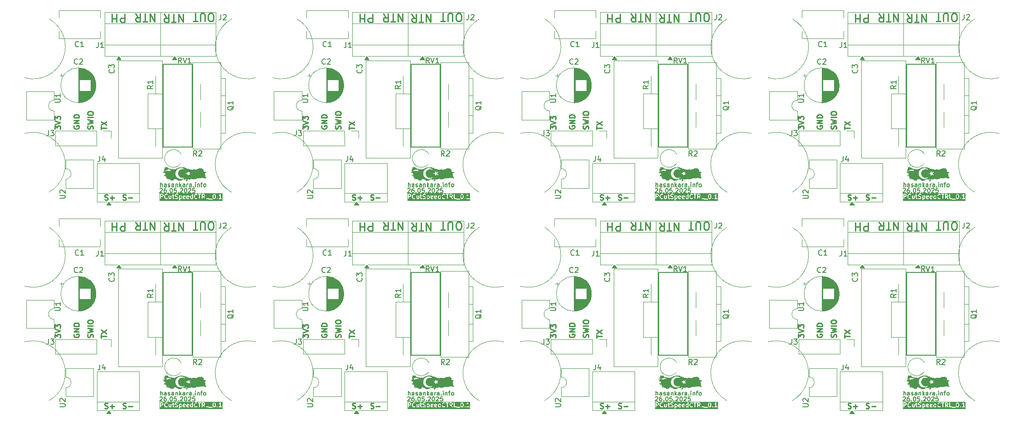
<source format=gbr>
%TF.GenerationSoftware,KiCad,Pcbnew,9.0.2-9.0.2-0~ubuntu24.04.1*%
%TF.CreationDate,2025-05-26T21:58:39+03:00*%
%TF.ProjectId,panelize,70616e65-6c69-47a6-952e-6b696361645f,V01*%
%TF.SameCoordinates,PX2e40d20PY1312d00*%
%TF.FileFunction,Legend,Top*%
%TF.FilePolarity,Positive*%
%FSLAX46Y46*%
G04 Gerber Fmt 4.6, Leading zero omitted, Abs format (unit mm)*
G04 Created by KiCad (PCBNEW 9.0.2-9.0.2-0~ubuntu24.04.1) date 2025-05-26 21:58:39*
%MOMM*%
%LPD*%
G01*
G04 APERTURE LIST*
%ADD10C,0.100000*%
%ADD11C,0.240000*%
%ADD12C,0.150000*%
%ADD13C,0.120000*%
%ADD14C,0.000000*%
G04 APERTURE END LIST*
D10*
X55285169Y-35708946D02*
G75*
G02*
X59838275Y-46700040I1577931J-5784954D01*
G01*
X190973292Y-25296410D02*
G75*
G02*
X186439945Y-14299940I-1558192J5790310D01*
G01*
X9010925Y-74708946D02*
G75*
G02*
X13564040Y-85700056I1577955J-5784954D01*
G01*
X52150560Y-25296410D02*
G75*
G02*
X47617225Y-14299961I-1558160J5790310D01*
G01*
X98424804Y-25296410D02*
G75*
G02*
X93891453Y-14299932I-1558204J5790310D01*
G01*
X140158498Y-46712159D02*
G75*
G02*
X144772718Y-35723732I2978802J5212159D01*
G01*
X47610010Y-85712159D02*
G75*
G02*
X52224239Y-74723701I2978820J5212169D01*
G01*
X101559413Y-74708946D02*
G75*
G02*
X106112540Y-85700077I1577987J-5784954D01*
G01*
X55285169Y-74708946D02*
G75*
G02*
X59838275Y-85700040I1577931J-5784954D01*
G01*
X152390435Y-14287827D02*
G75*
G02*
X147814549Y-25287023I-2978835J-5212173D01*
G01*
X101559413Y-35708946D02*
G75*
G02*
X106112540Y-46700077I1577987J-5784954D01*
G01*
X147833657Y-74708946D02*
G75*
G02*
X152386767Y-85700048I1577943J-5784954D01*
G01*
X106116191Y-14287827D02*
G75*
G02*
X101540314Y-25286991I-2978791J-5212173D01*
G01*
X13567703Y-53287827D02*
G75*
G02*
X8991820Y-64287014I-2978823J-5212173D01*
G01*
X93884254Y-85712159D02*
G75*
G02*
X98498483Y-74723700I2978846J5212159D01*
G01*
X144699048Y-25296410D02*
G75*
G02*
X140165718Y-14299968I-1558148J5790310D01*
G01*
X93884254Y-46712159D02*
G75*
G02*
X98498483Y-35723700I2978846J5212159D01*
G01*
X186432742Y-46712159D02*
G75*
G02*
X191046974Y-35723691I2978858J5212159D01*
G01*
X186432742Y-85712159D02*
G75*
G02*
X191046974Y-74723691I2978858J5212159D01*
G01*
X59841947Y-14287827D02*
G75*
G02*
X55266059Y-25287032I-2978847J-5212173D01*
G01*
X13567703Y-14287827D02*
G75*
G02*
X8991820Y-25287014I-2978823J-5212173D01*
G01*
X9010925Y-35708946D02*
G75*
G02*
X13564040Y-46700056I1577955J-5784954D01*
G01*
X106116191Y-53287827D02*
G75*
G02*
X101540314Y-64286991I-2978791J-5212173D01*
G01*
X147833657Y-35708946D02*
G75*
G02*
X152386767Y-46700048I1577943J-5784954D01*
G01*
X98424804Y-64296410D02*
G75*
G02*
X93891453Y-53299932I-1558204J5790310D01*
G01*
X190973292Y-64296410D02*
G75*
G02*
X186439945Y-53299940I-1558192J5790310D01*
G01*
X144699048Y-64296410D02*
G75*
G02*
X140165718Y-53299968I-1558148J5790310D01*
G01*
X59841947Y-53287827D02*
G75*
G02*
X55266059Y-64287032I-2978847J-5212173D01*
G01*
X140158498Y-85712159D02*
G75*
G02*
X144772718Y-74723732I2978802J5212159D01*
G01*
X47610010Y-46712159D02*
G75*
G02*
X52224239Y-35723701I2978820J5212169D01*
G01*
X52150560Y-64296410D02*
G75*
G02*
X47617225Y-53299961I-1558160J5790310D01*
G01*
X152390435Y-53287827D02*
G75*
G02*
X147814549Y-64287023I-2978835J-5212173D01*
G01*
D11*
X79548088Y-13296051D02*
X79548088Y-14796051D01*
X79548088Y-14796051D02*
X78690945Y-13296051D01*
X78690945Y-13296051D02*
X78690945Y-14796051D01*
X78190944Y-14796051D02*
X77333802Y-14796051D01*
X77762373Y-13296051D02*
X77762373Y-14796051D01*
X75976659Y-13296051D02*
X76476659Y-14010337D01*
X76833802Y-13296051D02*
X76833802Y-14796051D01*
X76833802Y-14796051D02*
X76262373Y-14796051D01*
X76262373Y-14796051D02*
X76119516Y-14724622D01*
X76119516Y-14724622D02*
X76048087Y-14653194D01*
X76048087Y-14653194D02*
X75976659Y-14510337D01*
X75976659Y-14510337D02*
X75976659Y-14296051D01*
X75976659Y-14296051D02*
X76048087Y-14153194D01*
X76048087Y-14153194D02*
X76119516Y-14081765D01*
X76119516Y-14081765D02*
X76262373Y-14010337D01*
X76262373Y-14010337D02*
X76833802Y-14010337D01*
X21706401Y-73851629D02*
X21754020Y-73708772D01*
X21754020Y-73708772D02*
X21754020Y-73470677D01*
X21754020Y-73470677D02*
X21706401Y-73375439D01*
X21706401Y-73375439D02*
X21658781Y-73327820D01*
X21658781Y-73327820D02*
X21563543Y-73280201D01*
X21563543Y-73280201D02*
X21468305Y-73280201D01*
X21468305Y-73280201D02*
X21373067Y-73327820D01*
X21373067Y-73327820D02*
X21325448Y-73375439D01*
X21325448Y-73375439D02*
X21277829Y-73470677D01*
X21277829Y-73470677D02*
X21230210Y-73661153D01*
X21230210Y-73661153D02*
X21182591Y-73756391D01*
X21182591Y-73756391D02*
X21134972Y-73804010D01*
X21134972Y-73804010D02*
X21039734Y-73851629D01*
X21039734Y-73851629D02*
X20944496Y-73851629D01*
X20944496Y-73851629D02*
X20849258Y-73804010D01*
X20849258Y-73804010D02*
X20801639Y-73756391D01*
X20801639Y-73756391D02*
X20754020Y-73661153D01*
X20754020Y-73661153D02*
X20754020Y-73423058D01*
X20754020Y-73423058D02*
X20801639Y-73280201D01*
X20754020Y-72946867D02*
X21754020Y-72708772D01*
X21754020Y-72708772D02*
X21039734Y-72518296D01*
X21039734Y-72518296D02*
X21754020Y-72327820D01*
X21754020Y-72327820D02*
X20754020Y-72089725D01*
X21754020Y-71708772D02*
X20754020Y-71708772D01*
X20754020Y-71042106D02*
X20754020Y-70851630D01*
X20754020Y-70851630D02*
X20801639Y-70756392D01*
X20801639Y-70756392D02*
X20896877Y-70661154D01*
X20896877Y-70661154D02*
X21087353Y-70613535D01*
X21087353Y-70613535D02*
X21420686Y-70613535D01*
X21420686Y-70613535D02*
X21611162Y-70661154D01*
X21611162Y-70661154D02*
X21706401Y-70756392D01*
X21706401Y-70756392D02*
X21754020Y-70851630D01*
X21754020Y-70851630D02*
X21754020Y-71042106D01*
X21754020Y-71042106D02*
X21706401Y-71137344D01*
X21706401Y-71137344D02*
X21611162Y-71232582D01*
X21611162Y-71232582D02*
X21420686Y-71280201D01*
X21420686Y-71280201D02*
X21087353Y-71280201D01*
X21087353Y-71280201D02*
X20896877Y-71232582D01*
X20896877Y-71232582D02*
X20801639Y-71137344D01*
X20801639Y-71137344D02*
X20754020Y-71042106D01*
X67980645Y-34851629D02*
X68028264Y-34708772D01*
X68028264Y-34708772D02*
X68028264Y-34470677D01*
X68028264Y-34470677D02*
X67980645Y-34375439D01*
X67980645Y-34375439D02*
X67933025Y-34327820D01*
X67933025Y-34327820D02*
X67837787Y-34280201D01*
X67837787Y-34280201D02*
X67742549Y-34280201D01*
X67742549Y-34280201D02*
X67647311Y-34327820D01*
X67647311Y-34327820D02*
X67599692Y-34375439D01*
X67599692Y-34375439D02*
X67552073Y-34470677D01*
X67552073Y-34470677D02*
X67504454Y-34661153D01*
X67504454Y-34661153D02*
X67456835Y-34756391D01*
X67456835Y-34756391D02*
X67409216Y-34804010D01*
X67409216Y-34804010D02*
X67313978Y-34851629D01*
X67313978Y-34851629D02*
X67218740Y-34851629D01*
X67218740Y-34851629D02*
X67123502Y-34804010D01*
X67123502Y-34804010D02*
X67075883Y-34756391D01*
X67075883Y-34756391D02*
X67028264Y-34661153D01*
X67028264Y-34661153D02*
X67028264Y-34423058D01*
X67028264Y-34423058D02*
X67075883Y-34280201D01*
X67028264Y-33946867D02*
X68028264Y-33708772D01*
X68028264Y-33708772D02*
X67313978Y-33518296D01*
X67313978Y-33518296D02*
X68028264Y-33327820D01*
X68028264Y-33327820D02*
X67028264Y-33089725D01*
X68028264Y-32708772D02*
X67028264Y-32708772D01*
X67028264Y-32042106D02*
X67028264Y-31851630D01*
X67028264Y-31851630D02*
X67075883Y-31756392D01*
X67075883Y-31756392D02*
X67171121Y-31661154D01*
X67171121Y-31661154D02*
X67361597Y-31613535D01*
X67361597Y-31613535D02*
X67694930Y-31613535D01*
X67694930Y-31613535D02*
X67885406Y-31661154D01*
X67885406Y-31661154D02*
X67980645Y-31756392D01*
X67980645Y-31756392D02*
X68028264Y-31851630D01*
X68028264Y-31851630D02*
X68028264Y-32042106D01*
X68028264Y-32042106D02*
X67980645Y-32137344D01*
X67980645Y-32137344D02*
X67885406Y-32232582D01*
X67885406Y-32232582D02*
X67694930Y-32280201D01*
X67694930Y-32280201D02*
X67361597Y-32280201D01*
X67361597Y-32280201D02*
X67171121Y-32232582D01*
X67171121Y-32232582D02*
X67075883Y-32137344D01*
X67075883Y-32137344D02*
X67028264Y-32042106D01*
X114254889Y-73851629D02*
X114302508Y-73708772D01*
X114302508Y-73708772D02*
X114302508Y-73470677D01*
X114302508Y-73470677D02*
X114254889Y-73375439D01*
X114254889Y-73375439D02*
X114207269Y-73327820D01*
X114207269Y-73327820D02*
X114112031Y-73280201D01*
X114112031Y-73280201D02*
X114016793Y-73280201D01*
X114016793Y-73280201D02*
X113921555Y-73327820D01*
X113921555Y-73327820D02*
X113873936Y-73375439D01*
X113873936Y-73375439D02*
X113826317Y-73470677D01*
X113826317Y-73470677D02*
X113778698Y-73661153D01*
X113778698Y-73661153D02*
X113731079Y-73756391D01*
X113731079Y-73756391D02*
X113683460Y-73804010D01*
X113683460Y-73804010D02*
X113588222Y-73851629D01*
X113588222Y-73851629D02*
X113492984Y-73851629D01*
X113492984Y-73851629D02*
X113397746Y-73804010D01*
X113397746Y-73804010D02*
X113350127Y-73756391D01*
X113350127Y-73756391D02*
X113302508Y-73661153D01*
X113302508Y-73661153D02*
X113302508Y-73423058D01*
X113302508Y-73423058D02*
X113350127Y-73280201D01*
X113302508Y-72946867D02*
X114302508Y-72708772D01*
X114302508Y-72708772D02*
X113588222Y-72518296D01*
X113588222Y-72518296D02*
X114302508Y-72327820D01*
X114302508Y-72327820D02*
X113302508Y-72089725D01*
X114302508Y-71708772D02*
X113302508Y-71708772D01*
X113302508Y-71042106D02*
X113302508Y-70851630D01*
X113302508Y-70851630D02*
X113350127Y-70756392D01*
X113350127Y-70756392D02*
X113445365Y-70661154D01*
X113445365Y-70661154D02*
X113635841Y-70613535D01*
X113635841Y-70613535D02*
X113969174Y-70613535D01*
X113969174Y-70613535D02*
X114159650Y-70661154D01*
X114159650Y-70661154D02*
X114254889Y-70756392D01*
X114254889Y-70756392D02*
X114302508Y-70851630D01*
X114302508Y-70851630D02*
X114302508Y-71042106D01*
X114302508Y-71042106D02*
X114254889Y-71137344D01*
X114254889Y-71137344D02*
X114159650Y-71232582D01*
X114159650Y-71232582D02*
X113969174Y-71280201D01*
X113969174Y-71280201D02*
X113635841Y-71280201D01*
X113635841Y-71280201D02*
X113445365Y-71232582D01*
X113445365Y-71232582D02*
X113350127Y-71137344D01*
X113350127Y-71137344D02*
X113302508Y-71042106D01*
X18201639Y-34280201D02*
X18154020Y-34375439D01*
X18154020Y-34375439D02*
X18154020Y-34518296D01*
X18154020Y-34518296D02*
X18201639Y-34661153D01*
X18201639Y-34661153D02*
X18296877Y-34756391D01*
X18296877Y-34756391D02*
X18392115Y-34804010D01*
X18392115Y-34804010D02*
X18582591Y-34851629D01*
X18582591Y-34851629D02*
X18725448Y-34851629D01*
X18725448Y-34851629D02*
X18915924Y-34804010D01*
X18915924Y-34804010D02*
X19011162Y-34756391D01*
X19011162Y-34756391D02*
X19106401Y-34661153D01*
X19106401Y-34661153D02*
X19154020Y-34518296D01*
X19154020Y-34518296D02*
X19154020Y-34423058D01*
X19154020Y-34423058D02*
X19106401Y-34280201D01*
X19106401Y-34280201D02*
X19058781Y-34232582D01*
X19058781Y-34232582D02*
X18725448Y-34232582D01*
X18725448Y-34232582D02*
X18725448Y-34423058D01*
X19154020Y-33804010D02*
X18154020Y-33804010D01*
X18154020Y-33804010D02*
X19154020Y-33232582D01*
X19154020Y-33232582D02*
X18154020Y-33232582D01*
X19154020Y-32756391D02*
X18154020Y-32756391D01*
X18154020Y-32756391D02*
X18154020Y-32518296D01*
X18154020Y-32518296D02*
X18201639Y-32375439D01*
X18201639Y-32375439D02*
X18296877Y-32280201D01*
X18296877Y-32280201D02*
X18392115Y-32232582D01*
X18392115Y-32232582D02*
X18582591Y-32184963D01*
X18582591Y-32184963D02*
X18725448Y-32184963D01*
X18725448Y-32184963D02*
X18915924Y-32232582D01*
X18915924Y-32232582D02*
X19011162Y-32280201D01*
X19011162Y-32280201D02*
X19106401Y-32375439D01*
X19106401Y-32375439D02*
X19154020Y-32518296D01*
X19154020Y-32518296D02*
X19154020Y-32756391D01*
D12*
G36*
X38181234Y-47460696D02*
G01*
X38202117Y-47481579D01*
X38226851Y-47531047D01*
X38226851Y-47724209D01*
X38202116Y-47773677D01*
X38181233Y-47794561D01*
X38131765Y-47819295D01*
X38014794Y-47819295D01*
X37995899Y-47809847D01*
X37995899Y-47445409D01*
X38014795Y-47435961D01*
X38131765Y-47435961D01*
X38181234Y-47460696D01*
G37*
G36*
X38893569Y-47454958D02*
G01*
X38911202Y-47490224D01*
X38681613Y-47536142D01*
X38681613Y-47492953D01*
X38700609Y-47454959D01*
X38738605Y-47435961D01*
X38855575Y-47435961D01*
X38893569Y-47454958D01*
G37*
G36*
X39579283Y-47454958D02*
G01*
X39596916Y-47490224D01*
X39367327Y-47536142D01*
X39367327Y-47492953D01*
X39386323Y-47454959D01*
X39424319Y-47435961D01*
X39541289Y-47435961D01*
X39579283Y-47454958D01*
G37*
G36*
X40283994Y-47445409D02*
G01*
X40283994Y-47809847D01*
X40265098Y-47819295D01*
X40148127Y-47819295D01*
X40098659Y-47794561D01*
X40077775Y-47773676D01*
X40053041Y-47724208D01*
X40053041Y-47531048D01*
X40077775Y-47481580D01*
X40098658Y-47460696D01*
X40148128Y-47435961D01*
X40265098Y-47435961D01*
X40283994Y-47445409D01*
G37*
G36*
X44466949Y-47194029D02*
G01*
X44487831Y-47214911D01*
X44516801Y-47272851D01*
X44550661Y-47408290D01*
X44550661Y-47580299D01*
X44516801Y-47715738D01*
X44487831Y-47773677D01*
X44466948Y-47794561D01*
X44417480Y-47819295D01*
X44376700Y-47819295D01*
X44327231Y-47794561D01*
X44306348Y-47773677D01*
X44277378Y-47715737D01*
X44243518Y-47580297D01*
X44243518Y-47408292D01*
X44277378Y-47272851D01*
X44306348Y-47214911D01*
X44327230Y-47194029D01*
X44376700Y-47169295D01*
X44417480Y-47169295D01*
X44466949Y-47194029D01*
G37*
G36*
X42485996Y-47194029D02*
G01*
X42506879Y-47214912D01*
X42531614Y-47264381D01*
X42531614Y-47343255D01*
X42506879Y-47392724D01*
X42485996Y-47413608D01*
X42436528Y-47438342D01*
X42224471Y-47438342D01*
X42224471Y-47169295D01*
X42436528Y-47169295D01*
X42485996Y-47194029D01*
G37*
G36*
X34714566Y-47194029D02*
G01*
X34735449Y-47214912D01*
X34760184Y-47264381D01*
X34760184Y-47343255D01*
X34735449Y-47392724D01*
X34714566Y-47413608D01*
X34665098Y-47438342D01*
X34453041Y-47438342D01*
X34453041Y-47169295D01*
X34665098Y-47169295D01*
X34714566Y-47194029D01*
G37*
G36*
X45930966Y-48323409D02*
G01*
X34214152Y-48323409D01*
X34214152Y-47094295D01*
X34303041Y-47094295D01*
X34303041Y-47894295D01*
X34304482Y-47908927D01*
X34315681Y-47935963D01*
X34336373Y-47956655D01*
X34363409Y-47967854D01*
X34392673Y-47967854D01*
X34419709Y-47956655D01*
X34440401Y-47935963D01*
X34451600Y-47908927D01*
X34453041Y-47894295D01*
X34453041Y-47588342D01*
X34682803Y-47588342D01*
X34697435Y-47586901D01*
X34699924Y-47585869D01*
X34702612Y-47585679D01*
X34716344Y-47580424D01*
X34792534Y-47542329D01*
X34798833Y-47538364D01*
X34800661Y-47537607D01*
X34802717Y-47535918D01*
X34804977Y-47534497D01*
X34806276Y-47532998D01*
X34812026Y-47528280D01*
X34850121Y-47490185D01*
X34854841Y-47484432D01*
X34856337Y-47483136D01*
X34857756Y-47480881D01*
X34859448Y-47478820D01*
X34860206Y-47476989D01*
X34864170Y-47470693D01*
X34880941Y-47437152D01*
X35064945Y-47437152D01*
X35064945Y-47551438D01*
X35065196Y-47553991D01*
X35065034Y-47555084D01*
X35065843Y-47560558D01*
X35066386Y-47566070D01*
X35066808Y-47567090D01*
X35067184Y-47569629D01*
X35105280Y-47722010D01*
X35105665Y-47723089D01*
X35105704Y-47723628D01*
X35108028Y-47729703D01*
X35110227Y-47735855D01*
X35110549Y-47736290D01*
X35110959Y-47737360D01*
X35149054Y-47813550D01*
X35153017Y-47819846D01*
X35153775Y-47821676D01*
X35155464Y-47823734D01*
X35156886Y-47825993D01*
X35158384Y-47827292D01*
X35163103Y-47833042D01*
X35239293Y-47909233D01*
X35250658Y-47918560D01*
X35253148Y-47919591D01*
X35255184Y-47921357D01*
X35268609Y-47927351D01*
X35382895Y-47965446D01*
X35390148Y-47967095D01*
X35391980Y-47967854D01*
X35394634Y-47968115D01*
X35397232Y-47968706D01*
X35399206Y-47968565D01*
X35406612Y-47969295D01*
X35482803Y-47969295D01*
X35490208Y-47968565D01*
X35492183Y-47968706D01*
X35494780Y-47968115D01*
X35497435Y-47967854D01*
X35499266Y-47967095D01*
X35506520Y-47965446D01*
X35620805Y-47927351D01*
X35634231Y-47921357D01*
X35636267Y-47919590D01*
X35638756Y-47918560D01*
X35650121Y-47909233D01*
X35688217Y-47871137D01*
X35697545Y-47859772D01*
X35708743Y-47832735D01*
X35708743Y-47803472D01*
X35697545Y-47776436D01*
X35676852Y-47755743D01*
X35649816Y-47744545D01*
X35620553Y-47744545D01*
X35593516Y-47755743D01*
X35582151Y-47765071D01*
X35556574Y-47790648D01*
X35470633Y-47819295D01*
X35418782Y-47819295D01*
X35332840Y-47790648D01*
X35277775Y-47735582D01*
X35248805Y-47677642D01*
X35214945Y-47542202D01*
X35214945Y-47446387D01*
X35236301Y-47360961D01*
X35903041Y-47360961D01*
X35903041Y-47780009D01*
X35904482Y-47794641D01*
X35905513Y-47797130D01*
X35905704Y-47799818D01*
X35910959Y-47813550D01*
X35949054Y-47889741D01*
X35950594Y-47892188D01*
X35950979Y-47893342D01*
X35952224Y-47894778D01*
X35956886Y-47902184D01*
X35963990Y-47908345D01*
X35970152Y-47915450D01*
X35977557Y-47920111D01*
X35978994Y-47921357D01*
X35980147Y-47921741D01*
X35982595Y-47923282D01*
X36058785Y-47961377D01*
X36072517Y-47966632D01*
X36075204Y-47966822D01*
X36077694Y-47967854D01*
X36092326Y-47969295D01*
X36206612Y-47969295D01*
X36221244Y-47967854D01*
X36223733Y-47966822D01*
X36226421Y-47966632D01*
X36240153Y-47961377D01*
X36269352Y-47946777D01*
X36279230Y-47956655D01*
X36306266Y-47967854D01*
X36335530Y-47967854D01*
X36362566Y-47956655D01*
X36383258Y-47935963D01*
X36394457Y-47908927D01*
X36395898Y-47894295D01*
X36395898Y-47360961D01*
X36394457Y-47346329D01*
X36514006Y-47346329D01*
X36514006Y-47375593D01*
X36525205Y-47402629D01*
X36545897Y-47423321D01*
X36572933Y-47434520D01*
X36587565Y-47435961D01*
X36626851Y-47435961D01*
X36626851Y-47780009D01*
X36628292Y-47794641D01*
X36629323Y-47797130D01*
X36629514Y-47799818D01*
X36634769Y-47813550D01*
X36672864Y-47889741D01*
X36674404Y-47892188D01*
X36674789Y-47893342D01*
X36676034Y-47894778D01*
X36680696Y-47902184D01*
X36687800Y-47908345D01*
X36693962Y-47915450D01*
X36701367Y-47920111D01*
X36702804Y-47921357D01*
X36703957Y-47921741D01*
X36706405Y-47923282D01*
X36782595Y-47961377D01*
X36796327Y-47966632D01*
X36799014Y-47966822D01*
X36801504Y-47967854D01*
X36816136Y-47969295D01*
X36892327Y-47969295D01*
X36906959Y-47967854D01*
X36933995Y-47956655D01*
X36954687Y-47935963D01*
X36965886Y-47908927D01*
X36965886Y-47879663D01*
X36954687Y-47852627D01*
X36933995Y-47831935D01*
X36906959Y-47820736D01*
X36892327Y-47819295D01*
X36833841Y-47819295D01*
X36795847Y-47800298D01*
X36776851Y-47762304D01*
X36776851Y-47435961D01*
X36892327Y-47435961D01*
X36906959Y-47434520D01*
X36933995Y-47423321D01*
X36954687Y-47402629D01*
X36965886Y-47375593D01*
X36965886Y-47346329D01*
X36954687Y-47319293D01*
X36933995Y-47298601D01*
X36906959Y-47287402D01*
X36892327Y-47285961D01*
X36776851Y-47285961D01*
X36776851Y-47246676D01*
X37045898Y-47246676D01*
X37045898Y-47322866D01*
X37047339Y-47337498D01*
X37048369Y-47339986D01*
X37048561Y-47342676D01*
X37053816Y-47356407D01*
X37091912Y-47432598D01*
X37095875Y-47438894D01*
X37096634Y-47440725D01*
X37098325Y-47442786D01*
X37099745Y-47445041D01*
X37101240Y-47446337D01*
X37105961Y-47452090D01*
X37144056Y-47490185D01*
X37149805Y-47494903D01*
X37151105Y-47496402D01*
X37153364Y-47497823D01*
X37155421Y-47499512D01*
X37157248Y-47500269D01*
X37163548Y-47504234D01*
X37239738Y-47542329D01*
X37240807Y-47542738D01*
X37241243Y-47543061D01*
X37247388Y-47545256D01*
X37253470Y-47547584D01*
X37254009Y-47547622D01*
X37255089Y-47548008D01*
X37399483Y-47584106D01*
X37457424Y-47613077D01*
X37478307Y-47633960D01*
X37503041Y-47683428D01*
X37503041Y-47724209D01*
X37478306Y-47773677D01*
X37457423Y-47794561D01*
X37407955Y-47819295D01*
X37247354Y-47819295D01*
X37144615Y-47785049D01*
X37130278Y-47781789D01*
X37101088Y-47783864D01*
X37074915Y-47796950D01*
X37055741Y-47819058D01*
X37046487Y-47846820D01*
X37048562Y-47876010D01*
X37061648Y-47902183D01*
X37083756Y-47921357D01*
X37097181Y-47927351D01*
X37211467Y-47965446D01*
X37218720Y-47967095D01*
X37220552Y-47967854D01*
X37223206Y-47968115D01*
X37225804Y-47968706D01*
X37227778Y-47968565D01*
X37235184Y-47969295D01*
X37425660Y-47969295D01*
X37440292Y-47967854D01*
X37442781Y-47966822D01*
X37445469Y-47966632D01*
X37459201Y-47961377D01*
X37535392Y-47923282D01*
X37541691Y-47919317D01*
X37543519Y-47918560D01*
X37545575Y-47916872D01*
X37547835Y-47915450D01*
X37549135Y-47913950D01*
X37554885Y-47909232D01*
X37592980Y-47871136D01*
X37597697Y-47865387D01*
X37599196Y-47864088D01*
X37600617Y-47861829D01*
X37602307Y-47859771D01*
X37603064Y-47857941D01*
X37607028Y-47851645D01*
X37645123Y-47775455D01*
X37650378Y-47761723D01*
X37650568Y-47759035D01*
X37651600Y-47756546D01*
X37653041Y-47741914D01*
X37653041Y-47665723D01*
X37651600Y-47651091D01*
X37650568Y-47648601D01*
X37650378Y-47645914D01*
X37645123Y-47632182D01*
X37607028Y-47555992D01*
X37603063Y-47549692D01*
X37602306Y-47547865D01*
X37600617Y-47545808D01*
X37599196Y-47543549D01*
X37597697Y-47542249D01*
X37592979Y-47536500D01*
X37554884Y-47498405D01*
X37549131Y-47493684D01*
X37547835Y-47492189D01*
X37545580Y-47490769D01*
X37543519Y-47489078D01*
X37541688Y-47488319D01*
X37535392Y-47484356D01*
X37459201Y-47446260D01*
X37458131Y-47445850D01*
X37457696Y-47445528D01*
X37451559Y-47443335D01*
X37445470Y-47441005D01*
X37444929Y-47440966D01*
X37443850Y-47440581D01*
X37299454Y-47404482D01*
X37241516Y-47375513D01*
X37226964Y-47360961D01*
X37845899Y-47360961D01*
X37845899Y-48160961D01*
X37847340Y-48175593D01*
X37858539Y-48202629D01*
X37879231Y-48223321D01*
X37906267Y-48234520D01*
X37935531Y-48234520D01*
X37962567Y-48223321D01*
X37983259Y-48202629D01*
X37994458Y-48175593D01*
X37995899Y-48160961D01*
X37995899Y-47969177D01*
X37997089Y-47969295D01*
X38149470Y-47969295D01*
X38164102Y-47967854D01*
X38166591Y-47966822D01*
X38169279Y-47966632D01*
X38183011Y-47961377D01*
X38259202Y-47923282D01*
X38265501Y-47919317D01*
X38267329Y-47918560D01*
X38269385Y-47916872D01*
X38271645Y-47915450D01*
X38272945Y-47913950D01*
X38278695Y-47909232D01*
X38316790Y-47871136D01*
X38321507Y-47865387D01*
X38323006Y-47864088D01*
X38324427Y-47861829D01*
X38326117Y-47859771D01*
X38326874Y-47857941D01*
X38330838Y-47851645D01*
X38368933Y-47775455D01*
X38374188Y-47761723D01*
X38374378Y-47759035D01*
X38375410Y-47756546D01*
X38376851Y-47741914D01*
X38376851Y-47513342D01*
X38375410Y-47498710D01*
X38374378Y-47496220D01*
X38374188Y-47493533D01*
X38368933Y-47479801D01*
X38366656Y-47475247D01*
X38531613Y-47475247D01*
X38531613Y-47780009D01*
X38533054Y-47794641D01*
X38534084Y-47797129D01*
X38534276Y-47799819D01*
X38539531Y-47813550D01*
X38577627Y-47889741D01*
X38579167Y-47892187D01*
X38579552Y-47893342D01*
X38580799Y-47894780D01*
X38585460Y-47902184D01*
X38592561Y-47908343D01*
X38598725Y-47915450D01*
X38606130Y-47920111D01*
X38607567Y-47921357D01*
X38608720Y-47921741D01*
X38611168Y-47923282D01*
X38687358Y-47961377D01*
X38701090Y-47966632D01*
X38703777Y-47966822D01*
X38706267Y-47967854D01*
X38720899Y-47969295D01*
X38873280Y-47969295D01*
X38887912Y-47967854D01*
X38890401Y-47966822D01*
X38893089Y-47966632D01*
X38906821Y-47961377D01*
X38983012Y-47923282D01*
X38995455Y-47915450D01*
X39014628Y-47893342D01*
X39023882Y-47865581D01*
X39021808Y-47836391D01*
X39008721Y-47810216D01*
X38986613Y-47791043D01*
X38958852Y-47781789D01*
X38929662Y-47783863D01*
X38915930Y-47789118D01*
X38855575Y-47819295D01*
X38738604Y-47819295D01*
X38700610Y-47800298D01*
X38681613Y-47762303D01*
X38681613Y-47689113D01*
X39002274Y-47624982D01*
X39016340Y-47620699D01*
X39022445Y-47616610D01*
X39029234Y-47613798D01*
X39034486Y-47608545D01*
X39040654Y-47604415D01*
X39044728Y-47598303D01*
X39049926Y-47593106D01*
X39052767Y-47586245D01*
X39056887Y-47580067D01*
X39058313Y-47572858D01*
X39061125Y-47566070D01*
X39062566Y-47551438D01*
X39062566Y-47475247D01*
X39217327Y-47475247D01*
X39217327Y-47780009D01*
X39218768Y-47794641D01*
X39219798Y-47797129D01*
X39219990Y-47799819D01*
X39225245Y-47813550D01*
X39263341Y-47889741D01*
X39264881Y-47892187D01*
X39265266Y-47893342D01*
X39266513Y-47894780D01*
X39271174Y-47902184D01*
X39278275Y-47908343D01*
X39284439Y-47915450D01*
X39291844Y-47920111D01*
X39293281Y-47921357D01*
X39294434Y-47921741D01*
X39296882Y-47923282D01*
X39373072Y-47961377D01*
X39386804Y-47966632D01*
X39389491Y-47966822D01*
X39391981Y-47967854D01*
X39406613Y-47969295D01*
X39558994Y-47969295D01*
X39573626Y-47967854D01*
X39576115Y-47966822D01*
X39578803Y-47966632D01*
X39592535Y-47961377D01*
X39668726Y-47923282D01*
X39681169Y-47915450D01*
X39700342Y-47893342D01*
X39709596Y-47865581D01*
X39707522Y-47836391D01*
X39694435Y-47810216D01*
X39672327Y-47791043D01*
X39644566Y-47781789D01*
X39615376Y-47783863D01*
X39601644Y-47789118D01*
X39541289Y-47819295D01*
X39424318Y-47819295D01*
X39386324Y-47800298D01*
X39367327Y-47762303D01*
X39367327Y-47689113D01*
X39687988Y-47624982D01*
X39702054Y-47620699D01*
X39708159Y-47616610D01*
X39714948Y-47613798D01*
X39720200Y-47608545D01*
X39726368Y-47604415D01*
X39730442Y-47598303D01*
X39735640Y-47593106D01*
X39738481Y-47586245D01*
X39742601Y-47580067D01*
X39744027Y-47572858D01*
X39746839Y-47566070D01*
X39748280Y-47551438D01*
X39748280Y-47513342D01*
X39903041Y-47513342D01*
X39903041Y-47741914D01*
X39904482Y-47756546D01*
X39905512Y-47759034D01*
X39905704Y-47761724D01*
X39910959Y-47775456D01*
X39949055Y-47851645D01*
X39953017Y-47857939D01*
X39953776Y-47859771D01*
X39955469Y-47861834D01*
X39956888Y-47864088D01*
X39958382Y-47865384D01*
X39963103Y-47871136D01*
X40001198Y-47909232D01*
X40006949Y-47913952D01*
X40008248Y-47915450D01*
X40010503Y-47916869D01*
X40012563Y-47918560D01*
X40014393Y-47919318D01*
X40020691Y-47923282D01*
X40096881Y-47961377D01*
X40110613Y-47966632D01*
X40113300Y-47966822D01*
X40115790Y-47967854D01*
X40130422Y-47969295D01*
X40282803Y-47969295D01*
X40297435Y-47967854D01*
X40299924Y-47966822D01*
X40302612Y-47966632D01*
X40316344Y-47961377D01*
X40321954Y-47958572D01*
X40344362Y-47967854D01*
X40373626Y-47967854D01*
X40400662Y-47956655D01*
X40421354Y-47935963D01*
X40432553Y-47908927D01*
X40433994Y-47894295D01*
X40433994Y-47437152D01*
X40626851Y-47437152D01*
X40626851Y-47551438D01*
X40627102Y-47553991D01*
X40626940Y-47555084D01*
X40627749Y-47560558D01*
X40628292Y-47566070D01*
X40628714Y-47567090D01*
X40629090Y-47569629D01*
X40667186Y-47722010D01*
X40667571Y-47723089D01*
X40667610Y-47723628D01*
X40669934Y-47729703D01*
X40672133Y-47735855D01*
X40672455Y-47736290D01*
X40672865Y-47737360D01*
X40710960Y-47813550D01*
X40714923Y-47819846D01*
X40715681Y-47821676D01*
X40717370Y-47823734D01*
X40718792Y-47825993D01*
X40720290Y-47827292D01*
X40725009Y-47833042D01*
X40801199Y-47909233D01*
X40812564Y-47918560D01*
X40815054Y-47919591D01*
X40817090Y-47921357D01*
X40830515Y-47927351D01*
X40944801Y-47965446D01*
X40952054Y-47967095D01*
X40953886Y-47967854D01*
X40956540Y-47968115D01*
X40959138Y-47968706D01*
X40961112Y-47968565D01*
X40968518Y-47969295D01*
X41044709Y-47969295D01*
X41052114Y-47968565D01*
X41054089Y-47968706D01*
X41056686Y-47968115D01*
X41059341Y-47967854D01*
X41061172Y-47967095D01*
X41068426Y-47965446D01*
X41182711Y-47927351D01*
X41196137Y-47921357D01*
X41198173Y-47919590D01*
X41200662Y-47918560D01*
X41212027Y-47909233D01*
X41250123Y-47871137D01*
X41259451Y-47859772D01*
X41270649Y-47832735D01*
X41270649Y-47803472D01*
X41259451Y-47776436D01*
X41238758Y-47755743D01*
X41211722Y-47744545D01*
X41182459Y-47744545D01*
X41155422Y-47755743D01*
X41144057Y-47765071D01*
X41118480Y-47790648D01*
X41032539Y-47819295D01*
X40980688Y-47819295D01*
X40894746Y-47790648D01*
X40839681Y-47735582D01*
X40810711Y-47677642D01*
X40776851Y-47542202D01*
X40776851Y-47446387D01*
X40810711Y-47310946D01*
X40839681Y-47253006D01*
X40894745Y-47197942D01*
X40980688Y-47169295D01*
X41032539Y-47169295D01*
X41118480Y-47197942D01*
X41144058Y-47223519D01*
X41155423Y-47232846D01*
X41182459Y-47244044D01*
X41211722Y-47244044D01*
X41238758Y-47232845D01*
X41259451Y-47212152D01*
X41270649Y-47185115D01*
X41270649Y-47155852D01*
X41259450Y-47128816D01*
X41250122Y-47117451D01*
X41212333Y-47079663D01*
X41352102Y-47079663D01*
X41352102Y-47108927D01*
X41363301Y-47135963D01*
X41383993Y-47156655D01*
X41411029Y-47167854D01*
X41425661Y-47169295D01*
X41579232Y-47169295D01*
X41579232Y-47894295D01*
X41580673Y-47908927D01*
X41591872Y-47935963D01*
X41612564Y-47956655D01*
X41639600Y-47967854D01*
X41668864Y-47967854D01*
X41695900Y-47956655D01*
X41716592Y-47935963D01*
X41727791Y-47908927D01*
X41729232Y-47894295D01*
X41729232Y-47169295D01*
X41882804Y-47169295D01*
X41897436Y-47167854D01*
X41924472Y-47156655D01*
X41945164Y-47135963D01*
X41956363Y-47108927D01*
X41956363Y-47094295D01*
X42074471Y-47094295D01*
X42074471Y-47894295D01*
X42075912Y-47908927D01*
X42087111Y-47935963D01*
X42107803Y-47956655D01*
X42134839Y-47967854D01*
X42164103Y-47967854D01*
X42191139Y-47956655D01*
X42211831Y-47935963D01*
X42223030Y-47908927D01*
X42224471Y-47894295D01*
X42224471Y-47588342D01*
X42300898Y-47588342D01*
X42545171Y-47937304D01*
X42554743Y-47948465D01*
X42579422Y-47964192D01*
X42608239Y-47969277D01*
X42636810Y-47962948D01*
X42660784Y-47946166D01*
X42676511Y-47921487D01*
X42681596Y-47892669D01*
X42675267Y-47864098D01*
X42668056Y-47851285D01*
X42480422Y-47583237D01*
X42487774Y-47580424D01*
X42563964Y-47542329D01*
X42570263Y-47538364D01*
X42572091Y-47537607D01*
X42574147Y-47535918D01*
X42576407Y-47534497D01*
X42577706Y-47532998D01*
X42583456Y-47528280D01*
X42621551Y-47490185D01*
X42626271Y-47484432D01*
X42627767Y-47483136D01*
X42629186Y-47480881D01*
X42630878Y-47478820D01*
X42631636Y-47476989D01*
X42635600Y-47470693D01*
X42673696Y-47394503D01*
X42678951Y-47380771D01*
X42679142Y-47378081D01*
X42680173Y-47375593D01*
X42681614Y-47360961D01*
X42681614Y-47246676D01*
X42680173Y-47232044D01*
X42679142Y-47229555D01*
X42678951Y-47226866D01*
X42673696Y-47213134D01*
X42635600Y-47136944D01*
X42631636Y-47130647D01*
X42630878Y-47128817D01*
X42629186Y-47126755D01*
X42627767Y-47124501D01*
X42626271Y-47123204D01*
X42621551Y-47117452D01*
X42598394Y-47094295D01*
X42874471Y-47094295D01*
X42874471Y-47894295D01*
X42875912Y-47908925D01*
X42875912Y-47908927D01*
X42887111Y-47935963D01*
X42907803Y-47956655D01*
X42934839Y-47967854D01*
X42949471Y-47969295D01*
X43330423Y-47969295D01*
X43333055Y-47969035D01*
X43333055Y-47985117D01*
X43344254Y-48012153D01*
X43364946Y-48032845D01*
X43391982Y-48044044D01*
X43406614Y-48045485D01*
X44016137Y-48045485D01*
X44030769Y-48044044D01*
X44057805Y-48032845D01*
X44078497Y-48012153D01*
X44089696Y-47985117D01*
X44089696Y-47955853D01*
X44078497Y-47928817D01*
X44057805Y-47908125D01*
X44030769Y-47896926D01*
X44016137Y-47895485D01*
X43406614Y-47895485D01*
X43403982Y-47895744D01*
X43403982Y-47879663D01*
X43392783Y-47852627D01*
X43372091Y-47831935D01*
X43345055Y-47820736D01*
X43330423Y-47819295D01*
X43024471Y-47819295D01*
X43024471Y-47399057D01*
X44093518Y-47399057D01*
X44093518Y-47589533D01*
X44093769Y-47592086D01*
X44093607Y-47593179D01*
X44094416Y-47598653D01*
X44094959Y-47604165D01*
X44095381Y-47605185D01*
X44095757Y-47607724D01*
X44133853Y-47760105D01*
X44134238Y-47761184D01*
X44134277Y-47761723D01*
X44136601Y-47767798D01*
X44138800Y-47773950D01*
X44139122Y-47774385D01*
X44139532Y-47775455D01*
X44177627Y-47851645D01*
X44181590Y-47857941D01*
X44182348Y-47859771D01*
X44184037Y-47861829D01*
X44185459Y-47864088D01*
X44186957Y-47865387D01*
X44191675Y-47871136D01*
X44229770Y-47909232D01*
X44235521Y-47913952D01*
X44236820Y-47915450D01*
X44239075Y-47916869D01*
X44241135Y-47918560D01*
X44242965Y-47919318D01*
X44249263Y-47923282D01*
X44325454Y-47961377D01*
X44339186Y-47966632D01*
X44341873Y-47966822D01*
X44344363Y-47967854D01*
X44358995Y-47969295D01*
X44435185Y-47969295D01*
X44449817Y-47967854D01*
X44452306Y-47966822D01*
X44454994Y-47966632D01*
X44468726Y-47961377D01*
X44544917Y-47923282D01*
X44551216Y-47919317D01*
X44553044Y-47918560D01*
X44555100Y-47916872D01*
X44557360Y-47915450D01*
X44558660Y-47913950D01*
X44564410Y-47909232D01*
X44602505Y-47871136D01*
X44607222Y-47865387D01*
X44608721Y-47864088D01*
X44610142Y-47861829D01*
X44611832Y-47859771D01*
X44612589Y-47857941D01*
X44616553Y-47851645D01*
X44621591Y-47841570D01*
X44856864Y-47841570D01*
X44856864Y-47870832D01*
X44868063Y-47897868D01*
X44877391Y-47909234D01*
X44915487Y-47947329D01*
X44926852Y-47956656D01*
X44942043Y-47962948D01*
X44953887Y-47967854D01*
X44953888Y-47967854D01*
X44983151Y-47967854D01*
X45010187Y-47956655D01*
X45021552Y-47947328D01*
X45059647Y-47909233D01*
X45068974Y-47897868D01*
X45080173Y-47870832D01*
X45080173Y-47841569D01*
X45076514Y-47832735D01*
X45068975Y-47814533D01*
X45059648Y-47803168D01*
X45021553Y-47765072D01*
X45010192Y-47755748D01*
X45010187Y-47755743D01*
X44983151Y-47744545D01*
X44953887Y-47744545D01*
X44949245Y-47746468D01*
X44926851Y-47755743D01*
X44915486Y-47765071D01*
X44877390Y-47803167D01*
X44868063Y-47814532D01*
X44868062Y-47814533D01*
X44864496Y-47823144D01*
X44856992Y-47841262D01*
X44856864Y-47841570D01*
X44621591Y-47841570D01*
X44654648Y-47775455D01*
X44655057Y-47774385D01*
X44655380Y-47773950D01*
X44657575Y-47767804D01*
X44659903Y-47761723D01*
X44659941Y-47761183D01*
X44660327Y-47760104D01*
X44698422Y-47607723D01*
X44698797Y-47605185D01*
X44699220Y-47604165D01*
X44699761Y-47598662D01*
X44700573Y-47593178D01*
X44700409Y-47592082D01*
X44700661Y-47589533D01*
X44700661Y-47399057D01*
X44700409Y-47396507D01*
X44700573Y-47395412D01*
X44699761Y-47389927D01*
X44699220Y-47384425D01*
X44698797Y-47383404D01*
X44698422Y-47380867D01*
X44681577Y-47313485D01*
X45236964Y-47313485D01*
X45239038Y-47342675D01*
X45252125Y-47368850D01*
X45274233Y-47388023D01*
X45301994Y-47397277D01*
X45331184Y-47395203D01*
X45344916Y-47389948D01*
X45421107Y-47351853D01*
X45427406Y-47347888D01*
X45429234Y-47347131D01*
X45431290Y-47345442D01*
X45433550Y-47344021D01*
X45434849Y-47342522D01*
X45440599Y-47337804D01*
X45464947Y-47313455D01*
X45464947Y-47819295D01*
X45311375Y-47819295D01*
X45296743Y-47820736D01*
X45269707Y-47831935D01*
X45249015Y-47852627D01*
X45237816Y-47879663D01*
X45237816Y-47908927D01*
X45249015Y-47935963D01*
X45269707Y-47956655D01*
X45296743Y-47967854D01*
X45311375Y-47969295D01*
X45768518Y-47969295D01*
X45783150Y-47967854D01*
X45810186Y-47956655D01*
X45830878Y-47935963D01*
X45842077Y-47908927D01*
X45842077Y-47879663D01*
X45830878Y-47852627D01*
X45810186Y-47831935D01*
X45783150Y-47820736D01*
X45768518Y-47819295D01*
X45614947Y-47819295D01*
X45614947Y-47094295D01*
X45614941Y-47094242D01*
X45614947Y-47094217D01*
X45614931Y-47094141D01*
X45613506Y-47079663D01*
X45610664Y-47072802D01*
X45609208Y-47065522D01*
X45605119Y-47059416D01*
X45602307Y-47052627D01*
X45597056Y-47047376D01*
X45592925Y-47041207D01*
X45586810Y-47037130D01*
X45581615Y-47031935D01*
X45574754Y-47029093D01*
X45568576Y-47024974D01*
X45561367Y-47023547D01*
X45554579Y-47020736D01*
X45547153Y-47020736D01*
X45539869Y-47019295D01*
X45532664Y-47020736D01*
X45525315Y-47020736D01*
X45518454Y-47023577D01*
X45511174Y-47025034D01*
X45505068Y-47029122D01*
X45498279Y-47031935D01*
X45493028Y-47037185D01*
X45486859Y-47041317D01*
X45477638Y-47052575D01*
X45477587Y-47052627D01*
X45477577Y-47052649D01*
X45477543Y-47052692D01*
X45405470Y-47160800D01*
X45343138Y-47223131D01*
X45277834Y-47255784D01*
X45265391Y-47263616D01*
X45246218Y-47285724D01*
X45236964Y-47313485D01*
X44681577Y-47313485D01*
X44660327Y-47228486D01*
X44659941Y-47227406D01*
X44659903Y-47226867D01*
X44657575Y-47220785D01*
X44655380Y-47214640D01*
X44655057Y-47214204D01*
X44654648Y-47213135D01*
X44616553Y-47136944D01*
X44612588Y-47130644D01*
X44611831Y-47128817D01*
X44610142Y-47126760D01*
X44608721Y-47124501D01*
X44607222Y-47123201D01*
X44602504Y-47117452D01*
X44564409Y-47079357D01*
X44558659Y-47074638D01*
X44557360Y-47073140D01*
X44555100Y-47071718D01*
X44553044Y-47070030D01*
X44551216Y-47069272D01*
X44544917Y-47065308D01*
X44468726Y-47027213D01*
X44454994Y-47021958D01*
X44452306Y-47021767D01*
X44449817Y-47020736D01*
X44435185Y-47019295D01*
X44358995Y-47019295D01*
X44344363Y-47020736D01*
X44341873Y-47021767D01*
X44339186Y-47021958D01*
X44325454Y-47027213D01*
X44249263Y-47065308D01*
X44242963Y-47069272D01*
X44241136Y-47070030D01*
X44239079Y-47071718D01*
X44236820Y-47073140D01*
X44235520Y-47074638D01*
X44229771Y-47079357D01*
X44191676Y-47117452D01*
X44186957Y-47123201D01*
X44185459Y-47124501D01*
X44184037Y-47126760D01*
X44182349Y-47128817D01*
X44181591Y-47130644D01*
X44177627Y-47136944D01*
X44139532Y-47213135D01*
X44139122Y-47214204D01*
X44138800Y-47214640D01*
X44136601Y-47220791D01*
X44134277Y-47226867D01*
X44134238Y-47227405D01*
X44133853Y-47228485D01*
X44095757Y-47380866D01*
X44095381Y-47383404D01*
X44094959Y-47384425D01*
X44094416Y-47389936D01*
X44093607Y-47395411D01*
X44093769Y-47396503D01*
X44093518Y-47399057D01*
X43024471Y-47399057D01*
X43024471Y-47094295D01*
X43023030Y-47079663D01*
X43011831Y-47052627D01*
X42991139Y-47031935D01*
X42964103Y-47020736D01*
X42934839Y-47020736D01*
X42907803Y-47031935D01*
X42887111Y-47052627D01*
X42875912Y-47079663D01*
X42874471Y-47094295D01*
X42598394Y-47094295D01*
X42583456Y-47079357D01*
X42577706Y-47074638D01*
X42576407Y-47073140D01*
X42574147Y-47071718D01*
X42572091Y-47070030D01*
X42570263Y-47069272D01*
X42563964Y-47065308D01*
X42487774Y-47027213D01*
X42474042Y-47021958D01*
X42471354Y-47021767D01*
X42468865Y-47020736D01*
X42454233Y-47019295D01*
X42149471Y-47019295D01*
X42134839Y-47020736D01*
X42107803Y-47031935D01*
X42087111Y-47052627D01*
X42075912Y-47079663D01*
X42074471Y-47094295D01*
X41956363Y-47094295D01*
X41956363Y-47079663D01*
X41945164Y-47052627D01*
X41924472Y-47031935D01*
X41897436Y-47020736D01*
X41882804Y-47019295D01*
X41425661Y-47019295D01*
X41411029Y-47020736D01*
X41383993Y-47031935D01*
X41363301Y-47052627D01*
X41352102Y-47079663D01*
X41212333Y-47079663D01*
X41212026Y-47079356D01*
X41200661Y-47070029D01*
X41198172Y-47068998D01*
X41196137Y-47067233D01*
X41182711Y-47061239D01*
X41068426Y-47023144D01*
X41061172Y-47021494D01*
X41059341Y-47020736D01*
X41056686Y-47020474D01*
X41054089Y-47019884D01*
X41052114Y-47020024D01*
X41044709Y-47019295D01*
X40968518Y-47019295D01*
X40961112Y-47020024D01*
X40959138Y-47019884D01*
X40956540Y-47020474D01*
X40953886Y-47020736D01*
X40952054Y-47021494D01*
X40944801Y-47023144D01*
X40830515Y-47061239D01*
X40817090Y-47067233D01*
X40815056Y-47068996D01*
X40812564Y-47070029D01*
X40801199Y-47079357D01*
X40725009Y-47155547D01*
X40720290Y-47161296D01*
X40718792Y-47162596D01*
X40717370Y-47164855D01*
X40715682Y-47166912D01*
X40714924Y-47168739D01*
X40710960Y-47175039D01*
X40672865Y-47251230D01*
X40672455Y-47252299D01*
X40672133Y-47252735D01*
X40669934Y-47258886D01*
X40667610Y-47264962D01*
X40667571Y-47265500D01*
X40667186Y-47266580D01*
X40629090Y-47418961D01*
X40628714Y-47421499D01*
X40628292Y-47422520D01*
X40627749Y-47428031D01*
X40626940Y-47433506D01*
X40627102Y-47434598D01*
X40626851Y-47437152D01*
X40433994Y-47437152D01*
X40433994Y-47094295D01*
X40432553Y-47079663D01*
X40421354Y-47052627D01*
X40400662Y-47031935D01*
X40373626Y-47020736D01*
X40344362Y-47020736D01*
X40317326Y-47031935D01*
X40296634Y-47052627D01*
X40285435Y-47079663D01*
X40283994Y-47094295D01*
X40283994Y-47286078D01*
X40282803Y-47285961D01*
X40130422Y-47285961D01*
X40115790Y-47287402D01*
X40113298Y-47288434D01*
X40110612Y-47288625D01*
X40096880Y-47293880D01*
X40020690Y-47331975D01*
X40014392Y-47335939D01*
X40012564Y-47336697D01*
X40010503Y-47338388D01*
X40008248Y-47339808D01*
X40006951Y-47341303D01*
X40001199Y-47346024D01*
X39963104Y-47384119D01*
X39958383Y-47389871D01*
X39956888Y-47391168D01*
X39955468Y-47393422D01*
X39953777Y-47395484D01*
X39953018Y-47397314D01*
X39949055Y-47403611D01*
X39910959Y-47479800D01*
X39905704Y-47493532D01*
X39905512Y-47496221D01*
X39904482Y-47498710D01*
X39903041Y-47513342D01*
X39748280Y-47513342D01*
X39748280Y-47475247D01*
X39746839Y-47460615D01*
X39745807Y-47458125D01*
X39745617Y-47455438D01*
X39740362Y-47441706D01*
X39702267Y-47365516D01*
X39700726Y-47363068D01*
X39700342Y-47361915D01*
X39699096Y-47360478D01*
X39694435Y-47353073D01*
X39687328Y-47346909D01*
X39681169Y-47339808D01*
X39673765Y-47335147D01*
X39672327Y-47333900D01*
X39671172Y-47333515D01*
X39668726Y-47331975D01*
X39592535Y-47293879D01*
X39578804Y-47288624D01*
X39576114Y-47288432D01*
X39573626Y-47287402D01*
X39558994Y-47285961D01*
X39406613Y-47285961D01*
X39391981Y-47287402D01*
X39389489Y-47288434D01*
X39386803Y-47288625D01*
X39373071Y-47293880D01*
X39296881Y-47331975D01*
X39294433Y-47333515D01*
X39293281Y-47333900D01*
X39291844Y-47335145D01*
X39284439Y-47339808D01*
X39278277Y-47346912D01*
X39271174Y-47353073D01*
X39266513Y-47360476D01*
X39265265Y-47361916D01*
X39264879Y-47363071D01*
X39263341Y-47365516D01*
X39225245Y-47441705D01*
X39219990Y-47455437D01*
X39219798Y-47458126D01*
X39218768Y-47460615D01*
X39217327Y-47475247D01*
X39062566Y-47475247D01*
X39061125Y-47460615D01*
X39060093Y-47458125D01*
X39059903Y-47455438D01*
X39054648Y-47441706D01*
X39016553Y-47365516D01*
X39015012Y-47363068D01*
X39014628Y-47361915D01*
X39013382Y-47360478D01*
X39008721Y-47353073D01*
X39001614Y-47346909D01*
X38995455Y-47339808D01*
X38988051Y-47335147D01*
X38986613Y-47333900D01*
X38985458Y-47333515D01*
X38983012Y-47331975D01*
X38906821Y-47293879D01*
X38893090Y-47288624D01*
X38890400Y-47288432D01*
X38887912Y-47287402D01*
X38873280Y-47285961D01*
X38720899Y-47285961D01*
X38706267Y-47287402D01*
X38703775Y-47288434D01*
X38701089Y-47288625D01*
X38687357Y-47293880D01*
X38611167Y-47331975D01*
X38608719Y-47333515D01*
X38607567Y-47333900D01*
X38606130Y-47335145D01*
X38598725Y-47339808D01*
X38592563Y-47346912D01*
X38585460Y-47353073D01*
X38580799Y-47360476D01*
X38579551Y-47361916D01*
X38579165Y-47363071D01*
X38577627Y-47365516D01*
X38539531Y-47441705D01*
X38534276Y-47455437D01*
X38534084Y-47458126D01*
X38533054Y-47460615D01*
X38531613Y-47475247D01*
X38366656Y-47475247D01*
X38330838Y-47403611D01*
X38326873Y-47397311D01*
X38326116Y-47395484D01*
X38324427Y-47393427D01*
X38323006Y-47391168D01*
X38321507Y-47389868D01*
X38316789Y-47384119D01*
X38278694Y-47346024D01*
X38272941Y-47341303D01*
X38271645Y-47339808D01*
X38269390Y-47338388D01*
X38267329Y-47336697D01*
X38265498Y-47335938D01*
X38259202Y-47331975D01*
X38183011Y-47293879D01*
X38169280Y-47288624D01*
X38166590Y-47288432D01*
X38164102Y-47287402D01*
X38149470Y-47285961D01*
X37997089Y-47285961D01*
X37982457Y-47287402D01*
X37979965Y-47288434D01*
X37977279Y-47288625D01*
X37963547Y-47293880D01*
X37957939Y-47296683D01*
X37935531Y-47287402D01*
X37906267Y-47287402D01*
X37879231Y-47298601D01*
X37858539Y-47319293D01*
X37847340Y-47346329D01*
X37845899Y-47360961D01*
X37226964Y-47360961D01*
X37220633Y-47354630D01*
X37195898Y-47305160D01*
X37195898Y-47264381D01*
X37220633Y-47214911D01*
X37241516Y-47194029D01*
X37290984Y-47169295D01*
X37451586Y-47169295D01*
X37554324Y-47203541D01*
X37568661Y-47206801D01*
X37597851Y-47204726D01*
X37624024Y-47191640D01*
X37643198Y-47169533D01*
X37652452Y-47141770D01*
X37650377Y-47112580D01*
X37637291Y-47086407D01*
X37615184Y-47067233D01*
X37601758Y-47061239D01*
X37487473Y-47023144D01*
X37480219Y-47021494D01*
X37478388Y-47020736D01*
X37475733Y-47020474D01*
X37473136Y-47019884D01*
X37471161Y-47020024D01*
X37463756Y-47019295D01*
X37273279Y-47019295D01*
X37258647Y-47020736D01*
X37256157Y-47021767D01*
X37253470Y-47021958D01*
X37239738Y-47027213D01*
X37163548Y-47065308D01*
X37157248Y-47069272D01*
X37155421Y-47070030D01*
X37153364Y-47071718D01*
X37151105Y-47073140D01*
X37149805Y-47074638D01*
X37144056Y-47079357D01*
X37105961Y-47117452D01*
X37101240Y-47123204D01*
X37099745Y-47124501D01*
X37098325Y-47126755D01*
X37096634Y-47128817D01*
X37095875Y-47130647D01*
X37091912Y-47136944D01*
X37053816Y-47213135D01*
X37048561Y-47226866D01*
X37048369Y-47229555D01*
X37047339Y-47232044D01*
X37045898Y-47246676D01*
X36776851Y-47246676D01*
X36776851Y-47094295D01*
X36775410Y-47079663D01*
X36764211Y-47052627D01*
X36743519Y-47031935D01*
X36716483Y-47020736D01*
X36687219Y-47020736D01*
X36660183Y-47031935D01*
X36639491Y-47052627D01*
X36628292Y-47079663D01*
X36626851Y-47094295D01*
X36626851Y-47285961D01*
X36587565Y-47285961D01*
X36572933Y-47287402D01*
X36545897Y-47298601D01*
X36525205Y-47319293D01*
X36514006Y-47346329D01*
X36394457Y-47346329D01*
X36383258Y-47319293D01*
X36362566Y-47298601D01*
X36335530Y-47287402D01*
X36306266Y-47287402D01*
X36279230Y-47298601D01*
X36258538Y-47319293D01*
X36247339Y-47346329D01*
X36245898Y-47360961D01*
X36245898Y-47787038D01*
X36238375Y-47794561D01*
X36188907Y-47819295D01*
X36110031Y-47819295D01*
X36072037Y-47800298D01*
X36053041Y-47762304D01*
X36053041Y-47360961D01*
X36051600Y-47346329D01*
X36040401Y-47319293D01*
X36019709Y-47298601D01*
X35992673Y-47287402D01*
X35963409Y-47287402D01*
X35936373Y-47298601D01*
X35915681Y-47319293D01*
X35904482Y-47346329D01*
X35903041Y-47360961D01*
X35236301Y-47360961D01*
X35248805Y-47310946D01*
X35277775Y-47253006D01*
X35332839Y-47197942D01*
X35418782Y-47169295D01*
X35470633Y-47169295D01*
X35556574Y-47197942D01*
X35582152Y-47223519D01*
X35593517Y-47232846D01*
X35620553Y-47244044D01*
X35649816Y-47244044D01*
X35676852Y-47232845D01*
X35697545Y-47212152D01*
X35708743Y-47185115D01*
X35708743Y-47155852D01*
X35697544Y-47128816D01*
X35688216Y-47117451D01*
X35650120Y-47079356D01*
X35638755Y-47070029D01*
X35636266Y-47068998D01*
X35634231Y-47067233D01*
X35620805Y-47061239D01*
X35506520Y-47023144D01*
X35499266Y-47021494D01*
X35497435Y-47020736D01*
X35494780Y-47020474D01*
X35492183Y-47019884D01*
X35490208Y-47020024D01*
X35482803Y-47019295D01*
X35406612Y-47019295D01*
X35399206Y-47020024D01*
X35397232Y-47019884D01*
X35394634Y-47020474D01*
X35391980Y-47020736D01*
X35390148Y-47021494D01*
X35382895Y-47023144D01*
X35268609Y-47061239D01*
X35255184Y-47067233D01*
X35253150Y-47068996D01*
X35250658Y-47070029D01*
X35239293Y-47079357D01*
X35163103Y-47155547D01*
X35158384Y-47161296D01*
X35156886Y-47162596D01*
X35155464Y-47164855D01*
X35153776Y-47166912D01*
X35153018Y-47168739D01*
X35149054Y-47175039D01*
X35110959Y-47251230D01*
X35110549Y-47252299D01*
X35110227Y-47252735D01*
X35108028Y-47258886D01*
X35105704Y-47264962D01*
X35105665Y-47265500D01*
X35105280Y-47266580D01*
X35067184Y-47418961D01*
X35066808Y-47421499D01*
X35066386Y-47422520D01*
X35065843Y-47428031D01*
X35065034Y-47433506D01*
X35065196Y-47434598D01*
X35064945Y-47437152D01*
X34880941Y-47437152D01*
X34902266Y-47394503D01*
X34907521Y-47380771D01*
X34907712Y-47378081D01*
X34908743Y-47375593D01*
X34910184Y-47360961D01*
X34910184Y-47246676D01*
X34908743Y-47232044D01*
X34907712Y-47229555D01*
X34907521Y-47226866D01*
X34902266Y-47213134D01*
X34864170Y-47136944D01*
X34860206Y-47130647D01*
X34859448Y-47128817D01*
X34857756Y-47126755D01*
X34856337Y-47124501D01*
X34854841Y-47123204D01*
X34850121Y-47117452D01*
X34812026Y-47079357D01*
X34806276Y-47074638D01*
X34804977Y-47073140D01*
X34802717Y-47071718D01*
X34800661Y-47070030D01*
X34798833Y-47069272D01*
X34792534Y-47065308D01*
X34716344Y-47027213D01*
X34702612Y-47021958D01*
X34699924Y-47021767D01*
X34697435Y-47020736D01*
X34682803Y-47019295D01*
X34378041Y-47019295D01*
X34363409Y-47020736D01*
X34336373Y-47031935D01*
X34315681Y-47052627D01*
X34304482Y-47079663D01*
X34303041Y-47094295D01*
X34214152Y-47094295D01*
X34214152Y-46930406D01*
X45930966Y-46930406D01*
X45930966Y-48323409D01*
G37*
D11*
X107202508Y-73899248D02*
X107202508Y-73280201D01*
X107202508Y-73280201D02*
X107583460Y-73613534D01*
X107583460Y-73613534D02*
X107583460Y-73470677D01*
X107583460Y-73470677D02*
X107631079Y-73375439D01*
X107631079Y-73375439D02*
X107678698Y-73327820D01*
X107678698Y-73327820D02*
X107773936Y-73280201D01*
X107773936Y-73280201D02*
X108012031Y-73280201D01*
X108012031Y-73280201D02*
X108107269Y-73327820D01*
X108107269Y-73327820D02*
X108154889Y-73375439D01*
X108154889Y-73375439D02*
X108202508Y-73470677D01*
X108202508Y-73470677D02*
X108202508Y-73756391D01*
X108202508Y-73756391D02*
X108154889Y-73851629D01*
X108154889Y-73851629D02*
X108107269Y-73899248D01*
X107202508Y-72994486D02*
X108202508Y-72661153D01*
X108202508Y-72661153D02*
X107202508Y-72327820D01*
X107202508Y-72089724D02*
X107202508Y-71470677D01*
X107202508Y-71470677D02*
X107583460Y-71804010D01*
X107583460Y-71804010D02*
X107583460Y-71661153D01*
X107583460Y-71661153D02*
X107631079Y-71565915D01*
X107631079Y-71565915D02*
X107678698Y-71518296D01*
X107678698Y-71518296D02*
X107773936Y-71470677D01*
X107773936Y-71470677D02*
X108012031Y-71470677D01*
X108012031Y-71470677D02*
X108107269Y-71518296D01*
X108107269Y-71518296D02*
X108154889Y-71565915D01*
X108154889Y-71565915D02*
X108202508Y-71661153D01*
X108202508Y-71661153D02*
X108202508Y-71946867D01*
X108202508Y-71946867D02*
X108154889Y-72042105D01*
X108154889Y-72042105D02*
X108107269Y-72089724D01*
X157024371Y-73280201D02*
X156976752Y-73375439D01*
X156976752Y-73375439D02*
X156976752Y-73518296D01*
X156976752Y-73518296D02*
X157024371Y-73661153D01*
X157024371Y-73661153D02*
X157119609Y-73756391D01*
X157119609Y-73756391D02*
X157214847Y-73804010D01*
X157214847Y-73804010D02*
X157405323Y-73851629D01*
X157405323Y-73851629D02*
X157548180Y-73851629D01*
X157548180Y-73851629D02*
X157738656Y-73804010D01*
X157738656Y-73804010D02*
X157833894Y-73756391D01*
X157833894Y-73756391D02*
X157929133Y-73661153D01*
X157929133Y-73661153D02*
X157976752Y-73518296D01*
X157976752Y-73518296D02*
X157976752Y-73423058D01*
X157976752Y-73423058D02*
X157929133Y-73280201D01*
X157929133Y-73280201D02*
X157881513Y-73232582D01*
X157881513Y-73232582D02*
X157548180Y-73232582D01*
X157548180Y-73232582D02*
X157548180Y-73423058D01*
X157976752Y-72804010D02*
X156976752Y-72804010D01*
X156976752Y-72804010D02*
X157976752Y-72232582D01*
X157976752Y-72232582D02*
X156976752Y-72232582D01*
X157976752Y-71756391D02*
X156976752Y-71756391D01*
X156976752Y-71756391D02*
X156976752Y-71518296D01*
X156976752Y-71518296D02*
X157024371Y-71375439D01*
X157024371Y-71375439D02*
X157119609Y-71280201D01*
X157119609Y-71280201D02*
X157214847Y-71232582D01*
X157214847Y-71232582D02*
X157405323Y-71184963D01*
X157405323Y-71184963D02*
X157548180Y-71184963D01*
X157548180Y-71184963D02*
X157738656Y-71232582D01*
X157738656Y-71232582D02*
X157833894Y-71280201D01*
X157833894Y-71280201D02*
X157929133Y-71375439D01*
X157929133Y-71375439D02*
X157976752Y-71518296D01*
X157976752Y-71518296D02*
X157976752Y-71756391D01*
X162106752Y-73966867D02*
X162106752Y-73395439D01*
X163106752Y-73681153D02*
X162106752Y-73681153D01*
X162106752Y-73157343D02*
X163106752Y-72490677D01*
X162106752Y-72490677D02*
X163106752Y-73157343D01*
X60928264Y-73899248D02*
X60928264Y-73280201D01*
X60928264Y-73280201D02*
X61309216Y-73613534D01*
X61309216Y-73613534D02*
X61309216Y-73470677D01*
X61309216Y-73470677D02*
X61356835Y-73375439D01*
X61356835Y-73375439D02*
X61404454Y-73327820D01*
X61404454Y-73327820D02*
X61499692Y-73280201D01*
X61499692Y-73280201D02*
X61737787Y-73280201D01*
X61737787Y-73280201D02*
X61833025Y-73327820D01*
X61833025Y-73327820D02*
X61880645Y-73375439D01*
X61880645Y-73375439D02*
X61928264Y-73470677D01*
X61928264Y-73470677D02*
X61928264Y-73756391D01*
X61928264Y-73756391D02*
X61880645Y-73851629D01*
X61880645Y-73851629D02*
X61833025Y-73899248D01*
X60928264Y-72994486D02*
X61928264Y-72661153D01*
X61928264Y-72661153D02*
X60928264Y-72327820D01*
X60928264Y-72089724D02*
X60928264Y-71470677D01*
X60928264Y-71470677D02*
X61309216Y-71804010D01*
X61309216Y-71804010D02*
X61309216Y-71661153D01*
X61309216Y-71661153D02*
X61356835Y-71565915D01*
X61356835Y-71565915D02*
X61404454Y-71518296D01*
X61404454Y-71518296D02*
X61499692Y-71470677D01*
X61499692Y-71470677D02*
X61737787Y-71470677D01*
X61737787Y-71470677D02*
X61833025Y-71518296D01*
X61833025Y-71518296D02*
X61880645Y-71565915D01*
X61880645Y-71565915D02*
X61928264Y-71661153D01*
X61928264Y-71661153D02*
X61928264Y-71946867D01*
X61928264Y-71946867D02*
X61880645Y-72042105D01*
X61880645Y-72042105D02*
X61833025Y-72089724D01*
X69558264Y-34966867D02*
X69558264Y-34395439D01*
X70558264Y-34681153D02*
X69558264Y-34681153D01*
X69558264Y-34157343D02*
X70558264Y-33490677D01*
X69558264Y-33490677D02*
X70558264Y-34157343D01*
X21706401Y-34851629D02*
X21754020Y-34708772D01*
X21754020Y-34708772D02*
X21754020Y-34470677D01*
X21754020Y-34470677D02*
X21706401Y-34375439D01*
X21706401Y-34375439D02*
X21658781Y-34327820D01*
X21658781Y-34327820D02*
X21563543Y-34280201D01*
X21563543Y-34280201D02*
X21468305Y-34280201D01*
X21468305Y-34280201D02*
X21373067Y-34327820D01*
X21373067Y-34327820D02*
X21325448Y-34375439D01*
X21325448Y-34375439D02*
X21277829Y-34470677D01*
X21277829Y-34470677D02*
X21230210Y-34661153D01*
X21230210Y-34661153D02*
X21182591Y-34756391D01*
X21182591Y-34756391D02*
X21134972Y-34804010D01*
X21134972Y-34804010D02*
X21039734Y-34851629D01*
X21039734Y-34851629D02*
X20944496Y-34851629D01*
X20944496Y-34851629D02*
X20849258Y-34804010D01*
X20849258Y-34804010D02*
X20801639Y-34756391D01*
X20801639Y-34756391D02*
X20754020Y-34661153D01*
X20754020Y-34661153D02*
X20754020Y-34423058D01*
X20754020Y-34423058D02*
X20801639Y-34280201D01*
X20754020Y-33946867D02*
X21754020Y-33708772D01*
X21754020Y-33708772D02*
X21039734Y-33518296D01*
X21039734Y-33518296D02*
X21754020Y-33327820D01*
X21754020Y-33327820D02*
X20754020Y-33089725D01*
X21754020Y-32708772D02*
X20754020Y-32708772D01*
X20754020Y-32042106D02*
X20754020Y-31851630D01*
X20754020Y-31851630D02*
X20801639Y-31756392D01*
X20801639Y-31756392D02*
X20896877Y-31661154D01*
X20896877Y-31661154D02*
X21087353Y-31613535D01*
X21087353Y-31613535D02*
X21420686Y-31613535D01*
X21420686Y-31613535D02*
X21611162Y-31661154D01*
X21611162Y-31661154D02*
X21706401Y-31756392D01*
X21706401Y-31756392D02*
X21754020Y-31851630D01*
X21754020Y-31851630D02*
X21754020Y-32042106D01*
X21754020Y-32042106D02*
X21706401Y-32137344D01*
X21706401Y-32137344D02*
X21611162Y-32232582D01*
X21611162Y-32232582D02*
X21420686Y-32280201D01*
X21420686Y-32280201D02*
X21087353Y-32280201D01*
X21087353Y-32280201D02*
X20896877Y-32232582D01*
X20896877Y-32232582D02*
X20801639Y-32137344D01*
X20801639Y-32137344D02*
X20754020Y-32042106D01*
X69558264Y-73966867D02*
X69558264Y-73395439D01*
X70558264Y-73681153D02*
X69558264Y-73681153D01*
X69558264Y-73157343D02*
X70558264Y-72490677D01*
X69558264Y-72490677D02*
X70558264Y-73157343D01*
X27337251Y-87117520D02*
X27480108Y-87165139D01*
X27480108Y-87165139D02*
X27718203Y-87165139D01*
X27718203Y-87165139D02*
X27813441Y-87117520D01*
X27813441Y-87117520D02*
X27861060Y-87069900D01*
X27861060Y-87069900D02*
X27908679Y-86974662D01*
X27908679Y-86974662D02*
X27908679Y-86879424D01*
X27908679Y-86879424D02*
X27861060Y-86784186D01*
X27861060Y-86784186D02*
X27813441Y-86736567D01*
X27813441Y-86736567D02*
X27718203Y-86688948D01*
X27718203Y-86688948D02*
X27527727Y-86641329D01*
X27527727Y-86641329D02*
X27432489Y-86593710D01*
X27432489Y-86593710D02*
X27384870Y-86546091D01*
X27384870Y-86546091D02*
X27337251Y-86450853D01*
X27337251Y-86450853D02*
X27337251Y-86355615D01*
X27337251Y-86355615D02*
X27384870Y-86260377D01*
X27384870Y-86260377D02*
X27432489Y-86212758D01*
X27432489Y-86212758D02*
X27527727Y-86165139D01*
X27527727Y-86165139D02*
X27765822Y-86165139D01*
X27765822Y-86165139D02*
X27908679Y-86212758D01*
X28337251Y-86784186D02*
X29099156Y-86784186D01*
D12*
G36*
X177003966Y-47460696D02*
G01*
X177024849Y-47481579D01*
X177049583Y-47531047D01*
X177049583Y-47724209D01*
X177024848Y-47773677D01*
X177003965Y-47794561D01*
X176954497Y-47819295D01*
X176837526Y-47819295D01*
X176818631Y-47809847D01*
X176818631Y-47445409D01*
X176837527Y-47435961D01*
X176954497Y-47435961D01*
X177003966Y-47460696D01*
G37*
G36*
X177716301Y-47454958D02*
G01*
X177733934Y-47490224D01*
X177504345Y-47536142D01*
X177504345Y-47492953D01*
X177523341Y-47454959D01*
X177561337Y-47435961D01*
X177678307Y-47435961D01*
X177716301Y-47454958D01*
G37*
G36*
X178402015Y-47454958D02*
G01*
X178419648Y-47490224D01*
X178190059Y-47536142D01*
X178190059Y-47492953D01*
X178209055Y-47454959D01*
X178247051Y-47435961D01*
X178364021Y-47435961D01*
X178402015Y-47454958D01*
G37*
G36*
X179106726Y-47445409D02*
G01*
X179106726Y-47809847D01*
X179087830Y-47819295D01*
X178970859Y-47819295D01*
X178921391Y-47794561D01*
X178900507Y-47773676D01*
X178875773Y-47724208D01*
X178875773Y-47531048D01*
X178900507Y-47481580D01*
X178921390Y-47460696D01*
X178970860Y-47435961D01*
X179087830Y-47435961D01*
X179106726Y-47445409D01*
G37*
G36*
X183289681Y-47194029D02*
G01*
X183310563Y-47214911D01*
X183339533Y-47272851D01*
X183373393Y-47408290D01*
X183373393Y-47580299D01*
X183339533Y-47715738D01*
X183310563Y-47773677D01*
X183289680Y-47794561D01*
X183240212Y-47819295D01*
X183199432Y-47819295D01*
X183149963Y-47794561D01*
X183129080Y-47773677D01*
X183100110Y-47715737D01*
X183066250Y-47580297D01*
X183066250Y-47408292D01*
X183100110Y-47272851D01*
X183129080Y-47214911D01*
X183149962Y-47194029D01*
X183199432Y-47169295D01*
X183240212Y-47169295D01*
X183289681Y-47194029D01*
G37*
G36*
X181308728Y-47194029D02*
G01*
X181329611Y-47214912D01*
X181354346Y-47264381D01*
X181354346Y-47343255D01*
X181329611Y-47392724D01*
X181308728Y-47413608D01*
X181259260Y-47438342D01*
X181047203Y-47438342D01*
X181047203Y-47169295D01*
X181259260Y-47169295D01*
X181308728Y-47194029D01*
G37*
G36*
X173537298Y-47194029D02*
G01*
X173558181Y-47214912D01*
X173582916Y-47264381D01*
X173582916Y-47343255D01*
X173558181Y-47392724D01*
X173537298Y-47413608D01*
X173487830Y-47438342D01*
X173275773Y-47438342D01*
X173275773Y-47169295D01*
X173487830Y-47169295D01*
X173537298Y-47194029D01*
G37*
G36*
X184753698Y-48323409D02*
G01*
X173036884Y-48323409D01*
X173036884Y-47094295D01*
X173125773Y-47094295D01*
X173125773Y-47894295D01*
X173127214Y-47908927D01*
X173138413Y-47935963D01*
X173159105Y-47956655D01*
X173186141Y-47967854D01*
X173215405Y-47967854D01*
X173242441Y-47956655D01*
X173263133Y-47935963D01*
X173274332Y-47908927D01*
X173275773Y-47894295D01*
X173275773Y-47588342D01*
X173505535Y-47588342D01*
X173520167Y-47586901D01*
X173522656Y-47585869D01*
X173525344Y-47585679D01*
X173539076Y-47580424D01*
X173615266Y-47542329D01*
X173621565Y-47538364D01*
X173623393Y-47537607D01*
X173625449Y-47535918D01*
X173627709Y-47534497D01*
X173629008Y-47532998D01*
X173634758Y-47528280D01*
X173672853Y-47490185D01*
X173677573Y-47484432D01*
X173679069Y-47483136D01*
X173680488Y-47480881D01*
X173682180Y-47478820D01*
X173682938Y-47476989D01*
X173686902Y-47470693D01*
X173703673Y-47437152D01*
X173887677Y-47437152D01*
X173887677Y-47551438D01*
X173887928Y-47553991D01*
X173887766Y-47555084D01*
X173888575Y-47560558D01*
X173889118Y-47566070D01*
X173889540Y-47567090D01*
X173889916Y-47569629D01*
X173928012Y-47722010D01*
X173928397Y-47723089D01*
X173928436Y-47723628D01*
X173930760Y-47729703D01*
X173932959Y-47735855D01*
X173933281Y-47736290D01*
X173933691Y-47737360D01*
X173971786Y-47813550D01*
X173975749Y-47819846D01*
X173976507Y-47821676D01*
X173978196Y-47823734D01*
X173979618Y-47825993D01*
X173981116Y-47827292D01*
X173985835Y-47833042D01*
X174062025Y-47909233D01*
X174073390Y-47918560D01*
X174075880Y-47919591D01*
X174077916Y-47921357D01*
X174091341Y-47927351D01*
X174205627Y-47965446D01*
X174212880Y-47967095D01*
X174214712Y-47967854D01*
X174217366Y-47968115D01*
X174219964Y-47968706D01*
X174221938Y-47968565D01*
X174229344Y-47969295D01*
X174305535Y-47969295D01*
X174312940Y-47968565D01*
X174314915Y-47968706D01*
X174317512Y-47968115D01*
X174320167Y-47967854D01*
X174321998Y-47967095D01*
X174329252Y-47965446D01*
X174443537Y-47927351D01*
X174456963Y-47921357D01*
X174458999Y-47919590D01*
X174461488Y-47918560D01*
X174472853Y-47909233D01*
X174510949Y-47871137D01*
X174520277Y-47859772D01*
X174531475Y-47832735D01*
X174531475Y-47803472D01*
X174520277Y-47776436D01*
X174499584Y-47755743D01*
X174472548Y-47744545D01*
X174443285Y-47744545D01*
X174416248Y-47755743D01*
X174404883Y-47765071D01*
X174379306Y-47790648D01*
X174293365Y-47819295D01*
X174241514Y-47819295D01*
X174155572Y-47790648D01*
X174100507Y-47735582D01*
X174071537Y-47677642D01*
X174037677Y-47542202D01*
X174037677Y-47446387D01*
X174059033Y-47360961D01*
X174725773Y-47360961D01*
X174725773Y-47780009D01*
X174727214Y-47794641D01*
X174728245Y-47797130D01*
X174728436Y-47799818D01*
X174733691Y-47813550D01*
X174771786Y-47889741D01*
X174773326Y-47892188D01*
X174773711Y-47893342D01*
X174774956Y-47894778D01*
X174779618Y-47902184D01*
X174786722Y-47908345D01*
X174792884Y-47915450D01*
X174800289Y-47920111D01*
X174801726Y-47921357D01*
X174802879Y-47921741D01*
X174805327Y-47923282D01*
X174881517Y-47961377D01*
X174895249Y-47966632D01*
X174897936Y-47966822D01*
X174900426Y-47967854D01*
X174915058Y-47969295D01*
X175029344Y-47969295D01*
X175043976Y-47967854D01*
X175046465Y-47966822D01*
X175049153Y-47966632D01*
X175062885Y-47961377D01*
X175092084Y-47946777D01*
X175101962Y-47956655D01*
X175128998Y-47967854D01*
X175158262Y-47967854D01*
X175185298Y-47956655D01*
X175205990Y-47935963D01*
X175217189Y-47908927D01*
X175218630Y-47894295D01*
X175218630Y-47360961D01*
X175217189Y-47346329D01*
X175336738Y-47346329D01*
X175336738Y-47375593D01*
X175347937Y-47402629D01*
X175368629Y-47423321D01*
X175395665Y-47434520D01*
X175410297Y-47435961D01*
X175449583Y-47435961D01*
X175449583Y-47780009D01*
X175451024Y-47794641D01*
X175452055Y-47797130D01*
X175452246Y-47799818D01*
X175457501Y-47813550D01*
X175495596Y-47889741D01*
X175497136Y-47892188D01*
X175497521Y-47893342D01*
X175498766Y-47894778D01*
X175503428Y-47902184D01*
X175510532Y-47908345D01*
X175516694Y-47915450D01*
X175524099Y-47920111D01*
X175525536Y-47921357D01*
X175526689Y-47921741D01*
X175529137Y-47923282D01*
X175605327Y-47961377D01*
X175619059Y-47966632D01*
X175621746Y-47966822D01*
X175624236Y-47967854D01*
X175638868Y-47969295D01*
X175715059Y-47969295D01*
X175729691Y-47967854D01*
X175756727Y-47956655D01*
X175777419Y-47935963D01*
X175788618Y-47908927D01*
X175788618Y-47879663D01*
X175777419Y-47852627D01*
X175756727Y-47831935D01*
X175729691Y-47820736D01*
X175715059Y-47819295D01*
X175656573Y-47819295D01*
X175618579Y-47800298D01*
X175599583Y-47762304D01*
X175599583Y-47435961D01*
X175715059Y-47435961D01*
X175729691Y-47434520D01*
X175756727Y-47423321D01*
X175777419Y-47402629D01*
X175788618Y-47375593D01*
X175788618Y-47346329D01*
X175777419Y-47319293D01*
X175756727Y-47298601D01*
X175729691Y-47287402D01*
X175715059Y-47285961D01*
X175599583Y-47285961D01*
X175599583Y-47246676D01*
X175868630Y-47246676D01*
X175868630Y-47322866D01*
X175870071Y-47337498D01*
X175871101Y-47339986D01*
X175871293Y-47342676D01*
X175876548Y-47356407D01*
X175914644Y-47432598D01*
X175918607Y-47438894D01*
X175919366Y-47440725D01*
X175921057Y-47442786D01*
X175922477Y-47445041D01*
X175923972Y-47446337D01*
X175928693Y-47452090D01*
X175966788Y-47490185D01*
X175972537Y-47494903D01*
X175973837Y-47496402D01*
X175976096Y-47497823D01*
X175978153Y-47499512D01*
X175979980Y-47500269D01*
X175986280Y-47504234D01*
X176062470Y-47542329D01*
X176063539Y-47542738D01*
X176063975Y-47543061D01*
X176070120Y-47545256D01*
X176076202Y-47547584D01*
X176076741Y-47547622D01*
X176077821Y-47548008D01*
X176222215Y-47584106D01*
X176280156Y-47613077D01*
X176301039Y-47633960D01*
X176325773Y-47683428D01*
X176325773Y-47724209D01*
X176301038Y-47773677D01*
X176280155Y-47794561D01*
X176230687Y-47819295D01*
X176070086Y-47819295D01*
X175967347Y-47785049D01*
X175953010Y-47781789D01*
X175923820Y-47783864D01*
X175897647Y-47796950D01*
X175878473Y-47819058D01*
X175869219Y-47846820D01*
X175871294Y-47876010D01*
X175884380Y-47902183D01*
X175906488Y-47921357D01*
X175919913Y-47927351D01*
X176034199Y-47965446D01*
X176041452Y-47967095D01*
X176043284Y-47967854D01*
X176045938Y-47968115D01*
X176048536Y-47968706D01*
X176050510Y-47968565D01*
X176057916Y-47969295D01*
X176248392Y-47969295D01*
X176263024Y-47967854D01*
X176265513Y-47966822D01*
X176268201Y-47966632D01*
X176281933Y-47961377D01*
X176358124Y-47923282D01*
X176364423Y-47919317D01*
X176366251Y-47918560D01*
X176368307Y-47916872D01*
X176370567Y-47915450D01*
X176371867Y-47913950D01*
X176377617Y-47909232D01*
X176415712Y-47871136D01*
X176420429Y-47865387D01*
X176421928Y-47864088D01*
X176423349Y-47861829D01*
X176425039Y-47859771D01*
X176425796Y-47857941D01*
X176429760Y-47851645D01*
X176467855Y-47775455D01*
X176473110Y-47761723D01*
X176473300Y-47759035D01*
X176474332Y-47756546D01*
X176475773Y-47741914D01*
X176475773Y-47665723D01*
X176474332Y-47651091D01*
X176473300Y-47648601D01*
X176473110Y-47645914D01*
X176467855Y-47632182D01*
X176429760Y-47555992D01*
X176425795Y-47549692D01*
X176425038Y-47547865D01*
X176423349Y-47545808D01*
X176421928Y-47543549D01*
X176420429Y-47542249D01*
X176415711Y-47536500D01*
X176377616Y-47498405D01*
X176371863Y-47493684D01*
X176370567Y-47492189D01*
X176368312Y-47490769D01*
X176366251Y-47489078D01*
X176364420Y-47488319D01*
X176358124Y-47484356D01*
X176281933Y-47446260D01*
X176280863Y-47445850D01*
X176280428Y-47445528D01*
X176274291Y-47443335D01*
X176268202Y-47441005D01*
X176267661Y-47440966D01*
X176266582Y-47440581D01*
X176122186Y-47404482D01*
X176064248Y-47375513D01*
X176049696Y-47360961D01*
X176668631Y-47360961D01*
X176668631Y-48160961D01*
X176670072Y-48175593D01*
X176681271Y-48202629D01*
X176701963Y-48223321D01*
X176728999Y-48234520D01*
X176758263Y-48234520D01*
X176785299Y-48223321D01*
X176805991Y-48202629D01*
X176817190Y-48175593D01*
X176818631Y-48160961D01*
X176818631Y-47969177D01*
X176819821Y-47969295D01*
X176972202Y-47969295D01*
X176986834Y-47967854D01*
X176989323Y-47966822D01*
X176992011Y-47966632D01*
X177005743Y-47961377D01*
X177081934Y-47923282D01*
X177088233Y-47919317D01*
X177090061Y-47918560D01*
X177092117Y-47916872D01*
X177094377Y-47915450D01*
X177095677Y-47913950D01*
X177101427Y-47909232D01*
X177139522Y-47871136D01*
X177144239Y-47865387D01*
X177145738Y-47864088D01*
X177147159Y-47861829D01*
X177148849Y-47859771D01*
X177149606Y-47857941D01*
X177153570Y-47851645D01*
X177191665Y-47775455D01*
X177196920Y-47761723D01*
X177197110Y-47759035D01*
X177198142Y-47756546D01*
X177199583Y-47741914D01*
X177199583Y-47513342D01*
X177198142Y-47498710D01*
X177197110Y-47496220D01*
X177196920Y-47493533D01*
X177191665Y-47479801D01*
X177189388Y-47475247D01*
X177354345Y-47475247D01*
X177354345Y-47780009D01*
X177355786Y-47794641D01*
X177356816Y-47797129D01*
X177357008Y-47799819D01*
X177362263Y-47813550D01*
X177400359Y-47889741D01*
X177401899Y-47892187D01*
X177402284Y-47893342D01*
X177403531Y-47894780D01*
X177408192Y-47902184D01*
X177415293Y-47908343D01*
X177421457Y-47915450D01*
X177428862Y-47920111D01*
X177430299Y-47921357D01*
X177431452Y-47921741D01*
X177433900Y-47923282D01*
X177510090Y-47961377D01*
X177523822Y-47966632D01*
X177526509Y-47966822D01*
X177528999Y-47967854D01*
X177543631Y-47969295D01*
X177696012Y-47969295D01*
X177710644Y-47967854D01*
X177713133Y-47966822D01*
X177715821Y-47966632D01*
X177729553Y-47961377D01*
X177805744Y-47923282D01*
X177818187Y-47915450D01*
X177837360Y-47893342D01*
X177846614Y-47865581D01*
X177844540Y-47836391D01*
X177831453Y-47810216D01*
X177809345Y-47791043D01*
X177781584Y-47781789D01*
X177752394Y-47783863D01*
X177738662Y-47789118D01*
X177678307Y-47819295D01*
X177561336Y-47819295D01*
X177523342Y-47800298D01*
X177504345Y-47762303D01*
X177504345Y-47689113D01*
X177825006Y-47624982D01*
X177839072Y-47620699D01*
X177845177Y-47616610D01*
X177851966Y-47613798D01*
X177857218Y-47608545D01*
X177863386Y-47604415D01*
X177867460Y-47598303D01*
X177872658Y-47593106D01*
X177875499Y-47586245D01*
X177879619Y-47580067D01*
X177881045Y-47572858D01*
X177883857Y-47566070D01*
X177885298Y-47551438D01*
X177885298Y-47475247D01*
X178040059Y-47475247D01*
X178040059Y-47780009D01*
X178041500Y-47794641D01*
X178042530Y-47797129D01*
X178042722Y-47799819D01*
X178047977Y-47813550D01*
X178086073Y-47889741D01*
X178087613Y-47892187D01*
X178087998Y-47893342D01*
X178089245Y-47894780D01*
X178093906Y-47902184D01*
X178101007Y-47908343D01*
X178107171Y-47915450D01*
X178114576Y-47920111D01*
X178116013Y-47921357D01*
X178117166Y-47921741D01*
X178119614Y-47923282D01*
X178195804Y-47961377D01*
X178209536Y-47966632D01*
X178212223Y-47966822D01*
X178214713Y-47967854D01*
X178229345Y-47969295D01*
X178381726Y-47969295D01*
X178396358Y-47967854D01*
X178398847Y-47966822D01*
X178401535Y-47966632D01*
X178415267Y-47961377D01*
X178491458Y-47923282D01*
X178503901Y-47915450D01*
X178523074Y-47893342D01*
X178532328Y-47865581D01*
X178530254Y-47836391D01*
X178517167Y-47810216D01*
X178495059Y-47791043D01*
X178467298Y-47781789D01*
X178438108Y-47783863D01*
X178424376Y-47789118D01*
X178364021Y-47819295D01*
X178247050Y-47819295D01*
X178209056Y-47800298D01*
X178190059Y-47762303D01*
X178190059Y-47689113D01*
X178510720Y-47624982D01*
X178524786Y-47620699D01*
X178530891Y-47616610D01*
X178537680Y-47613798D01*
X178542932Y-47608545D01*
X178549100Y-47604415D01*
X178553174Y-47598303D01*
X178558372Y-47593106D01*
X178561213Y-47586245D01*
X178565333Y-47580067D01*
X178566759Y-47572858D01*
X178569571Y-47566070D01*
X178571012Y-47551438D01*
X178571012Y-47513342D01*
X178725773Y-47513342D01*
X178725773Y-47741914D01*
X178727214Y-47756546D01*
X178728244Y-47759034D01*
X178728436Y-47761724D01*
X178733691Y-47775456D01*
X178771787Y-47851645D01*
X178775749Y-47857939D01*
X178776508Y-47859771D01*
X178778201Y-47861834D01*
X178779620Y-47864088D01*
X178781114Y-47865384D01*
X178785835Y-47871136D01*
X178823930Y-47909232D01*
X178829681Y-47913952D01*
X178830980Y-47915450D01*
X178833235Y-47916869D01*
X178835295Y-47918560D01*
X178837125Y-47919318D01*
X178843423Y-47923282D01*
X178919613Y-47961377D01*
X178933345Y-47966632D01*
X178936032Y-47966822D01*
X178938522Y-47967854D01*
X178953154Y-47969295D01*
X179105535Y-47969295D01*
X179120167Y-47967854D01*
X179122656Y-47966822D01*
X179125344Y-47966632D01*
X179139076Y-47961377D01*
X179144686Y-47958572D01*
X179167094Y-47967854D01*
X179196358Y-47967854D01*
X179223394Y-47956655D01*
X179244086Y-47935963D01*
X179255285Y-47908927D01*
X179256726Y-47894295D01*
X179256726Y-47437152D01*
X179449583Y-47437152D01*
X179449583Y-47551438D01*
X179449834Y-47553991D01*
X179449672Y-47555084D01*
X179450481Y-47560558D01*
X179451024Y-47566070D01*
X179451446Y-47567090D01*
X179451822Y-47569629D01*
X179489918Y-47722010D01*
X179490303Y-47723089D01*
X179490342Y-47723628D01*
X179492666Y-47729703D01*
X179494865Y-47735855D01*
X179495187Y-47736290D01*
X179495597Y-47737360D01*
X179533692Y-47813550D01*
X179537655Y-47819846D01*
X179538413Y-47821676D01*
X179540102Y-47823734D01*
X179541524Y-47825993D01*
X179543022Y-47827292D01*
X179547741Y-47833042D01*
X179623931Y-47909233D01*
X179635296Y-47918560D01*
X179637786Y-47919591D01*
X179639822Y-47921357D01*
X179653247Y-47927351D01*
X179767533Y-47965446D01*
X179774786Y-47967095D01*
X179776618Y-47967854D01*
X179779272Y-47968115D01*
X179781870Y-47968706D01*
X179783844Y-47968565D01*
X179791250Y-47969295D01*
X179867441Y-47969295D01*
X179874846Y-47968565D01*
X179876821Y-47968706D01*
X179879418Y-47968115D01*
X179882073Y-47967854D01*
X179883904Y-47967095D01*
X179891158Y-47965446D01*
X180005443Y-47927351D01*
X180018869Y-47921357D01*
X180020905Y-47919590D01*
X180023394Y-47918560D01*
X180034759Y-47909233D01*
X180072855Y-47871137D01*
X180082183Y-47859772D01*
X180093381Y-47832735D01*
X180093381Y-47803472D01*
X180082183Y-47776436D01*
X180061490Y-47755743D01*
X180034454Y-47744545D01*
X180005191Y-47744545D01*
X179978154Y-47755743D01*
X179966789Y-47765071D01*
X179941212Y-47790648D01*
X179855271Y-47819295D01*
X179803420Y-47819295D01*
X179717478Y-47790648D01*
X179662413Y-47735582D01*
X179633443Y-47677642D01*
X179599583Y-47542202D01*
X179599583Y-47446387D01*
X179633443Y-47310946D01*
X179662413Y-47253006D01*
X179717477Y-47197942D01*
X179803420Y-47169295D01*
X179855271Y-47169295D01*
X179941212Y-47197942D01*
X179966790Y-47223519D01*
X179978155Y-47232846D01*
X180005191Y-47244044D01*
X180034454Y-47244044D01*
X180061490Y-47232845D01*
X180082183Y-47212152D01*
X180093381Y-47185115D01*
X180093381Y-47155852D01*
X180082182Y-47128816D01*
X180072854Y-47117451D01*
X180035065Y-47079663D01*
X180174834Y-47079663D01*
X180174834Y-47108927D01*
X180186033Y-47135963D01*
X180206725Y-47156655D01*
X180233761Y-47167854D01*
X180248393Y-47169295D01*
X180401964Y-47169295D01*
X180401964Y-47894295D01*
X180403405Y-47908927D01*
X180414604Y-47935963D01*
X180435296Y-47956655D01*
X180462332Y-47967854D01*
X180491596Y-47967854D01*
X180518632Y-47956655D01*
X180539324Y-47935963D01*
X180550523Y-47908927D01*
X180551964Y-47894295D01*
X180551964Y-47169295D01*
X180705536Y-47169295D01*
X180720168Y-47167854D01*
X180747204Y-47156655D01*
X180767896Y-47135963D01*
X180779095Y-47108927D01*
X180779095Y-47094295D01*
X180897203Y-47094295D01*
X180897203Y-47894295D01*
X180898644Y-47908927D01*
X180909843Y-47935963D01*
X180930535Y-47956655D01*
X180957571Y-47967854D01*
X180986835Y-47967854D01*
X181013871Y-47956655D01*
X181034563Y-47935963D01*
X181045762Y-47908927D01*
X181047203Y-47894295D01*
X181047203Y-47588342D01*
X181123630Y-47588342D01*
X181367903Y-47937304D01*
X181377475Y-47948465D01*
X181402154Y-47964192D01*
X181430971Y-47969277D01*
X181459542Y-47962948D01*
X181483516Y-47946166D01*
X181499243Y-47921487D01*
X181504328Y-47892669D01*
X181497999Y-47864098D01*
X181490788Y-47851285D01*
X181303154Y-47583237D01*
X181310506Y-47580424D01*
X181386696Y-47542329D01*
X181392995Y-47538364D01*
X181394823Y-47537607D01*
X181396879Y-47535918D01*
X181399139Y-47534497D01*
X181400438Y-47532998D01*
X181406188Y-47528280D01*
X181444283Y-47490185D01*
X181449003Y-47484432D01*
X181450499Y-47483136D01*
X181451918Y-47480881D01*
X181453610Y-47478820D01*
X181454368Y-47476989D01*
X181458332Y-47470693D01*
X181496428Y-47394503D01*
X181501683Y-47380771D01*
X181501874Y-47378081D01*
X181502905Y-47375593D01*
X181504346Y-47360961D01*
X181504346Y-47246676D01*
X181502905Y-47232044D01*
X181501874Y-47229555D01*
X181501683Y-47226866D01*
X181496428Y-47213134D01*
X181458332Y-47136944D01*
X181454368Y-47130647D01*
X181453610Y-47128817D01*
X181451918Y-47126755D01*
X181450499Y-47124501D01*
X181449003Y-47123204D01*
X181444283Y-47117452D01*
X181421126Y-47094295D01*
X181697203Y-47094295D01*
X181697203Y-47894295D01*
X181698644Y-47908925D01*
X181698644Y-47908927D01*
X181709843Y-47935963D01*
X181730535Y-47956655D01*
X181757571Y-47967854D01*
X181772203Y-47969295D01*
X182153155Y-47969295D01*
X182155787Y-47969035D01*
X182155787Y-47985117D01*
X182166986Y-48012153D01*
X182187678Y-48032845D01*
X182214714Y-48044044D01*
X182229346Y-48045485D01*
X182838869Y-48045485D01*
X182853501Y-48044044D01*
X182880537Y-48032845D01*
X182901229Y-48012153D01*
X182912428Y-47985117D01*
X182912428Y-47955853D01*
X182901229Y-47928817D01*
X182880537Y-47908125D01*
X182853501Y-47896926D01*
X182838869Y-47895485D01*
X182229346Y-47895485D01*
X182226714Y-47895744D01*
X182226714Y-47879663D01*
X182215515Y-47852627D01*
X182194823Y-47831935D01*
X182167787Y-47820736D01*
X182153155Y-47819295D01*
X181847203Y-47819295D01*
X181847203Y-47399057D01*
X182916250Y-47399057D01*
X182916250Y-47589533D01*
X182916501Y-47592086D01*
X182916339Y-47593179D01*
X182917148Y-47598653D01*
X182917691Y-47604165D01*
X182918113Y-47605185D01*
X182918489Y-47607724D01*
X182956585Y-47760105D01*
X182956970Y-47761184D01*
X182957009Y-47761723D01*
X182959333Y-47767798D01*
X182961532Y-47773950D01*
X182961854Y-47774385D01*
X182962264Y-47775455D01*
X183000359Y-47851645D01*
X183004322Y-47857941D01*
X183005080Y-47859771D01*
X183006769Y-47861829D01*
X183008191Y-47864088D01*
X183009689Y-47865387D01*
X183014407Y-47871136D01*
X183052502Y-47909232D01*
X183058253Y-47913952D01*
X183059552Y-47915450D01*
X183061807Y-47916869D01*
X183063867Y-47918560D01*
X183065697Y-47919318D01*
X183071995Y-47923282D01*
X183148186Y-47961377D01*
X183161918Y-47966632D01*
X183164605Y-47966822D01*
X183167095Y-47967854D01*
X183181727Y-47969295D01*
X183257917Y-47969295D01*
X183272549Y-47967854D01*
X183275038Y-47966822D01*
X183277726Y-47966632D01*
X183291458Y-47961377D01*
X183367649Y-47923282D01*
X183373948Y-47919317D01*
X183375776Y-47918560D01*
X183377832Y-47916872D01*
X183380092Y-47915450D01*
X183381392Y-47913950D01*
X183387142Y-47909232D01*
X183425237Y-47871136D01*
X183429954Y-47865387D01*
X183431453Y-47864088D01*
X183432874Y-47861829D01*
X183434564Y-47859771D01*
X183435321Y-47857941D01*
X183439285Y-47851645D01*
X183444323Y-47841570D01*
X183679596Y-47841570D01*
X183679596Y-47870832D01*
X183690795Y-47897868D01*
X183700123Y-47909234D01*
X183738219Y-47947329D01*
X183749584Y-47956656D01*
X183764775Y-47962948D01*
X183776619Y-47967854D01*
X183776620Y-47967854D01*
X183805883Y-47967854D01*
X183832919Y-47956655D01*
X183844284Y-47947328D01*
X183882379Y-47909233D01*
X183891706Y-47897868D01*
X183902905Y-47870832D01*
X183902905Y-47841569D01*
X183899246Y-47832735D01*
X183891707Y-47814533D01*
X183882380Y-47803168D01*
X183844285Y-47765072D01*
X183832924Y-47755748D01*
X183832919Y-47755743D01*
X183805883Y-47744545D01*
X183776619Y-47744545D01*
X183771977Y-47746468D01*
X183749583Y-47755743D01*
X183738218Y-47765071D01*
X183700122Y-47803167D01*
X183690795Y-47814532D01*
X183690794Y-47814533D01*
X183687228Y-47823144D01*
X183679724Y-47841262D01*
X183679596Y-47841570D01*
X183444323Y-47841570D01*
X183477380Y-47775455D01*
X183477789Y-47774385D01*
X183478112Y-47773950D01*
X183480307Y-47767804D01*
X183482635Y-47761723D01*
X183482673Y-47761183D01*
X183483059Y-47760104D01*
X183521154Y-47607723D01*
X183521529Y-47605185D01*
X183521952Y-47604165D01*
X183522493Y-47598662D01*
X183523305Y-47593178D01*
X183523141Y-47592082D01*
X183523393Y-47589533D01*
X183523393Y-47399057D01*
X183523141Y-47396507D01*
X183523305Y-47395412D01*
X183522493Y-47389927D01*
X183521952Y-47384425D01*
X183521529Y-47383404D01*
X183521154Y-47380867D01*
X183504309Y-47313485D01*
X184059696Y-47313485D01*
X184061770Y-47342675D01*
X184074857Y-47368850D01*
X184096965Y-47388023D01*
X184124726Y-47397277D01*
X184153916Y-47395203D01*
X184167648Y-47389948D01*
X184243839Y-47351853D01*
X184250138Y-47347888D01*
X184251966Y-47347131D01*
X184254022Y-47345442D01*
X184256282Y-47344021D01*
X184257581Y-47342522D01*
X184263331Y-47337804D01*
X184287679Y-47313455D01*
X184287679Y-47819295D01*
X184134107Y-47819295D01*
X184119475Y-47820736D01*
X184092439Y-47831935D01*
X184071747Y-47852627D01*
X184060548Y-47879663D01*
X184060548Y-47908927D01*
X184071747Y-47935963D01*
X184092439Y-47956655D01*
X184119475Y-47967854D01*
X184134107Y-47969295D01*
X184591250Y-47969295D01*
X184605882Y-47967854D01*
X184632918Y-47956655D01*
X184653610Y-47935963D01*
X184664809Y-47908927D01*
X184664809Y-47879663D01*
X184653610Y-47852627D01*
X184632918Y-47831935D01*
X184605882Y-47820736D01*
X184591250Y-47819295D01*
X184437679Y-47819295D01*
X184437679Y-47094295D01*
X184437673Y-47094242D01*
X184437679Y-47094217D01*
X184437663Y-47094141D01*
X184436238Y-47079663D01*
X184433396Y-47072802D01*
X184431940Y-47065522D01*
X184427851Y-47059416D01*
X184425039Y-47052627D01*
X184419788Y-47047376D01*
X184415657Y-47041207D01*
X184409542Y-47037130D01*
X184404347Y-47031935D01*
X184397486Y-47029093D01*
X184391308Y-47024974D01*
X184384099Y-47023547D01*
X184377311Y-47020736D01*
X184369885Y-47020736D01*
X184362601Y-47019295D01*
X184355396Y-47020736D01*
X184348047Y-47020736D01*
X184341186Y-47023577D01*
X184333906Y-47025034D01*
X184327800Y-47029122D01*
X184321011Y-47031935D01*
X184315760Y-47037185D01*
X184309591Y-47041317D01*
X184300370Y-47052575D01*
X184300319Y-47052627D01*
X184300309Y-47052649D01*
X184300275Y-47052692D01*
X184228202Y-47160800D01*
X184165870Y-47223131D01*
X184100566Y-47255784D01*
X184088123Y-47263616D01*
X184068950Y-47285724D01*
X184059696Y-47313485D01*
X183504309Y-47313485D01*
X183483059Y-47228486D01*
X183482673Y-47227406D01*
X183482635Y-47226867D01*
X183480307Y-47220785D01*
X183478112Y-47214640D01*
X183477789Y-47214204D01*
X183477380Y-47213135D01*
X183439285Y-47136944D01*
X183435320Y-47130644D01*
X183434563Y-47128817D01*
X183432874Y-47126760D01*
X183431453Y-47124501D01*
X183429954Y-47123201D01*
X183425236Y-47117452D01*
X183387141Y-47079357D01*
X183381391Y-47074638D01*
X183380092Y-47073140D01*
X183377832Y-47071718D01*
X183375776Y-47070030D01*
X183373948Y-47069272D01*
X183367649Y-47065308D01*
X183291458Y-47027213D01*
X183277726Y-47021958D01*
X183275038Y-47021767D01*
X183272549Y-47020736D01*
X183257917Y-47019295D01*
X183181727Y-47019295D01*
X183167095Y-47020736D01*
X183164605Y-47021767D01*
X183161918Y-47021958D01*
X183148186Y-47027213D01*
X183071995Y-47065308D01*
X183065695Y-47069272D01*
X183063868Y-47070030D01*
X183061811Y-47071718D01*
X183059552Y-47073140D01*
X183058252Y-47074638D01*
X183052503Y-47079357D01*
X183014408Y-47117452D01*
X183009689Y-47123201D01*
X183008191Y-47124501D01*
X183006769Y-47126760D01*
X183005081Y-47128817D01*
X183004323Y-47130644D01*
X183000359Y-47136944D01*
X182962264Y-47213135D01*
X182961854Y-47214204D01*
X182961532Y-47214640D01*
X182959333Y-47220791D01*
X182957009Y-47226867D01*
X182956970Y-47227405D01*
X182956585Y-47228485D01*
X182918489Y-47380866D01*
X182918113Y-47383404D01*
X182917691Y-47384425D01*
X182917148Y-47389936D01*
X182916339Y-47395411D01*
X182916501Y-47396503D01*
X182916250Y-47399057D01*
X181847203Y-47399057D01*
X181847203Y-47094295D01*
X181845762Y-47079663D01*
X181834563Y-47052627D01*
X181813871Y-47031935D01*
X181786835Y-47020736D01*
X181757571Y-47020736D01*
X181730535Y-47031935D01*
X181709843Y-47052627D01*
X181698644Y-47079663D01*
X181697203Y-47094295D01*
X181421126Y-47094295D01*
X181406188Y-47079357D01*
X181400438Y-47074638D01*
X181399139Y-47073140D01*
X181396879Y-47071718D01*
X181394823Y-47070030D01*
X181392995Y-47069272D01*
X181386696Y-47065308D01*
X181310506Y-47027213D01*
X181296774Y-47021958D01*
X181294086Y-47021767D01*
X181291597Y-47020736D01*
X181276965Y-47019295D01*
X180972203Y-47019295D01*
X180957571Y-47020736D01*
X180930535Y-47031935D01*
X180909843Y-47052627D01*
X180898644Y-47079663D01*
X180897203Y-47094295D01*
X180779095Y-47094295D01*
X180779095Y-47079663D01*
X180767896Y-47052627D01*
X180747204Y-47031935D01*
X180720168Y-47020736D01*
X180705536Y-47019295D01*
X180248393Y-47019295D01*
X180233761Y-47020736D01*
X180206725Y-47031935D01*
X180186033Y-47052627D01*
X180174834Y-47079663D01*
X180035065Y-47079663D01*
X180034758Y-47079356D01*
X180023393Y-47070029D01*
X180020904Y-47068998D01*
X180018869Y-47067233D01*
X180005443Y-47061239D01*
X179891158Y-47023144D01*
X179883904Y-47021494D01*
X179882073Y-47020736D01*
X179879418Y-47020474D01*
X179876821Y-47019884D01*
X179874846Y-47020024D01*
X179867441Y-47019295D01*
X179791250Y-47019295D01*
X179783844Y-47020024D01*
X179781870Y-47019884D01*
X179779272Y-47020474D01*
X179776618Y-47020736D01*
X179774786Y-47021494D01*
X179767533Y-47023144D01*
X179653247Y-47061239D01*
X179639822Y-47067233D01*
X179637788Y-47068996D01*
X179635296Y-47070029D01*
X179623931Y-47079357D01*
X179547741Y-47155547D01*
X179543022Y-47161296D01*
X179541524Y-47162596D01*
X179540102Y-47164855D01*
X179538414Y-47166912D01*
X179537656Y-47168739D01*
X179533692Y-47175039D01*
X179495597Y-47251230D01*
X179495187Y-47252299D01*
X179494865Y-47252735D01*
X179492666Y-47258886D01*
X179490342Y-47264962D01*
X179490303Y-47265500D01*
X179489918Y-47266580D01*
X179451822Y-47418961D01*
X179451446Y-47421499D01*
X179451024Y-47422520D01*
X179450481Y-47428031D01*
X179449672Y-47433506D01*
X179449834Y-47434598D01*
X179449583Y-47437152D01*
X179256726Y-47437152D01*
X179256726Y-47094295D01*
X179255285Y-47079663D01*
X179244086Y-47052627D01*
X179223394Y-47031935D01*
X179196358Y-47020736D01*
X179167094Y-47020736D01*
X179140058Y-47031935D01*
X179119366Y-47052627D01*
X179108167Y-47079663D01*
X179106726Y-47094295D01*
X179106726Y-47286078D01*
X179105535Y-47285961D01*
X178953154Y-47285961D01*
X178938522Y-47287402D01*
X178936030Y-47288434D01*
X178933344Y-47288625D01*
X178919612Y-47293880D01*
X178843422Y-47331975D01*
X178837124Y-47335939D01*
X178835296Y-47336697D01*
X178833235Y-47338388D01*
X178830980Y-47339808D01*
X178829683Y-47341303D01*
X178823931Y-47346024D01*
X178785836Y-47384119D01*
X178781115Y-47389871D01*
X178779620Y-47391168D01*
X178778200Y-47393422D01*
X178776509Y-47395484D01*
X178775750Y-47397314D01*
X178771787Y-47403611D01*
X178733691Y-47479800D01*
X178728436Y-47493532D01*
X178728244Y-47496221D01*
X178727214Y-47498710D01*
X178725773Y-47513342D01*
X178571012Y-47513342D01*
X178571012Y-47475247D01*
X178569571Y-47460615D01*
X178568539Y-47458125D01*
X178568349Y-47455438D01*
X178563094Y-47441706D01*
X178524999Y-47365516D01*
X178523458Y-47363068D01*
X178523074Y-47361915D01*
X178521828Y-47360478D01*
X178517167Y-47353073D01*
X178510060Y-47346909D01*
X178503901Y-47339808D01*
X178496497Y-47335147D01*
X178495059Y-47333900D01*
X178493904Y-47333515D01*
X178491458Y-47331975D01*
X178415267Y-47293879D01*
X178401536Y-47288624D01*
X178398846Y-47288432D01*
X178396358Y-47287402D01*
X178381726Y-47285961D01*
X178229345Y-47285961D01*
X178214713Y-47287402D01*
X178212221Y-47288434D01*
X178209535Y-47288625D01*
X178195803Y-47293880D01*
X178119613Y-47331975D01*
X178117165Y-47333515D01*
X178116013Y-47333900D01*
X178114576Y-47335145D01*
X178107171Y-47339808D01*
X178101009Y-47346912D01*
X178093906Y-47353073D01*
X178089245Y-47360476D01*
X178087997Y-47361916D01*
X178087611Y-47363071D01*
X178086073Y-47365516D01*
X178047977Y-47441705D01*
X178042722Y-47455437D01*
X178042530Y-47458126D01*
X178041500Y-47460615D01*
X178040059Y-47475247D01*
X177885298Y-47475247D01*
X177883857Y-47460615D01*
X177882825Y-47458125D01*
X177882635Y-47455438D01*
X177877380Y-47441706D01*
X177839285Y-47365516D01*
X177837744Y-47363068D01*
X177837360Y-47361915D01*
X177836114Y-47360478D01*
X177831453Y-47353073D01*
X177824346Y-47346909D01*
X177818187Y-47339808D01*
X177810783Y-47335147D01*
X177809345Y-47333900D01*
X177808190Y-47333515D01*
X177805744Y-47331975D01*
X177729553Y-47293879D01*
X177715822Y-47288624D01*
X177713132Y-47288432D01*
X177710644Y-47287402D01*
X177696012Y-47285961D01*
X177543631Y-47285961D01*
X177528999Y-47287402D01*
X177526507Y-47288434D01*
X177523821Y-47288625D01*
X177510089Y-47293880D01*
X177433899Y-47331975D01*
X177431451Y-47333515D01*
X177430299Y-47333900D01*
X177428862Y-47335145D01*
X177421457Y-47339808D01*
X177415295Y-47346912D01*
X177408192Y-47353073D01*
X177403531Y-47360476D01*
X177402283Y-47361916D01*
X177401897Y-47363071D01*
X177400359Y-47365516D01*
X177362263Y-47441705D01*
X177357008Y-47455437D01*
X177356816Y-47458126D01*
X177355786Y-47460615D01*
X177354345Y-47475247D01*
X177189388Y-47475247D01*
X177153570Y-47403611D01*
X177149605Y-47397311D01*
X177148848Y-47395484D01*
X177147159Y-47393427D01*
X177145738Y-47391168D01*
X177144239Y-47389868D01*
X177139521Y-47384119D01*
X177101426Y-47346024D01*
X177095673Y-47341303D01*
X177094377Y-47339808D01*
X177092122Y-47338388D01*
X177090061Y-47336697D01*
X177088230Y-47335938D01*
X177081934Y-47331975D01*
X177005743Y-47293879D01*
X176992012Y-47288624D01*
X176989322Y-47288432D01*
X176986834Y-47287402D01*
X176972202Y-47285961D01*
X176819821Y-47285961D01*
X176805189Y-47287402D01*
X176802697Y-47288434D01*
X176800011Y-47288625D01*
X176786279Y-47293880D01*
X176780671Y-47296683D01*
X176758263Y-47287402D01*
X176728999Y-47287402D01*
X176701963Y-47298601D01*
X176681271Y-47319293D01*
X176670072Y-47346329D01*
X176668631Y-47360961D01*
X176049696Y-47360961D01*
X176043365Y-47354630D01*
X176018630Y-47305160D01*
X176018630Y-47264381D01*
X176043365Y-47214911D01*
X176064248Y-47194029D01*
X176113716Y-47169295D01*
X176274318Y-47169295D01*
X176377056Y-47203541D01*
X176391393Y-47206801D01*
X176420583Y-47204726D01*
X176446756Y-47191640D01*
X176465930Y-47169533D01*
X176475184Y-47141770D01*
X176473109Y-47112580D01*
X176460023Y-47086407D01*
X176437916Y-47067233D01*
X176424490Y-47061239D01*
X176310205Y-47023144D01*
X176302951Y-47021494D01*
X176301120Y-47020736D01*
X176298465Y-47020474D01*
X176295868Y-47019884D01*
X176293893Y-47020024D01*
X176286488Y-47019295D01*
X176096011Y-47019295D01*
X176081379Y-47020736D01*
X176078889Y-47021767D01*
X176076202Y-47021958D01*
X176062470Y-47027213D01*
X175986280Y-47065308D01*
X175979980Y-47069272D01*
X175978153Y-47070030D01*
X175976096Y-47071718D01*
X175973837Y-47073140D01*
X175972537Y-47074638D01*
X175966788Y-47079357D01*
X175928693Y-47117452D01*
X175923972Y-47123204D01*
X175922477Y-47124501D01*
X175921057Y-47126755D01*
X175919366Y-47128817D01*
X175918607Y-47130647D01*
X175914644Y-47136944D01*
X175876548Y-47213135D01*
X175871293Y-47226866D01*
X175871101Y-47229555D01*
X175870071Y-47232044D01*
X175868630Y-47246676D01*
X175599583Y-47246676D01*
X175599583Y-47094295D01*
X175598142Y-47079663D01*
X175586943Y-47052627D01*
X175566251Y-47031935D01*
X175539215Y-47020736D01*
X175509951Y-47020736D01*
X175482915Y-47031935D01*
X175462223Y-47052627D01*
X175451024Y-47079663D01*
X175449583Y-47094295D01*
X175449583Y-47285961D01*
X175410297Y-47285961D01*
X175395665Y-47287402D01*
X175368629Y-47298601D01*
X175347937Y-47319293D01*
X175336738Y-47346329D01*
X175217189Y-47346329D01*
X175205990Y-47319293D01*
X175185298Y-47298601D01*
X175158262Y-47287402D01*
X175128998Y-47287402D01*
X175101962Y-47298601D01*
X175081270Y-47319293D01*
X175070071Y-47346329D01*
X175068630Y-47360961D01*
X175068630Y-47787038D01*
X175061107Y-47794561D01*
X175011639Y-47819295D01*
X174932763Y-47819295D01*
X174894769Y-47800298D01*
X174875773Y-47762304D01*
X174875773Y-47360961D01*
X174874332Y-47346329D01*
X174863133Y-47319293D01*
X174842441Y-47298601D01*
X174815405Y-47287402D01*
X174786141Y-47287402D01*
X174759105Y-47298601D01*
X174738413Y-47319293D01*
X174727214Y-47346329D01*
X174725773Y-47360961D01*
X174059033Y-47360961D01*
X174071537Y-47310946D01*
X174100507Y-47253006D01*
X174155571Y-47197942D01*
X174241514Y-47169295D01*
X174293365Y-47169295D01*
X174379306Y-47197942D01*
X174404884Y-47223519D01*
X174416249Y-47232846D01*
X174443285Y-47244044D01*
X174472548Y-47244044D01*
X174499584Y-47232845D01*
X174520277Y-47212152D01*
X174531475Y-47185115D01*
X174531475Y-47155852D01*
X174520276Y-47128816D01*
X174510948Y-47117451D01*
X174472852Y-47079356D01*
X174461487Y-47070029D01*
X174458998Y-47068998D01*
X174456963Y-47067233D01*
X174443537Y-47061239D01*
X174329252Y-47023144D01*
X174321998Y-47021494D01*
X174320167Y-47020736D01*
X174317512Y-47020474D01*
X174314915Y-47019884D01*
X174312940Y-47020024D01*
X174305535Y-47019295D01*
X174229344Y-47019295D01*
X174221938Y-47020024D01*
X174219964Y-47019884D01*
X174217366Y-47020474D01*
X174214712Y-47020736D01*
X174212880Y-47021494D01*
X174205627Y-47023144D01*
X174091341Y-47061239D01*
X174077916Y-47067233D01*
X174075882Y-47068996D01*
X174073390Y-47070029D01*
X174062025Y-47079357D01*
X173985835Y-47155547D01*
X173981116Y-47161296D01*
X173979618Y-47162596D01*
X173978196Y-47164855D01*
X173976508Y-47166912D01*
X173975750Y-47168739D01*
X173971786Y-47175039D01*
X173933691Y-47251230D01*
X173933281Y-47252299D01*
X173932959Y-47252735D01*
X173930760Y-47258886D01*
X173928436Y-47264962D01*
X173928397Y-47265500D01*
X173928012Y-47266580D01*
X173889916Y-47418961D01*
X173889540Y-47421499D01*
X173889118Y-47422520D01*
X173888575Y-47428031D01*
X173887766Y-47433506D01*
X173887928Y-47434598D01*
X173887677Y-47437152D01*
X173703673Y-47437152D01*
X173724998Y-47394503D01*
X173730253Y-47380771D01*
X173730444Y-47378081D01*
X173731475Y-47375593D01*
X173732916Y-47360961D01*
X173732916Y-47246676D01*
X173731475Y-47232044D01*
X173730444Y-47229555D01*
X173730253Y-47226866D01*
X173724998Y-47213134D01*
X173686902Y-47136944D01*
X173682938Y-47130647D01*
X173682180Y-47128817D01*
X173680488Y-47126755D01*
X173679069Y-47124501D01*
X173677573Y-47123204D01*
X173672853Y-47117452D01*
X173634758Y-47079357D01*
X173629008Y-47074638D01*
X173627709Y-47073140D01*
X173625449Y-47071718D01*
X173623393Y-47070030D01*
X173621565Y-47069272D01*
X173615266Y-47065308D01*
X173539076Y-47027213D01*
X173525344Y-47021958D01*
X173522656Y-47021767D01*
X173520167Y-47020736D01*
X173505535Y-47019295D01*
X173200773Y-47019295D01*
X173186141Y-47020736D01*
X173159105Y-47031935D01*
X173138413Y-47052627D01*
X173127214Y-47079663D01*
X173125773Y-47094295D01*
X173036884Y-47094295D01*
X173036884Y-46930406D01*
X184753698Y-46930406D01*
X184753698Y-48323409D01*
G37*
D11*
X23284020Y-73966867D02*
X23284020Y-73395439D01*
X24284020Y-73681153D02*
X23284020Y-73681153D01*
X23284020Y-73157343D02*
X24284020Y-72490677D01*
X23284020Y-72490677D02*
X24284020Y-73157343D01*
X43928129Y-14743551D02*
X43642415Y-14743551D01*
X43642415Y-14743551D02*
X43499558Y-14672122D01*
X43499558Y-14672122D02*
X43356701Y-14529265D01*
X43356701Y-14529265D02*
X43285272Y-14243551D01*
X43285272Y-14243551D02*
X43285272Y-13743551D01*
X43285272Y-13743551D02*
X43356701Y-13457837D01*
X43356701Y-13457837D02*
X43499558Y-13314980D01*
X43499558Y-13314980D02*
X43642415Y-13243551D01*
X43642415Y-13243551D02*
X43928129Y-13243551D01*
X43928129Y-13243551D02*
X44070987Y-13314980D01*
X44070987Y-13314980D02*
X44213844Y-13457837D01*
X44213844Y-13457837D02*
X44285272Y-13743551D01*
X44285272Y-13743551D02*
X44285272Y-14243551D01*
X44285272Y-14243551D02*
X44213844Y-14529265D01*
X44213844Y-14529265D02*
X44070987Y-14672122D01*
X44070987Y-14672122D02*
X43928129Y-14743551D01*
X42642415Y-14743551D02*
X42642415Y-13529265D01*
X42642415Y-13529265D02*
X42570986Y-13386408D01*
X42570986Y-13386408D02*
X42499558Y-13314980D01*
X42499558Y-13314980D02*
X42356700Y-13243551D01*
X42356700Y-13243551D02*
X42070986Y-13243551D01*
X42070986Y-13243551D02*
X41928129Y-13314980D01*
X41928129Y-13314980D02*
X41856700Y-13386408D01*
X41856700Y-13386408D02*
X41785272Y-13529265D01*
X41785272Y-13529265D02*
X41785272Y-14743551D01*
X41285271Y-14743551D02*
X40428129Y-14743551D01*
X40856700Y-13243551D02*
X40856700Y-14743551D01*
D12*
X126788433Y-46070485D02*
X126826529Y-46032390D01*
X126826529Y-46032390D02*
X126902719Y-45994295D01*
X126902719Y-45994295D02*
X127093195Y-45994295D01*
X127093195Y-45994295D02*
X127169386Y-46032390D01*
X127169386Y-46032390D02*
X127207481Y-46070485D01*
X127207481Y-46070485D02*
X127245576Y-46146676D01*
X127245576Y-46146676D02*
X127245576Y-46222866D01*
X127245576Y-46222866D02*
X127207481Y-46337152D01*
X127207481Y-46337152D02*
X126750338Y-46794295D01*
X126750338Y-46794295D02*
X127245576Y-46794295D01*
X127931291Y-45994295D02*
X127778910Y-45994295D01*
X127778910Y-45994295D02*
X127702719Y-46032390D01*
X127702719Y-46032390D02*
X127664624Y-46070485D01*
X127664624Y-46070485D02*
X127588434Y-46184771D01*
X127588434Y-46184771D02*
X127550338Y-46337152D01*
X127550338Y-46337152D02*
X127550338Y-46641914D01*
X127550338Y-46641914D02*
X127588434Y-46718104D01*
X127588434Y-46718104D02*
X127626529Y-46756200D01*
X127626529Y-46756200D02*
X127702719Y-46794295D01*
X127702719Y-46794295D02*
X127855100Y-46794295D01*
X127855100Y-46794295D02*
X127931291Y-46756200D01*
X127931291Y-46756200D02*
X127969386Y-46718104D01*
X127969386Y-46718104D02*
X128007481Y-46641914D01*
X128007481Y-46641914D02*
X128007481Y-46451438D01*
X128007481Y-46451438D02*
X127969386Y-46375247D01*
X127969386Y-46375247D02*
X127931291Y-46337152D01*
X127931291Y-46337152D02*
X127855100Y-46299057D01*
X127855100Y-46299057D02*
X127702719Y-46299057D01*
X127702719Y-46299057D02*
X127626529Y-46337152D01*
X127626529Y-46337152D02*
X127588434Y-46375247D01*
X127588434Y-46375247D02*
X127550338Y-46451438D01*
X128350339Y-46718104D02*
X128388434Y-46756200D01*
X128388434Y-46756200D02*
X128350339Y-46794295D01*
X128350339Y-46794295D02*
X128312243Y-46756200D01*
X128312243Y-46756200D02*
X128350339Y-46718104D01*
X128350339Y-46718104D02*
X128350339Y-46794295D01*
X128883672Y-45994295D02*
X128959862Y-45994295D01*
X128959862Y-45994295D02*
X129036053Y-46032390D01*
X129036053Y-46032390D02*
X129074148Y-46070485D01*
X129074148Y-46070485D02*
X129112243Y-46146676D01*
X129112243Y-46146676D02*
X129150338Y-46299057D01*
X129150338Y-46299057D02*
X129150338Y-46489533D01*
X129150338Y-46489533D02*
X129112243Y-46641914D01*
X129112243Y-46641914D02*
X129074148Y-46718104D01*
X129074148Y-46718104D02*
X129036053Y-46756200D01*
X129036053Y-46756200D02*
X128959862Y-46794295D01*
X128959862Y-46794295D02*
X128883672Y-46794295D01*
X128883672Y-46794295D02*
X128807481Y-46756200D01*
X128807481Y-46756200D02*
X128769386Y-46718104D01*
X128769386Y-46718104D02*
X128731291Y-46641914D01*
X128731291Y-46641914D02*
X128693195Y-46489533D01*
X128693195Y-46489533D02*
X128693195Y-46299057D01*
X128693195Y-46299057D02*
X128731291Y-46146676D01*
X128731291Y-46146676D02*
X128769386Y-46070485D01*
X128769386Y-46070485D02*
X128807481Y-46032390D01*
X128807481Y-46032390D02*
X128883672Y-45994295D01*
X129874148Y-45994295D02*
X129493196Y-45994295D01*
X129493196Y-45994295D02*
X129455100Y-46375247D01*
X129455100Y-46375247D02*
X129493196Y-46337152D01*
X129493196Y-46337152D02*
X129569386Y-46299057D01*
X129569386Y-46299057D02*
X129759862Y-46299057D01*
X129759862Y-46299057D02*
X129836053Y-46337152D01*
X129836053Y-46337152D02*
X129874148Y-46375247D01*
X129874148Y-46375247D02*
X129912243Y-46451438D01*
X129912243Y-46451438D02*
X129912243Y-46641914D01*
X129912243Y-46641914D02*
X129874148Y-46718104D01*
X129874148Y-46718104D02*
X129836053Y-46756200D01*
X129836053Y-46756200D02*
X129759862Y-46794295D01*
X129759862Y-46794295D02*
X129569386Y-46794295D01*
X129569386Y-46794295D02*
X129493196Y-46756200D01*
X129493196Y-46756200D02*
X129455100Y-46718104D01*
X130255101Y-46718104D02*
X130293196Y-46756200D01*
X130293196Y-46756200D02*
X130255101Y-46794295D01*
X130255101Y-46794295D02*
X130217005Y-46756200D01*
X130217005Y-46756200D02*
X130255101Y-46718104D01*
X130255101Y-46718104D02*
X130255101Y-46794295D01*
X130597957Y-46070485D02*
X130636053Y-46032390D01*
X130636053Y-46032390D02*
X130712243Y-45994295D01*
X130712243Y-45994295D02*
X130902719Y-45994295D01*
X130902719Y-45994295D02*
X130978910Y-46032390D01*
X130978910Y-46032390D02*
X131017005Y-46070485D01*
X131017005Y-46070485D02*
X131055100Y-46146676D01*
X131055100Y-46146676D02*
X131055100Y-46222866D01*
X131055100Y-46222866D02*
X131017005Y-46337152D01*
X131017005Y-46337152D02*
X130559862Y-46794295D01*
X130559862Y-46794295D02*
X131055100Y-46794295D01*
X131550339Y-45994295D02*
X131626529Y-45994295D01*
X131626529Y-45994295D02*
X131702720Y-46032390D01*
X131702720Y-46032390D02*
X131740815Y-46070485D01*
X131740815Y-46070485D02*
X131778910Y-46146676D01*
X131778910Y-46146676D02*
X131817005Y-46299057D01*
X131817005Y-46299057D02*
X131817005Y-46489533D01*
X131817005Y-46489533D02*
X131778910Y-46641914D01*
X131778910Y-46641914D02*
X131740815Y-46718104D01*
X131740815Y-46718104D02*
X131702720Y-46756200D01*
X131702720Y-46756200D02*
X131626529Y-46794295D01*
X131626529Y-46794295D02*
X131550339Y-46794295D01*
X131550339Y-46794295D02*
X131474148Y-46756200D01*
X131474148Y-46756200D02*
X131436053Y-46718104D01*
X131436053Y-46718104D02*
X131397958Y-46641914D01*
X131397958Y-46641914D02*
X131359862Y-46489533D01*
X131359862Y-46489533D02*
X131359862Y-46299057D01*
X131359862Y-46299057D02*
X131397958Y-46146676D01*
X131397958Y-46146676D02*
X131436053Y-46070485D01*
X131436053Y-46070485D02*
X131474148Y-46032390D01*
X131474148Y-46032390D02*
X131550339Y-45994295D01*
X132121767Y-46070485D02*
X132159863Y-46032390D01*
X132159863Y-46032390D02*
X132236053Y-45994295D01*
X132236053Y-45994295D02*
X132426529Y-45994295D01*
X132426529Y-45994295D02*
X132502720Y-46032390D01*
X132502720Y-46032390D02*
X132540815Y-46070485D01*
X132540815Y-46070485D02*
X132578910Y-46146676D01*
X132578910Y-46146676D02*
X132578910Y-46222866D01*
X132578910Y-46222866D02*
X132540815Y-46337152D01*
X132540815Y-46337152D02*
X132083672Y-46794295D01*
X132083672Y-46794295D02*
X132578910Y-46794295D01*
X133302720Y-45994295D02*
X132921768Y-45994295D01*
X132921768Y-45994295D02*
X132883672Y-46375247D01*
X132883672Y-46375247D02*
X132921768Y-46337152D01*
X132921768Y-46337152D02*
X132997958Y-46299057D01*
X132997958Y-46299057D02*
X133188434Y-46299057D01*
X133188434Y-46299057D02*
X133264625Y-46337152D01*
X133264625Y-46337152D02*
X133302720Y-46375247D01*
X133302720Y-46375247D02*
X133340815Y-46451438D01*
X133340815Y-46451438D02*
X133340815Y-46641914D01*
X133340815Y-46641914D02*
X133302720Y-46718104D01*
X133302720Y-46718104D02*
X133264625Y-46756200D01*
X133264625Y-46756200D02*
X133188434Y-46794295D01*
X133188434Y-46794295D02*
X132997958Y-46794295D01*
X132997958Y-46794295D02*
X132921768Y-46756200D01*
X132921768Y-46756200D02*
X132883672Y-46718104D01*
D11*
X115832508Y-34966867D02*
X115832508Y-34395439D01*
X116832508Y-34681153D02*
X115832508Y-34681153D01*
X115832508Y-34157343D02*
X116832508Y-33490677D01*
X115832508Y-33490677D02*
X116832508Y-34157343D01*
D12*
G36*
X130729722Y-47460696D02*
G01*
X130750605Y-47481579D01*
X130775339Y-47531047D01*
X130775339Y-47724209D01*
X130750604Y-47773677D01*
X130729721Y-47794561D01*
X130680253Y-47819295D01*
X130563282Y-47819295D01*
X130544387Y-47809847D01*
X130544387Y-47445409D01*
X130563283Y-47435961D01*
X130680253Y-47435961D01*
X130729722Y-47460696D01*
G37*
G36*
X131442057Y-47454958D02*
G01*
X131459690Y-47490224D01*
X131230101Y-47536142D01*
X131230101Y-47492953D01*
X131249097Y-47454959D01*
X131287093Y-47435961D01*
X131404063Y-47435961D01*
X131442057Y-47454958D01*
G37*
G36*
X132127771Y-47454958D02*
G01*
X132145404Y-47490224D01*
X131915815Y-47536142D01*
X131915815Y-47492953D01*
X131934811Y-47454959D01*
X131972807Y-47435961D01*
X132089777Y-47435961D01*
X132127771Y-47454958D01*
G37*
G36*
X132832482Y-47445409D02*
G01*
X132832482Y-47809847D01*
X132813586Y-47819295D01*
X132696615Y-47819295D01*
X132647147Y-47794561D01*
X132626263Y-47773676D01*
X132601529Y-47724208D01*
X132601529Y-47531048D01*
X132626263Y-47481580D01*
X132647146Y-47460696D01*
X132696616Y-47435961D01*
X132813586Y-47435961D01*
X132832482Y-47445409D01*
G37*
G36*
X137015437Y-47194029D02*
G01*
X137036319Y-47214911D01*
X137065289Y-47272851D01*
X137099149Y-47408290D01*
X137099149Y-47580299D01*
X137065289Y-47715738D01*
X137036319Y-47773677D01*
X137015436Y-47794561D01*
X136965968Y-47819295D01*
X136925188Y-47819295D01*
X136875719Y-47794561D01*
X136854836Y-47773677D01*
X136825866Y-47715737D01*
X136792006Y-47580297D01*
X136792006Y-47408292D01*
X136825866Y-47272851D01*
X136854836Y-47214911D01*
X136875718Y-47194029D01*
X136925188Y-47169295D01*
X136965968Y-47169295D01*
X137015437Y-47194029D01*
G37*
G36*
X135034484Y-47194029D02*
G01*
X135055367Y-47214912D01*
X135080102Y-47264381D01*
X135080102Y-47343255D01*
X135055367Y-47392724D01*
X135034484Y-47413608D01*
X134985016Y-47438342D01*
X134772959Y-47438342D01*
X134772959Y-47169295D01*
X134985016Y-47169295D01*
X135034484Y-47194029D01*
G37*
G36*
X127263054Y-47194029D02*
G01*
X127283937Y-47214912D01*
X127308672Y-47264381D01*
X127308672Y-47343255D01*
X127283937Y-47392724D01*
X127263054Y-47413608D01*
X127213586Y-47438342D01*
X127001529Y-47438342D01*
X127001529Y-47169295D01*
X127213586Y-47169295D01*
X127263054Y-47194029D01*
G37*
G36*
X138479454Y-48323409D02*
G01*
X126762640Y-48323409D01*
X126762640Y-47094295D01*
X126851529Y-47094295D01*
X126851529Y-47894295D01*
X126852970Y-47908927D01*
X126864169Y-47935963D01*
X126884861Y-47956655D01*
X126911897Y-47967854D01*
X126941161Y-47967854D01*
X126968197Y-47956655D01*
X126988889Y-47935963D01*
X127000088Y-47908927D01*
X127001529Y-47894295D01*
X127001529Y-47588342D01*
X127231291Y-47588342D01*
X127245923Y-47586901D01*
X127248412Y-47585869D01*
X127251100Y-47585679D01*
X127264832Y-47580424D01*
X127341022Y-47542329D01*
X127347321Y-47538364D01*
X127349149Y-47537607D01*
X127351205Y-47535918D01*
X127353465Y-47534497D01*
X127354764Y-47532998D01*
X127360514Y-47528280D01*
X127398609Y-47490185D01*
X127403329Y-47484432D01*
X127404825Y-47483136D01*
X127406244Y-47480881D01*
X127407936Y-47478820D01*
X127408694Y-47476989D01*
X127412658Y-47470693D01*
X127429429Y-47437152D01*
X127613433Y-47437152D01*
X127613433Y-47551438D01*
X127613684Y-47553991D01*
X127613522Y-47555084D01*
X127614331Y-47560558D01*
X127614874Y-47566070D01*
X127615296Y-47567090D01*
X127615672Y-47569629D01*
X127653768Y-47722010D01*
X127654153Y-47723089D01*
X127654192Y-47723628D01*
X127656516Y-47729703D01*
X127658715Y-47735855D01*
X127659037Y-47736290D01*
X127659447Y-47737360D01*
X127697542Y-47813550D01*
X127701505Y-47819846D01*
X127702263Y-47821676D01*
X127703952Y-47823734D01*
X127705374Y-47825993D01*
X127706872Y-47827292D01*
X127711591Y-47833042D01*
X127787781Y-47909233D01*
X127799146Y-47918560D01*
X127801636Y-47919591D01*
X127803672Y-47921357D01*
X127817097Y-47927351D01*
X127931383Y-47965446D01*
X127938636Y-47967095D01*
X127940468Y-47967854D01*
X127943122Y-47968115D01*
X127945720Y-47968706D01*
X127947694Y-47968565D01*
X127955100Y-47969295D01*
X128031291Y-47969295D01*
X128038696Y-47968565D01*
X128040671Y-47968706D01*
X128043268Y-47968115D01*
X128045923Y-47967854D01*
X128047754Y-47967095D01*
X128055008Y-47965446D01*
X128169293Y-47927351D01*
X128182719Y-47921357D01*
X128184755Y-47919590D01*
X128187244Y-47918560D01*
X128198609Y-47909233D01*
X128236705Y-47871137D01*
X128246033Y-47859772D01*
X128257231Y-47832735D01*
X128257231Y-47803472D01*
X128246033Y-47776436D01*
X128225340Y-47755743D01*
X128198304Y-47744545D01*
X128169041Y-47744545D01*
X128142004Y-47755743D01*
X128130639Y-47765071D01*
X128105062Y-47790648D01*
X128019121Y-47819295D01*
X127967270Y-47819295D01*
X127881328Y-47790648D01*
X127826263Y-47735582D01*
X127797293Y-47677642D01*
X127763433Y-47542202D01*
X127763433Y-47446387D01*
X127784789Y-47360961D01*
X128451529Y-47360961D01*
X128451529Y-47780009D01*
X128452970Y-47794641D01*
X128454001Y-47797130D01*
X128454192Y-47799818D01*
X128459447Y-47813550D01*
X128497542Y-47889741D01*
X128499082Y-47892188D01*
X128499467Y-47893342D01*
X128500712Y-47894778D01*
X128505374Y-47902184D01*
X128512478Y-47908345D01*
X128518640Y-47915450D01*
X128526045Y-47920111D01*
X128527482Y-47921357D01*
X128528635Y-47921741D01*
X128531083Y-47923282D01*
X128607273Y-47961377D01*
X128621005Y-47966632D01*
X128623692Y-47966822D01*
X128626182Y-47967854D01*
X128640814Y-47969295D01*
X128755100Y-47969295D01*
X128769732Y-47967854D01*
X128772221Y-47966822D01*
X128774909Y-47966632D01*
X128788641Y-47961377D01*
X128817840Y-47946777D01*
X128827718Y-47956655D01*
X128854754Y-47967854D01*
X128884018Y-47967854D01*
X128911054Y-47956655D01*
X128931746Y-47935963D01*
X128942945Y-47908927D01*
X128944386Y-47894295D01*
X128944386Y-47360961D01*
X128942945Y-47346329D01*
X129062494Y-47346329D01*
X129062494Y-47375593D01*
X129073693Y-47402629D01*
X129094385Y-47423321D01*
X129121421Y-47434520D01*
X129136053Y-47435961D01*
X129175339Y-47435961D01*
X129175339Y-47780009D01*
X129176780Y-47794641D01*
X129177811Y-47797130D01*
X129178002Y-47799818D01*
X129183257Y-47813550D01*
X129221352Y-47889741D01*
X129222892Y-47892188D01*
X129223277Y-47893342D01*
X129224522Y-47894778D01*
X129229184Y-47902184D01*
X129236288Y-47908345D01*
X129242450Y-47915450D01*
X129249855Y-47920111D01*
X129251292Y-47921357D01*
X129252445Y-47921741D01*
X129254893Y-47923282D01*
X129331083Y-47961377D01*
X129344815Y-47966632D01*
X129347502Y-47966822D01*
X129349992Y-47967854D01*
X129364624Y-47969295D01*
X129440815Y-47969295D01*
X129455447Y-47967854D01*
X129482483Y-47956655D01*
X129503175Y-47935963D01*
X129514374Y-47908927D01*
X129514374Y-47879663D01*
X129503175Y-47852627D01*
X129482483Y-47831935D01*
X129455447Y-47820736D01*
X129440815Y-47819295D01*
X129382329Y-47819295D01*
X129344335Y-47800298D01*
X129325339Y-47762304D01*
X129325339Y-47435961D01*
X129440815Y-47435961D01*
X129455447Y-47434520D01*
X129482483Y-47423321D01*
X129503175Y-47402629D01*
X129514374Y-47375593D01*
X129514374Y-47346329D01*
X129503175Y-47319293D01*
X129482483Y-47298601D01*
X129455447Y-47287402D01*
X129440815Y-47285961D01*
X129325339Y-47285961D01*
X129325339Y-47246676D01*
X129594386Y-47246676D01*
X129594386Y-47322866D01*
X129595827Y-47337498D01*
X129596857Y-47339986D01*
X129597049Y-47342676D01*
X129602304Y-47356407D01*
X129640400Y-47432598D01*
X129644363Y-47438894D01*
X129645122Y-47440725D01*
X129646813Y-47442786D01*
X129648233Y-47445041D01*
X129649728Y-47446337D01*
X129654449Y-47452090D01*
X129692544Y-47490185D01*
X129698293Y-47494903D01*
X129699593Y-47496402D01*
X129701852Y-47497823D01*
X129703909Y-47499512D01*
X129705736Y-47500269D01*
X129712036Y-47504234D01*
X129788226Y-47542329D01*
X129789295Y-47542738D01*
X129789731Y-47543061D01*
X129795876Y-47545256D01*
X129801958Y-47547584D01*
X129802497Y-47547622D01*
X129803577Y-47548008D01*
X129947971Y-47584106D01*
X130005912Y-47613077D01*
X130026795Y-47633960D01*
X130051529Y-47683428D01*
X130051529Y-47724209D01*
X130026794Y-47773677D01*
X130005911Y-47794561D01*
X129956443Y-47819295D01*
X129795842Y-47819295D01*
X129693103Y-47785049D01*
X129678766Y-47781789D01*
X129649576Y-47783864D01*
X129623403Y-47796950D01*
X129604229Y-47819058D01*
X129594975Y-47846820D01*
X129597050Y-47876010D01*
X129610136Y-47902183D01*
X129632244Y-47921357D01*
X129645669Y-47927351D01*
X129759955Y-47965446D01*
X129767208Y-47967095D01*
X129769040Y-47967854D01*
X129771694Y-47968115D01*
X129774292Y-47968706D01*
X129776266Y-47968565D01*
X129783672Y-47969295D01*
X129974148Y-47969295D01*
X129988780Y-47967854D01*
X129991269Y-47966822D01*
X129993957Y-47966632D01*
X130007689Y-47961377D01*
X130083880Y-47923282D01*
X130090179Y-47919317D01*
X130092007Y-47918560D01*
X130094063Y-47916872D01*
X130096323Y-47915450D01*
X130097623Y-47913950D01*
X130103373Y-47909232D01*
X130141468Y-47871136D01*
X130146185Y-47865387D01*
X130147684Y-47864088D01*
X130149105Y-47861829D01*
X130150795Y-47859771D01*
X130151552Y-47857941D01*
X130155516Y-47851645D01*
X130193611Y-47775455D01*
X130198866Y-47761723D01*
X130199056Y-47759035D01*
X130200088Y-47756546D01*
X130201529Y-47741914D01*
X130201529Y-47665723D01*
X130200088Y-47651091D01*
X130199056Y-47648601D01*
X130198866Y-47645914D01*
X130193611Y-47632182D01*
X130155516Y-47555992D01*
X130151551Y-47549692D01*
X130150794Y-47547865D01*
X130149105Y-47545808D01*
X130147684Y-47543549D01*
X130146185Y-47542249D01*
X130141467Y-47536500D01*
X130103372Y-47498405D01*
X130097619Y-47493684D01*
X130096323Y-47492189D01*
X130094068Y-47490769D01*
X130092007Y-47489078D01*
X130090176Y-47488319D01*
X130083880Y-47484356D01*
X130007689Y-47446260D01*
X130006619Y-47445850D01*
X130006184Y-47445528D01*
X130000047Y-47443335D01*
X129993958Y-47441005D01*
X129993417Y-47440966D01*
X129992338Y-47440581D01*
X129847942Y-47404482D01*
X129790004Y-47375513D01*
X129775452Y-47360961D01*
X130394387Y-47360961D01*
X130394387Y-48160961D01*
X130395828Y-48175593D01*
X130407027Y-48202629D01*
X130427719Y-48223321D01*
X130454755Y-48234520D01*
X130484019Y-48234520D01*
X130511055Y-48223321D01*
X130531747Y-48202629D01*
X130542946Y-48175593D01*
X130544387Y-48160961D01*
X130544387Y-47969177D01*
X130545577Y-47969295D01*
X130697958Y-47969295D01*
X130712590Y-47967854D01*
X130715079Y-47966822D01*
X130717767Y-47966632D01*
X130731499Y-47961377D01*
X130807690Y-47923282D01*
X130813989Y-47919317D01*
X130815817Y-47918560D01*
X130817873Y-47916872D01*
X130820133Y-47915450D01*
X130821433Y-47913950D01*
X130827183Y-47909232D01*
X130865278Y-47871136D01*
X130869995Y-47865387D01*
X130871494Y-47864088D01*
X130872915Y-47861829D01*
X130874605Y-47859771D01*
X130875362Y-47857941D01*
X130879326Y-47851645D01*
X130917421Y-47775455D01*
X130922676Y-47761723D01*
X130922866Y-47759035D01*
X130923898Y-47756546D01*
X130925339Y-47741914D01*
X130925339Y-47513342D01*
X130923898Y-47498710D01*
X130922866Y-47496220D01*
X130922676Y-47493533D01*
X130917421Y-47479801D01*
X130915144Y-47475247D01*
X131080101Y-47475247D01*
X131080101Y-47780009D01*
X131081542Y-47794641D01*
X131082572Y-47797129D01*
X131082764Y-47799819D01*
X131088019Y-47813550D01*
X131126115Y-47889741D01*
X131127655Y-47892187D01*
X131128040Y-47893342D01*
X131129287Y-47894780D01*
X131133948Y-47902184D01*
X131141049Y-47908343D01*
X131147213Y-47915450D01*
X131154618Y-47920111D01*
X131156055Y-47921357D01*
X131157208Y-47921741D01*
X131159656Y-47923282D01*
X131235846Y-47961377D01*
X131249578Y-47966632D01*
X131252265Y-47966822D01*
X131254755Y-47967854D01*
X131269387Y-47969295D01*
X131421768Y-47969295D01*
X131436400Y-47967854D01*
X131438889Y-47966822D01*
X131441577Y-47966632D01*
X131455309Y-47961377D01*
X131531500Y-47923282D01*
X131543943Y-47915450D01*
X131563116Y-47893342D01*
X131572370Y-47865581D01*
X131570296Y-47836391D01*
X131557209Y-47810216D01*
X131535101Y-47791043D01*
X131507340Y-47781789D01*
X131478150Y-47783863D01*
X131464418Y-47789118D01*
X131404063Y-47819295D01*
X131287092Y-47819295D01*
X131249098Y-47800298D01*
X131230101Y-47762303D01*
X131230101Y-47689113D01*
X131550762Y-47624982D01*
X131564828Y-47620699D01*
X131570933Y-47616610D01*
X131577722Y-47613798D01*
X131582974Y-47608545D01*
X131589142Y-47604415D01*
X131593216Y-47598303D01*
X131598414Y-47593106D01*
X131601255Y-47586245D01*
X131605375Y-47580067D01*
X131606801Y-47572858D01*
X131609613Y-47566070D01*
X131611054Y-47551438D01*
X131611054Y-47475247D01*
X131765815Y-47475247D01*
X131765815Y-47780009D01*
X131767256Y-47794641D01*
X131768286Y-47797129D01*
X131768478Y-47799819D01*
X131773733Y-47813550D01*
X131811829Y-47889741D01*
X131813369Y-47892187D01*
X131813754Y-47893342D01*
X131815001Y-47894780D01*
X131819662Y-47902184D01*
X131826763Y-47908343D01*
X131832927Y-47915450D01*
X131840332Y-47920111D01*
X131841769Y-47921357D01*
X131842922Y-47921741D01*
X131845370Y-47923282D01*
X131921560Y-47961377D01*
X131935292Y-47966632D01*
X131937979Y-47966822D01*
X131940469Y-47967854D01*
X131955101Y-47969295D01*
X132107482Y-47969295D01*
X132122114Y-47967854D01*
X132124603Y-47966822D01*
X132127291Y-47966632D01*
X132141023Y-47961377D01*
X132217214Y-47923282D01*
X132229657Y-47915450D01*
X132248830Y-47893342D01*
X132258084Y-47865581D01*
X132256010Y-47836391D01*
X132242923Y-47810216D01*
X132220815Y-47791043D01*
X132193054Y-47781789D01*
X132163864Y-47783863D01*
X132150132Y-47789118D01*
X132089777Y-47819295D01*
X131972806Y-47819295D01*
X131934812Y-47800298D01*
X131915815Y-47762303D01*
X131915815Y-47689113D01*
X132236476Y-47624982D01*
X132250542Y-47620699D01*
X132256647Y-47616610D01*
X132263436Y-47613798D01*
X132268688Y-47608545D01*
X132274856Y-47604415D01*
X132278930Y-47598303D01*
X132284128Y-47593106D01*
X132286969Y-47586245D01*
X132291089Y-47580067D01*
X132292515Y-47572858D01*
X132295327Y-47566070D01*
X132296768Y-47551438D01*
X132296768Y-47513342D01*
X132451529Y-47513342D01*
X132451529Y-47741914D01*
X132452970Y-47756546D01*
X132454000Y-47759034D01*
X132454192Y-47761724D01*
X132459447Y-47775456D01*
X132497543Y-47851645D01*
X132501505Y-47857939D01*
X132502264Y-47859771D01*
X132503957Y-47861834D01*
X132505376Y-47864088D01*
X132506870Y-47865384D01*
X132511591Y-47871136D01*
X132549686Y-47909232D01*
X132555437Y-47913952D01*
X132556736Y-47915450D01*
X132558991Y-47916869D01*
X132561051Y-47918560D01*
X132562881Y-47919318D01*
X132569179Y-47923282D01*
X132645369Y-47961377D01*
X132659101Y-47966632D01*
X132661788Y-47966822D01*
X132664278Y-47967854D01*
X132678910Y-47969295D01*
X132831291Y-47969295D01*
X132845923Y-47967854D01*
X132848412Y-47966822D01*
X132851100Y-47966632D01*
X132864832Y-47961377D01*
X132870442Y-47958572D01*
X132892850Y-47967854D01*
X132922114Y-47967854D01*
X132949150Y-47956655D01*
X132969842Y-47935963D01*
X132981041Y-47908927D01*
X132982482Y-47894295D01*
X132982482Y-47437152D01*
X133175339Y-47437152D01*
X133175339Y-47551438D01*
X133175590Y-47553991D01*
X133175428Y-47555084D01*
X133176237Y-47560558D01*
X133176780Y-47566070D01*
X133177202Y-47567090D01*
X133177578Y-47569629D01*
X133215674Y-47722010D01*
X133216059Y-47723089D01*
X133216098Y-47723628D01*
X133218422Y-47729703D01*
X133220621Y-47735855D01*
X133220943Y-47736290D01*
X133221353Y-47737360D01*
X133259448Y-47813550D01*
X133263411Y-47819846D01*
X133264169Y-47821676D01*
X133265858Y-47823734D01*
X133267280Y-47825993D01*
X133268778Y-47827292D01*
X133273497Y-47833042D01*
X133349687Y-47909233D01*
X133361052Y-47918560D01*
X133363542Y-47919591D01*
X133365578Y-47921357D01*
X133379003Y-47927351D01*
X133493289Y-47965446D01*
X133500542Y-47967095D01*
X133502374Y-47967854D01*
X133505028Y-47968115D01*
X133507626Y-47968706D01*
X133509600Y-47968565D01*
X133517006Y-47969295D01*
X133593197Y-47969295D01*
X133600602Y-47968565D01*
X133602577Y-47968706D01*
X133605174Y-47968115D01*
X133607829Y-47967854D01*
X133609660Y-47967095D01*
X133616914Y-47965446D01*
X133731199Y-47927351D01*
X133744625Y-47921357D01*
X133746661Y-47919590D01*
X133749150Y-47918560D01*
X133760515Y-47909233D01*
X133798611Y-47871137D01*
X133807939Y-47859772D01*
X133819137Y-47832735D01*
X133819137Y-47803472D01*
X133807939Y-47776436D01*
X133787246Y-47755743D01*
X133760210Y-47744545D01*
X133730947Y-47744545D01*
X133703910Y-47755743D01*
X133692545Y-47765071D01*
X133666968Y-47790648D01*
X133581027Y-47819295D01*
X133529176Y-47819295D01*
X133443234Y-47790648D01*
X133388169Y-47735582D01*
X133359199Y-47677642D01*
X133325339Y-47542202D01*
X133325339Y-47446387D01*
X133359199Y-47310946D01*
X133388169Y-47253006D01*
X133443233Y-47197942D01*
X133529176Y-47169295D01*
X133581027Y-47169295D01*
X133666968Y-47197942D01*
X133692546Y-47223519D01*
X133703911Y-47232846D01*
X133730947Y-47244044D01*
X133760210Y-47244044D01*
X133787246Y-47232845D01*
X133807939Y-47212152D01*
X133819137Y-47185115D01*
X133819137Y-47155852D01*
X133807938Y-47128816D01*
X133798610Y-47117451D01*
X133760821Y-47079663D01*
X133900590Y-47079663D01*
X133900590Y-47108927D01*
X133911789Y-47135963D01*
X133932481Y-47156655D01*
X133959517Y-47167854D01*
X133974149Y-47169295D01*
X134127720Y-47169295D01*
X134127720Y-47894295D01*
X134129161Y-47908927D01*
X134140360Y-47935963D01*
X134161052Y-47956655D01*
X134188088Y-47967854D01*
X134217352Y-47967854D01*
X134244388Y-47956655D01*
X134265080Y-47935963D01*
X134276279Y-47908927D01*
X134277720Y-47894295D01*
X134277720Y-47169295D01*
X134431292Y-47169295D01*
X134445924Y-47167854D01*
X134472960Y-47156655D01*
X134493652Y-47135963D01*
X134504851Y-47108927D01*
X134504851Y-47094295D01*
X134622959Y-47094295D01*
X134622959Y-47894295D01*
X134624400Y-47908927D01*
X134635599Y-47935963D01*
X134656291Y-47956655D01*
X134683327Y-47967854D01*
X134712591Y-47967854D01*
X134739627Y-47956655D01*
X134760319Y-47935963D01*
X134771518Y-47908927D01*
X134772959Y-47894295D01*
X134772959Y-47588342D01*
X134849386Y-47588342D01*
X135093659Y-47937304D01*
X135103231Y-47948465D01*
X135127910Y-47964192D01*
X135156727Y-47969277D01*
X135185298Y-47962948D01*
X135209272Y-47946166D01*
X135224999Y-47921487D01*
X135230084Y-47892669D01*
X135223755Y-47864098D01*
X135216544Y-47851285D01*
X135028910Y-47583237D01*
X135036262Y-47580424D01*
X135112452Y-47542329D01*
X135118751Y-47538364D01*
X135120579Y-47537607D01*
X135122635Y-47535918D01*
X135124895Y-47534497D01*
X135126194Y-47532998D01*
X135131944Y-47528280D01*
X135170039Y-47490185D01*
X135174759Y-47484432D01*
X135176255Y-47483136D01*
X135177674Y-47480881D01*
X135179366Y-47478820D01*
X135180124Y-47476989D01*
X135184088Y-47470693D01*
X135222184Y-47394503D01*
X135227439Y-47380771D01*
X135227630Y-47378081D01*
X135228661Y-47375593D01*
X135230102Y-47360961D01*
X135230102Y-47246676D01*
X135228661Y-47232044D01*
X135227630Y-47229555D01*
X135227439Y-47226866D01*
X135222184Y-47213134D01*
X135184088Y-47136944D01*
X135180124Y-47130647D01*
X135179366Y-47128817D01*
X135177674Y-47126755D01*
X135176255Y-47124501D01*
X135174759Y-47123204D01*
X135170039Y-47117452D01*
X135146882Y-47094295D01*
X135422959Y-47094295D01*
X135422959Y-47894295D01*
X135424400Y-47908925D01*
X135424400Y-47908927D01*
X135435599Y-47935963D01*
X135456291Y-47956655D01*
X135483327Y-47967854D01*
X135497959Y-47969295D01*
X135878911Y-47969295D01*
X135881543Y-47969035D01*
X135881543Y-47985117D01*
X135892742Y-48012153D01*
X135913434Y-48032845D01*
X135940470Y-48044044D01*
X135955102Y-48045485D01*
X136564625Y-48045485D01*
X136579257Y-48044044D01*
X136606293Y-48032845D01*
X136626985Y-48012153D01*
X136638184Y-47985117D01*
X136638184Y-47955853D01*
X136626985Y-47928817D01*
X136606293Y-47908125D01*
X136579257Y-47896926D01*
X136564625Y-47895485D01*
X135955102Y-47895485D01*
X135952470Y-47895744D01*
X135952470Y-47879663D01*
X135941271Y-47852627D01*
X135920579Y-47831935D01*
X135893543Y-47820736D01*
X135878911Y-47819295D01*
X135572959Y-47819295D01*
X135572959Y-47399057D01*
X136642006Y-47399057D01*
X136642006Y-47589533D01*
X136642257Y-47592086D01*
X136642095Y-47593179D01*
X136642904Y-47598653D01*
X136643447Y-47604165D01*
X136643869Y-47605185D01*
X136644245Y-47607724D01*
X136682341Y-47760105D01*
X136682726Y-47761184D01*
X136682765Y-47761723D01*
X136685089Y-47767798D01*
X136687288Y-47773950D01*
X136687610Y-47774385D01*
X136688020Y-47775455D01*
X136726115Y-47851645D01*
X136730078Y-47857941D01*
X136730836Y-47859771D01*
X136732525Y-47861829D01*
X136733947Y-47864088D01*
X136735445Y-47865387D01*
X136740163Y-47871136D01*
X136778258Y-47909232D01*
X136784009Y-47913952D01*
X136785308Y-47915450D01*
X136787563Y-47916869D01*
X136789623Y-47918560D01*
X136791453Y-47919318D01*
X136797751Y-47923282D01*
X136873942Y-47961377D01*
X136887674Y-47966632D01*
X136890361Y-47966822D01*
X136892851Y-47967854D01*
X136907483Y-47969295D01*
X136983673Y-47969295D01*
X136998305Y-47967854D01*
X137000794Y-47966822D01*
X137003482Y-47966632D01*
X137017214Y-47961377D01*
X137093405Y-47923282D01*
X137099704Y-47919317D01*
X137101532Y-47918560D01*
X137103588Y-47916872D01*
X137105848Y-47915450D01*
X137107148Y-47913950D01*
X137112898Y-47909232D01*
X137150993Y-47871136D01*
X137155710Y-47865387D01*
X137157209Y-47864088D01*
X137158630Y-47861829D01*
X137160320Y-47859771D01*
X137161077Y-47857941D01*
X137165041Y-47851645D01*
X137170079Y-47841570D01*
X137405352Y-47841570D01*
X137405352Y-47870832D01*
X137416551Y-47897868D01*
X137425879Y-47909234D01*
X137463975Y-47947329D01*
X137475340Y-47956656D01*
X137490531Y-47962948D01*
X137502375Y-47967854D01*
X137502376Y-47967854D01*
X137531639Y-47967854D01*
X137558675Y-47956655D01*
X137570040Y-47947328D01*
X137608135Y-47909233D01*
X137617462Y-47897868D01*
X137628661Y-47870832D01*
X137628661Y-47841569D01*
X137625002Y-47832735D01*
X137617463Y-47814533D01*
X137608136Y-47803168D01*
X137570041Y-47765072D01*
X137558680Y-47755748D01*
X137558675Y-47755743D01*
X137531639Y-47744545D01*
X137502375Y-47744545D01*
X137497733Y-47746468D01*
X137475339Y-47755743D01*
X137463974Y-47765071D01*
X137425878Y-47803167D01*
X137416551Y-47814532D01*
X137416550Y-47814533D01*
X137412984Y-47823144D01*
X137405480Y-47841262D01*
X137405352Y-47841570D01*
X137170079Y-47841570D01*
X137203136Y-47775455D01*
X137203545Y-47774385D01*
X137203868Y-47773950D01*
X137206063Y-47767804D01*
X137208391Y-47761723D01*
X137208429Y-47761183D01*
X137208815Y-47760104D01*
X137246910Y-47607723D01*
X137247285Y-47605185D01*
X137247708Y-47604165D01*
X137248249Y-47598662D01*
X137249061Y-47593178D01*
X137248897Y-47592082D01*
X137249149Y-47589533D01*
X137249149Y-47399057D01*
X137248897Y-47396507D01*
X137249061Y-47395412D01*
X137248249Y-47389927D01*
X137247708Y-47384425D01*
X137247285Y-47383404D01*
X137246910Y-47380867D01*
X137230065Y-47313485D01*
X137785452Y-47313485D01*
X137787526Y-47342675D01*
X137800613Y-47368850D01*
X137822721Y-47388023D01*
X137850482Y-47397277D01*
X137879672Y-47395203D01*
X137893404Y-47389948D01*
X137969595Y-47351853D01*
X137975894Y-47347888D01*
X137977722Y-47347131D01*
X137979778Y-47345442D01*
X137982038Y-47344021D01*
X137983337Y-47342522D01*
X137989087Y-47337804D01*
X138013435Y-47313455D01*
X138013435Y-47819295D01*
X137859863Y-47819295D01*
X137845231Y-47820736D01*
X137818195Y-47831935D01*
X137797503Y-47852627D01*
X137786304Y-47879663D01*
X137786304Y-47908927D01*
X137797503Y-47935963D01*
X137818195Y-47956655D01*
X137845231Y-47967854D01*
X137859863Y-47969295D01*
X138317006Y-47969295D01*
X138331638Y-47967854D01*
X138358674Y-47956655D01*
X138379366Y-47935963D01*
X138390565Y-47908927D01*
X138390565Y-47879663D01*
X138379366Y-47852627D01*
X138358674Y-47831935D01*
X138331638Y-47820736D01*
X138317006Y-47819295D01*
X138163435Y-47819295D01*
X138163435Y-47094295D01*
X138163429Y-47094242D01*
X138163435Y-47094217D01*
X138163419Y-47094141D01*
X138161994Y-47079663D01*
X138159152Y-47072802D01*
X138157696Y-47065522D01*
X138153607Y-47059416D01*
X138150795Y-47052627D01*
X138145544Y-47047376D01*
X138141413Y-47041207D01*
X138135298Y-47037130D01*
X138130103Y-47031935D01*
X138123242Y-47029093D01*
X138117064Y-47024974D01*
X138109855Y-47023547D01*
X138103067Y-47020736D01*
X138095641Y-47020736D01*
X138088357Y-47019295D01*
X138081152Y-47020736D01*
X138073803Y-47020736D01*
X138066942Y-47023577D01*
X138059662Y-47025034D01*
X138053556Y-47029122D01*
X138046767Y-47031935D01*
X138041516Y-47037185D01*
X138035347Y-47041317D01*
X138026126Y-47052575D01*
X138026075Y-47052627D01*
X138026065Y-47052649D01*
X138026031Y-47052692D01*
X137953958Y-47160800D01*
X137891626Y-47223131D01*
X137826322Y-47255784D01*
X137813879Y-47263616D01*
X137794706Y-47285724D01*
X137785452Y-47313485D01*
X137230065Y-47313485D01*
X137208815Y-47228486D01*
X137208429Y-47227406D01*
X137208391Y-47226867D01*
X137206063Y-47220785D01*
X137203868Y-47214640D01*
X137203545Y-47214204D01*
X137203136Y-47213135D01*
X137165041Y-47136944D01*
X137161076Y-47130644D01*
X137160319Y-47128817D01*
X137158630Y-47126760D01*
X137157209Y-47124501D01*
X137155710Y-47123201D01*
X137150992Y-47117452D01*
X137112897Y-47079357D01*
X137107147Y-47074638D01*
X137105848Y-47073140D01*
X137103588Y-47071718D01*
X137101532Y-47070030D01*
X137099704Y-47069272D01*
X137093405Y-47065308D01*
X137017214Y-47027213D01*
X137003482Y-47021958D01*
X137000794Y-47021767D01*
X136998305Y-47020736D01*
X136983673Y-47019295D01*
X136907483Y-47019295D01*
X136892851Y-47020736D01*
X136890361Y-47021767D01*
X136887674Y-47021958D01*
X136873942Y-47027213D01*
X136797751Y-47065308D01*
X136791451Y-47069272D01*
X136789624Y-47070030D01*
X136787567Y-47071718D01*
X136785308Y-47073140D01*
X136784008Y-47074638D01*
X136778259Y-47079357D01*
X136740164Y-47117452D01*
X136735445Y-47123201D01*
X136733947Y-47124501D01*
X136732525Y-47126760D01*
X136730837Y-47128817D01*
X136730079Y-47130644D01*
X136726115Y-47136944D01*
X136688020Y-47213135D01*
X136687610Y-47214204D01*
X136687288Y-47214640D01*
X136685089Y-47220791D01*
X136682765Y-47226867D01*
X136682726Y-47227405D01*
X136682341Y-47228485D01*
X136644245Y-47380866D01*
X136643869Y-47383404D01*
X136643447Y-47384425D01*
X136642904Y-47389936D01*
X136642095Y-47395411D01*
X136642257Y-47396503D01*
X136642006Y-47399057D01*
X135572959Y-47399057D01*
X135572959Y-47094295D01*
X135571518Y-47079663D01*
X135560319Y-47052627D01*
X135539627Y-47031935D01*
X135512591Y-47020736D01*
X135483327Y-47020736D01*
X135456291Y-47031935D01*
X135435599Y-47052627D01*
X135424400Y-47079663D01*
X135422959Y-47094295D01*
X135146882Y-47094295D01*
X135131944Y-47079357D01*
X135126194Y-47074638D01*
X135124895Y-47073140D01*
X135122635Y-47071718D01*
X135120579Y-47070030D01*
X135118751Y-47069272D01*
X135112452Y-47065308D01*
X135036262Y-47027213D01*
X135022530Y-47021958D01*
X135019842Y-47021767D01*
X135017353Y-47020736D01*
X135002721Y-47019295D01*
X134697959Y-47019295D01*
X134683327Y-47020736D01*
X134656291Y-47031935D01*
X134635599Y-47052627D01*
X134624400Y-47079663D01*
X134622959Y-47094295D01*
X134504851Y-47094295D01*
X134504851Y-47079663D01*
X134493652Y-47052627D01*
X134472960Y-47031935D01*
X134445924Y-47020736D01*
X134431292Y-47019295D01*
X133974149Y-47019295D01*
X133959517Y-47020736D01*
X133932481Y-47031935D01*
X133911789Y-47052627D01*
X133900590Y-47079663D01*
X133760821Y-47079663D01*
X133760514Y-47079356D01*
X133749149Y-47070029D01*
X133746660Y-47068998D01*
X133744625Y-47067233D01*
X133731199Y-47061239D01*
X133616914Y-47023144D01*
X133609660Y-47021494D01*
X133607829Y-47020736D01*
X133605174Y-47020474D01*
X133602577Y-47019884D01*
X133600602Y-47020024D01*
X133593197Y-47019295D01*
X133517006Y-47019295D01*
X133509600Y-47020024D01*
X133507626Y-47019884D01*
X133505028Y-47020474D01*
X133502374Y-47020736D01*
X133500542Y-47021494D01*
X133493289Y-47023144D01*
X133379003Y-47061239D01*
X133365578Y-47067233D01*
X133363544Y-47068996D01*
X133361052Y-47070029D01*
X133349687Y-47079357D01*
X133273497Y-47155547D01*
X133268778Y-47161296D01*
X133267280Y-47162596D01*
X133265858Y-47164855D01*
X133264170Y-47166912D01*
X133263412Y-47168739D01*
X133259448Y-47175039D01*
X133221353Y-47251230D01*
X133220943Y-47252299D01*
X133220621Y-47252735D01*
X133218422Y-47258886D01*
X133216098Y-47264962D01*
X133216059Y-47265500D01*
X133215674Y-47266580D01*
X133177578Y-47418961D01*
X133177202Y-47421499D01*
X133176780Y-47422520D01*
X133176237Y-47428031D01*
X133175428Y-47433506D01*
X133175590Y-47434598D01*
X133175339Y-47437152D01*
X132982482Y-47437152D01*
X132982482Y-47094295D01*
X132981041Y-47079663D01*
X132969842Y-47052627D01*
X132949150Y-47031935D01*
X132922114Y-47020736D01*
X132892850Y-47020736D01*
X132865814Y-47031935D01*
X132845122Y-47052627D01*
X132833923Y-47079663D01*
X132832482Y-47094295D01*
X132832482Y-47286078D01*
X132831291Y-47285961D01*
X132678910Y-47285961D01*
X132664278Y-47287402D01*
X132661786Y-47288434D01*
X132659100Y-47288625D01*
X132645368Y-47293880D01*
X132569178Y-47331975D01*
X132562880Y-47335939D01*
X132561052Y-47336697D01*
X132558991Y-47338388D01*
X132556736Y-47339808D01*
X132555439Y-47341303D01*
X132549687Y-47346024D01*
X132511592Y-47384119D01*
X132506871Y-47389871D01*
X132505376Y-47391168D01*
X132503956Y-47393422D01*
X132502265Y-47395484D01*
X132501506Y-47397314D01*
X132497543Y-47403611D01*
X132459447Y-47479800D01*
X132454192Y-47493532D01*
X132454000Y-47496221D01*
X132452970Y-47498710D01*
X132451529Y-47513342D01*
X132296768Y-47513342D01*
X132296768Y-47475247D01*
X132295327Y-47460615D01*
X132294295Y-47458125D01*
X132294105Y-47455438D01*
X132288850Y-47441706D01*
X132250755Y-47365516D01*
X132249214Y-47363068D01*
X132248830Y-47361915D01*
X132247584Y-47360478D01*
X132242923Y-47353073D01*
X132235816Y-47346909D01*
X132229657Y-47339808D01*
X132222253Y-47335147D01*
X132220815Y-47333900D01*
X132219660Y-47333515D01*
X132217214Y-47331975D01*
X132141023Y-47293879D01*
X132127292Y-47288624D01*
X132124602Y-47288432D01*
X132122114Y-47287402D01*
X132107482Y-47285961D01*
X131955101Y-47285961D01*
X131940469Y-47287402D01*
X131937977Y-47288434D01*
X131935291Y-47288625D01*
X131921559Y-47293880D01*
X131845369Y-47331975D01*
X131842921Y-47333515D01*
X131841769Y-47333900D01*
X131840332Y-47335145D01*
X131832927Y-47339808D01*
X131826765Y-47346912D01*
X131819662Y-47353073D01*
X131815001Y-47360476D01*
X131813753Y-47361916D01*
X131813367Y-47363071D01*
X131811829Y-47365516D01*
X131773733Y-47441705D01*
X131768478Y-47455437D01*
X131768286Y-47458126D01*
X131767256Y-47460615D01*
X131765815Y-47475247D01*
X131611054Y-47475247D01*
X131609613Y-47460615D01*
X131608581Y-47458125D01*
X131608391Y-47455438D01*
X131603136Y-47441706D01*
X131565041Y-47365516D01*
X131563500Y-47363068D01*
X131563116Y-47361915D01*
X131561870Y-47360478D01*
X131557209Y-47353073D01*
X131550102Y-47346909D01*
X131543943Y-47339808D01*
X131536539Y-47335147D01*
X131535101Y-47333900D01*
X131533946Y-47333515D01*
X131531500Y-47331975D01*
X131455309Y-47293879D01*
X131441578Y-47288624D01*
X131438888Y-47288432D01*
X131436400Y-47287402D01*
X131421768Y-47285961D01*
X131269387Y-47285961D01*
X131254755Y-47287402D01*
X131252263Y-47288434D01*
X131249577Y-47288625D01*
X131235845Y-47293880D01*
X131159655Y-47331975D01*
X131157207Y-47333515D01*
X131156055Y-47333900D01*
X131154618Y-47335145D01*
X131147213Y-47339808D01*
X131141051Y-47346912D01*
X131133948Y-47353073D01*
X131129287Y-47360476D01*
X131128039Y-47361916D01*
X131127653Y-47363071D01*
X131126115Y-47365516D01*
X131088019Y-47441705D01*
X131082764Y-47455437D01*
X131082572Y-47458126D01*
X131081542Y-47460615D01*
X131080101Y-47475247D01*
X130915144Y-47475247D01*
X130879326Y-47403611D01*
X130875361Y-47397311D01*
X130874604Y-47395484D01*
X130872915Y-47393427D01*
X130871494Y-47391168D01*
X130869995Y-47389868D01*
X130865277Y-47384119D01*
X130827182Y-47346024D01*
X130821429Y-47341303D01*
X130820133Y-47339808D01*
X130817878Y-47338388D01*
X130815817Y-47336697D01*
X130813986Y-47335938D01*
X130807690Y-47331975D01*
X130731499Y-47293879D01*
X130717768Y-47288624D01*
X130715078Y-47288432D01*
X130712590Y-47287402D01*
X130697958Y-47285961D01*
X130545577Y-47285961D01*
X130530945Y-47287402D01*
X130528453Y-47288434D01*
X130525767Y-47288625D01*
X130512035Y-47293880D01*
X130506427Y-47296683D01*
X130484019Y-47287402D01*
X130454755Y-47287402D01*
X130427719Y-47298601D01*
X130407027Y-47319293D01*
X130395828Y-47346329D01*
X130394387Y-47360961D01*
X129775452Y-47360961D01*
X129769121Y-47354630D01*
X129744386Y-47305160D01*
X129744386Y-47264381D01*
X129769121Y-47214911D01*
X129790004Y-47194029D01*
X129839472Y-47169295D01*
X130000074Y-47169295D01*
X130102812Y-47203541D01*
X130117149Y-47206801D01*
X130146339Y-47204726D01*
X130172512Y-47191640D01*
X130191686Y-47169533D01*
X130200940Y-47141770D01*
X130198865Y-47112580D01*
X130185779Y-47086407D01*
X130163672Y-47067233D01*
X130150246Y-47061239D01*
X130035961Y-47023144D01*
X130028707Y-47021494D01*
X130026876Y-47020736D01*
X130024221Y-47020474D01*
X130021624Y-47019884D01*
X130019649Y-47020024D01*
X130012244Y-47019295D01*
X129821767Y-47019295D01*
X129807135Y-47020736D01*
X129804645Y-47021767D01*
X129801958Y-47021958D01*
X129788226Y-47027213D01*
X129712036Y-47065308D01*
X129705736Y-47069272D01*
X129703909Y-47070030D01*
X129701852Y-47071718D01*
X129699593Y-47073140D01*
X129698293Y-47074638D01*
X129692544Y-47079357D01*
X129654449Y-47117452D01*
X129649728Y-47123204D01*
X129648233Y-47124501D01*
X129646813Y-47126755D01*
X129645122Y-47128817D01*
X129644363Y-47130647D01*
X129640400Y-47136944D01*
X129602304Y-47213135D01*
X129597049Y-47226866D01*
X129596857Y-47229555D01*
X129595827Y-47232044D01*
X129594386Y-47246676D01*
X129325339Y-47246676D01*
X129325339Y-47094295D01*
X129323898Y-47079663D01*
X129312699Y-47052627D01*
X129292007Y-47031935D01*
X129264971Y-47020736D01*
X129235707Y-47020736D01*
X129208671Y-47031935D01*
X129187979Y-47052627D01*
X129176780Y-47079663D01*
X129175339Y-47094295D01*
X129175339Y-47285961D01*
X129136053Y-47285961D01*
X129121421Y-47287402D01*
X129094385Y-47298601D01*
X129073693Y-47319293D01*
X129062494Y-47346329D01*
X128942945Y-47346329D01*
X128931746Y-47319293D01*
X128911054Y-47298601D01*
X128884018Y-47287402D01*
X128854754Y-47287402D01*
X128827718Y-47298601D01*
X128807026Y-47319293D01*
X128795827Y-47346329D01*
X128794386Y-47360961D01*
X128794386Y-47787038D01*
X128786863Y-47794561D01*
X128737395Y-47819295D01*
X128658519Y-47819295D01*
X128620525Y-47800298D01*
X128601529Y-47762304D01*
X128601529Y-47360961D01*
X128600088Y-47346329D01*
X128588889Y-47319293D01*
X128568197Y-47298601D01*
X128541161Y-47287402D01*
X128511897Y-47287402D01*
X128484861Y-47298601D01*
X128464169Y-47319293D01*
X128452970Y-47346329D01*
X128451529Y-47360961D01*
X127784789Y-47360961D01*
X127797293Y-47310946D01*
X127826263Y-47253006D01*
X127881327Y-47197942D01*
X127967270Y-47169295D01*
X128019121Y-47169295D01*
X128105062Y-47197942D01*
X128130640Y-47223519D01*
X128142005Y-47232846D01*
X128169041Y-47244044D01*
X128198304Y-47244044D01*
X128225340Y-47232845D01*
X128246033Y-47212152D01*
X128257231Y-47185115D01*
X128257231Y-47155852D01*
X128246032Y-47128816D01*
X128236704Y-47117451D01*
X128198608Y-47079356D01*
X128187243Y-47070029D01*
X128184754Y-47068998D01*
X128182719Y-47067233D01*
X128169293Y-47061239D01*
X128055008Y-47023144D01*
X128047754Y-47021494D01*
X128045923Y-47020736D01*
X128043268Y-47020474D01*
X128040671Y-47019884D01*
X128038696Y-47020024D01*
X128031291Y-47019295D01*
X127955100Y-47019295D01*
X127947694Y-47020024D01*
X127945720Y-47019884D01*
X127943122Y-47020474D01*
X127940468Y-47020736D01*
X127938636Y-47021494D01*
X127931383Y-47023144D01*
X127817097Y-47061239D01*
X127803672Y-47067233D01*
X127801638Y-47068996D01*
X127799146Y-47070029D01*
X127787781Y-47079357D01*
X127711591Y-47155547D01*
X127706872Y-47161296D01*
X127705374Y-47162596D01*
X127703952Y-47164855D01*
X127702264Y-47166912D01*
X127701506Y-47168739D01*
X127697542Y-47175039D01*
X127659447Y-47251230D01*
X127659037Y-47252299D01*
X127658715Y-47252735D01*
X127656516Y-47258886D01*
X127654192Y-47264962D01*
X127654153Y-47265500D01*
X127653768Y-47266580D01*
X127615672Y-47418961D01*
X127615296Y-47421499D01*
X127614874Y-47422520D01*
X127614331Y-47428031D01*
X127613522Y-47433506D01*
X127613684Y-47434598D01*
X127613433Y-47437152D01*
X127429429Y-47437152D01*
X127450754Y-47394503D01*
X127456009Y-47380771D01*
X127456200Y-47378081D01*
X127457231Y-47375593D01*
X127458672Y-47360961D01*
X127458672Y-47246676D01*
X127457231Y-47232044D01*
X127456200Y-47229555D01*
X127456009Y-47226866D01*
X127450754Y-47213134D01*
X127412658Y-47136944D01*
X127408694Y-47130647D01*
X127407936Y-47128817D01*
X127406244Y-47126755D01*
X127404825Y-47124501D01*
X127403329Y-47123204D01*
X127398609Y-47117452D01*
X127360514Y-47079357D01*
X127354764Y-47074638D01*
X127353465Y-47073140D01*
X127351205Y-47071718D01*
X127349149Y-47070030D01*
X127347321Y-47069272D01*
X127341022Y-47065308D01*
X127264832Y-47027213D01*
X127251100Y-47021958D01*
X127248412Y-47021767D01*
X127245923Y-47020736D01*
X127231291Y-47019295D01*
X126926529Y-47019295D01*
X126911897Y-47020736D01*
X126884861Y-47031935D01*
X126864169Y-47052627D01*
X126852970Y-47079663D01*
X126851529Y-47094295D01*
X126762640Y-47094295D01*
X126762640Y-46930406D01*
X138479454Y-46930406D01*
X138479454Y-48323409D01*
G37*
D11*
X90202373Y-53743551D02*
X89916659Y-53743551D01*
X89916659Y-53743551D02*
X89773802Y-53672122D01*
X89773802Y-53672122D02*
X89630945Y-53529265D01*
X89630945Y-53529265D02*
X89559516Y-53243551D01*
X89559516Y-53243551D02*
X89559516Y-52743551D01*
X89559516Y-52743551D02*
X89630945Y-52457837D01*
X89630945Y-52457837D02*
X89773802Y-52314980D01*
X89773802Y-52314980D02*
X89916659Y-52243551D01*
X89916659Y-52243551D02*
X90202373Y-52243551D01*
X90202373Y-52243551D02*
X90345231Y-52314980D01*
X90345231Y-52314980D02*
X90488088Y-52457837D01*
X90488088Y-52457837D02*
X90559516Y-52743551D01*
X90559516Y-52743551D02*
X90559516Y-53243551D01*
X90559516Y-53243551D02*
X90488088Y-53529265D01*
X90488088Y-53529265D02*
X90345231Y-53672122D01*
X90345231Y-53672122D02*
X90202373Y-53743551D01*
X88916659Y-53743551D02*
X88916659Y-52529265D01*
X88916659Y-52529265D02*
X88845230Y-52386408D01*
X88845230Y-52386408D02*
X88773802Y-52314980D01*
X88773802Y-52314980D02*
X88630944Y-52243551D01*
X88630944Y-52243551D02*
X88345230Y-52243551D01*
X88345230Y-52243551D02*
X88202373Y-52314980D01*
X88202373Y-52314980D02*
X88130944Y-52386408D01*
X88130944Y-52386408D02*
X88059516Y-52529265D01*
X88059516Y-52529265D02*
X88059516Y-53743551D01*
X87559515Y-53743551D02*
X86702373Y-53743551D01*
X87130944Y-52243551D02*
X87130944Y-53743551D01*
X90202373Y-14743551D02*
X89916659Y-14743551D01*
X89916659Y-14743551D02*
X89773802Y-14672122D01*
X89773802Y-14672122D02*
X89630945Y-14529265D01*
X89630945Y-14529265D02*
X89559516Y-14243551D01*
X89559516Y-14243551D02*
X89559516Y-13743551D01*
X89559516Y-13743551D02*
X89630945Y-13457837D01*
X89630945Y-13457837D02*
X89773802Y-13314980D01*
X89773802Y-13314980D02*
X89916659Y-13243551D01*
X89916659Y-13243551D02*
X90202373Y-13243551D01*
X90202373Y-13243551D02*
X90345231Y-13314980D01*
X90345231Y-13314980D02*
X90488088Y-13457837D01*
X90488088Y-13457837D02*
X90559516Y-13743551D01*
X90559516Y-13743551D02*
X90559516Y-14243551D01*
X90559516Y-14243551D02*
X90488088Y-14529265D01*
X90488088Y-14529265D02*
X90345231Y-14672122D01*
X90345231Y-14672122D02*
X90202373Y-14743551D01*
X88916659Y-14743551D02*
X88916659Y-13529265D01*
X88916659Y-13529265D02*
X88845230Y-13386408D01*
X88845230Y-13386408D02*
X88773802Y-13314980D01*
X88773802Y-13314980D02*
X88630944Y-13243551D01*
X88630944Y-13243551D02*
X88345230Y-13243551D01*
X88345230Y-13243551D02*
X88202373Y-13314980D01*
X88202373Y-13314980D02*
X88130944Y-13386408D01*
X88130944Y-13386408D02*
X88059516Y-13529265D01*
X88059516Y-13529265D02*
X88059516Y-14743551D01*
X87559515Y-14743551D02*
X86702373Y-14743551D01*
X87130944Y-13243551D02*
X87130944Y-14743551D01*
X182750861Y-14743551D02*
X182465147Y-14743551D01*
X182465147Y-14743551D02*
X182322290Y-14672122D01*
X182322290Y-14672122D02*
X182179433Y-14529265D01*
X182179433Y-14529265D02*
X182108004Y-14243551D01*
X182108004Y-14243551D02*
X182108004Y-13743551D01*
X182108004Y-13743551D02*
X182179433Y-13457837D01*
X182179433Y-13457837D02*
X182322290Y-13314980D01*
X182322290Y-13314980D02*
X182465147Y-13243551D01*
X182465147Y-13243551D02*
X182750861Y-13243551D01*
X182750861Y-13243551D02*
X182893719Y-13314980D01*
X182893719Y-13314980D02*
X183036576Y-13457837D01*
X183036576Y-13457837D02*
X183108004Y-13743551D01*
X183108004Y-13743551D02*
X183108004Y-14243551D01*
X183108004Y-14243551D02*
X183036576Y-14529265D01*
X183036576Y-14529265D02*
X182893719Y-14672122D01*
X182893719Y-14672122D02*
X182750861Y-14743551D01*
X181465147Y-14743551D02*
X181465147Y-13529265D01*
X181465147Y-13529265D02*
X181393718Y-13386408D01*
X181393718Y-13386408D02*
X181322290Y-13314980D01*
X181322290Y-13314980D02*
X181179432Y-13243551D01*
X181179432Y-13243551D02*
X180893718Y-13243551D01*
X180893718Y-13243551D02*
X180750861Y-13314980D01*
X180750861Y-13314980D02*
X180679432Y-13386408D01*
X180679432Y-13386408D02*
X180608004Y-13529265D01*
X180608004Y-13529265D02*
X180608004Y-14743551D01*
X180108003Y-14743551D02*
X179250861Y-14743551D01*
X179679432Y-13243551D02*
X179679432Y-14743551D01*
X67980645Y-73851629D02*
X68028264Y-73708772D01*
X68028264Y-73708772D02*
X68028264Y-73470677D01*
X68028264Y-73470677D02*
X67980645Y-73375439D01*
X67980645Y-73375439D02*
X67933025Y-73327820D01*
X67933025Y-73327820D02*
X67837787Y-73280201D01*
X67837787Y-73280201D02*
X67742549Y-73280201D01*
X67742549Y-73280201D02*
X67647311Y-73327820D01*
X67647311Y-73327820D02*
X67599692Y-73375439D01*
X67599692Y-73375439D02*
X67552073Y-73470677D01*
X67552073Y-73470677D02*
X67504454Y-73661153D01*
X67504454Y-73661153D02*
X67456835Y-73756391D01*
X67456835Y-73756391D02*
X67409216Y-73804010D01*
X67409216Y-73804010D02*
X67313978Y-73851629D01*
X67313978Y-73851629D02*
X67218740Y-73851629D01*
X67218740Y-73851629D02*
X67123502Y-73804010D01*
X67123502Y-73804010D02*
X67075883Y-73756391D01*
X67075883Y-73756391D02*
X67028264Y-73661153D01*
X67028264Y-73661153D02*
X67028264Y-73423058D01*
X67028264Y-73423058D02*
X67075883Y-73280201D01*
X67028264Y-72946867D02*
X68028264Y-72708772D01*
X68028264Y-72708772D02*
X67313978Y-72518296D01*
X67313978Y-72518296D02*
X68028264Y-72327820D01*
X68028264Y-72327820D02*
X67028264Y-72089725D01*
X68028264Y-71708772D02*
X67028264Y-71708772D01*
X67028264Y-71042106D02*
X67028264Y-70851630D01*
X67028264Y-70851630D02*
X67075883Y-70756392D01*
X67075883Y-70756392D02*
X67171121Y-70661154D01*
X67171121Y-70661154D02*
X67361597Y-70613535D01*
X67361597Y-70613535D02*
X67694930Y-70613535D01*
X67694930Y-70613535D02*
X67885406Y-70661154D01*
X67885406Y-70661154D02*
X67980645Y-70756392D01*
X67980645Y-70756392D02*
X68028264Y-70851630D01*
X68028264Y-70851630D02*
X68028264Y-71042106D01*
X68028264Y-71042106D02*
X67980645Y-71137344D01*
X67980645Y-71137344D02*
X67885406Y-71232582D01*
X67885406Y-71232582D02*
X67694930Y-71280201D01*
X67694930Y-71280201D02*
X67361597Y-71280201D01*
X67361597Y-71280201D02*
X67171121Y-71232582D01*
X67171121Y-71232582D02*
X67075883Y-71137344D01*
X67075883Y-71137344D02*
X67028264Y-71042106D01*
X160529133Y-73851629D02*
X160576752Y-73708772D01*
X160576752Y-73708772D02*
X160576752Y-73470677D01*
X160576752Y-73470677D02*
X160529133Y-73375439D01*
X160529133Y-73375439D02*
X160481513Y-73327820D01*
X160481513Y-73327820D02*
X160386275Y-73280201D01*
X160386275Y-73280201D02*
X160291037Y-73280201D01*
X160291037Y-73280201D02*
X160195799Y-73327820D01*
X160195799Y-73327820D02*
X160148180Y-73375439D01*
X160148180Y-73375439D02*
X160100561Y-73470677D01*
X160100561Y-73470677D02*
X160052942Y-73661153D01*
X160052942Y-73661153D02*
X160005323Y-73756391D01*
X160005323Y-73756391D02*
X159957704Y-73804010D01*
X159957704Y-73804010D02*
X159862466Y-73851629D01*
X159862466Y-73851629D02*
X159767228Y-73851629D01*
X159767228Y-73851629D02*
X159671990Y-73804010D01*
X159671990Y-73804010D02*
X159624371Y-73756391D01*
X159624371Y-73756391D02*
X159576752Y-73661153D01*
X159576752Y-73661153D02*
X159576752Y-73423058D01*
X159576752Y-73423058D02*
X159624371Y-73280201D01*
X159576752Y-72946867D02*
X160576752Y-72708772D01*
X160576752Y-72708772D02*
X159862466Y-72518296D01*
X159862466Y-72518296D02*
X160576752Y-72327820D01*
X160576752Y-72327820D02*
X159576752Y-72089725D01*
X160576752Y-71708772D02*
X159576752Y-71708772D01*
X159576752Y-71042106D02*
X159576752Y-70851630D01*
X159576752Y-70851630D02*
X159624371Y-70756392D01*
X159624371Y-70756392D02*
X159719609Y-70661154D01*
X159719609Y-70661154D02*
X159910085Y-70613535D01*
X159910085Y-70613535D02*
X160243418Y-70613535D01*
X160243418Y-70613535D02*
X160433894Y-70661154D01*
X160433894Y-70661154D02*
X160529133Y-70756392D01*
X160529133Y-70756392D02*
X160576752Y-70851630D01*
X160576752Y-70851630D02*
X160576752Y-71042106D01*
X160576752Y-71042106D02*
X160529133Y-71137344D01*
X160529133Y-71137344D02*
X160433894Y-71232582D01*
X160433894Y-71232582D02*
X160243418Y-71280201D01*
X160243418Y-71280201D02*
X159910085Y-71280201D01*
X159910085Y-71280201D02*
X159719609Y-71232582D01*
X159719609Y-71232582D02*
X159624371Y-71137344D01*
X159624371Y-71137344D02*
X159576752Y-71042106D01*
X116485739Y-48117520D02*
X116628596Y-48165139D01*
X116628596Y-48165139D02*
X116866691Y-48165139D01*
X116866691Y-48165139D02*
X116961929Y-48117520D01*
X116961929Y-48117520D02*
X117009548Y-48069900D01*
X117009548Y-48069900D02*
X117057167Y-47974662D01*
X117057167Y-47974662D02*
X117057167Y-47879424D01*
X117057167Y-47879424D02*
X117009548Y-47784186D01*
X117009548Y-47784186D02*
X116961929Y-47736567D01*
X116961929Y-47736567D02*
X116866691Y-47688948D01*
X116866691Y-47688948D02*
X116676215Y-47641329D01*
X116676215Y-47641329D02*
X116580977Y-47593710D01*
X116580977Y-47593710D02*
X116533358Y-47546091D01*
X116533358Y-47546091D02*
X116485739Y-47450853D01*
X116485739Y-47450853D02*
X116485739Y-47355615D01*
X116485739Y-47355615D02*
X116533358Y-47260377D01*
X116533358Y-47260377D02*
X116580977Y-47212758D01*
X116580977Y-47212758D02*
X116676215Y-47165139D01*
X116676215Y-47165139D02*
X116914310Y-47165139D01*
X116914310Y-47165139D02*
X117057167Y-47212758D01*
X117485739Y-47784186D02*
X118247644Y-47784186D01*
X117866691Y-48165139D02*
X117866691Y-47403234D01*
X160529133Y-34851629D02*
X160576752Y-34708772D01*
X160576752Y-34708772D02*
X160576752Y-34470677D01*
X160576752Y-34470677D02*
X160529133Y-34375439D01*
X160529133Y-34375439D02*
X160481513Y-34327820D01*
X160481513Y-34327820D02*
X160386275Y-34280201D01*
X160386275Y-34280201D02*
X160291037Y-34280201D01*
X160291037Y-34280201D02*
X160195799Y-34327820D01*
X160195799Y-34327820D02*
X160148180Y-34375439D01*
X160148180Y-34375439D02*
X160100561Y-34470677D01*
X160100561Y-34470677D02*
X160052942Y-34661153D01*
X160052942Y-34661153D02*
X160005323Y-34756391D01*
X160005323Y-34756391D02*
X159957704Y-34804010D01*
X159957704Y-34804010D02*
X159862466Y-34851629D01*
X159862466Y-34851629D02*
X159767228Y-34851629D01*
X159767228Y-34851629D02*
X159671990Y-34804010D01*
X159671990Y-34804010D02*
X159624371Y-34756391D01*
X159624371Y-34756391D02*
X159576752Y-34661153D01*
X159576752Y-34661153D02*
X159576752Y-34423058D01*
X159576752Y-34423058D02*
X159624371Y-34280201D01*
X159576752Y-33946867D02*
X160576752Y-33708772D01*
X160576752Y-33708772D02*
X159862466Y-33518296D01*
X159862466Y-33518296D02*
X160576752Y-33327820D01*
X160576752Y-33327820D02*
X159576752Y-33089725D01*
X160576752Y-32708772D02*
X159576752Y-32708772D01*
X159576752Y-32042106D02*
X159576752Y-31851630D01*
X159576752Y-31851630D02*
X159624371Y-31756392D01*
X159624371Y-31756392D02*
X159719609Y-31661154D01*
X159719609Y-31661154D02*
X159910085Y-31613535D01*
X159910085Y-31613535D02*
X160243418Y-31613535D01*
X160243418Y-31613535D02*
X160433894Y-31661154D01*
X160433894Y-31661154D02*
X160529133Y-31756392D01*
X160529133Y-31756392D02*
X160576752Y-31851630D01*
X160576752Y-31851630D02*
X160576752Y-32042106D01*
X160576752Y-32042106D02*
X160529133Y-32137344D01*
X160529133Y-32137344D02*
X160433894Y-32232582D01*
X160433894Y-32232582D02*
X160243418Y-32280201D01*
X160243418Y-32280201D02*
X159910085Y-32280201D01*
X159910085Y-32280201D02*
X159719609Y-32232582D01*
X159719609Y-32232582D02*
X159624371Y-32137344D01*
X159624371Y-32137344D02*
X159576752Y-32042106D01*
D12*
X126926529Y-45694295D02*
X126926529Y-44894295D01*
X127269386Y-45694295D02*
X127269386Y-45275247D01*
X127269386Y-45275247D02*
X127231291Y-45199057D01*
X127231291Y-45199057D02*
X127155100Y-45160961D01*
X127155100Y-45160961D02*
X127040814Y-45160961D01*
X127040814Y-45160961D02*
X126964624Y-45199057D01*
X126964624Y-45199057D02*
X126926529Y-45237152D01*
X127993196Y-45694295D02*
X127993196Y-45275247D01*
X127993196Y-45275247D02*
X127955101Y-45199057D01*
X127955101Y-45199057D02*
X127878910Y-45160961D01*
X127878910Y-45160961D02*
X127726529Y-45160961D01*
X127726529Y-45160961D02*
X127650339Y-45199057D01*
X127993196Y-45656200D02*
X127917005Y-45694295D01*
X127917005Y-45694295D02*
X127726529Y-45694295D01*
X127726529Y-45694295D02*
X127650339Y-45656200D01*
X127650339Y-45656200D02*
X127612243Y-45580009D01*
X127612243Y-45580009D02*
X127612243Y-45503819D01*
X127612243Y-45503819D02*
X127650339Y-45427628D01*
X127650339Y-45427628D02*
X127726529Y-45389533D01*
X127726529Y-45389533D02*
X127917005Y-45389533D01*
X127917005Y-45389533D02*
X127993196Y-45351438D01*
X128336053Y-45656200D02*
X128412244Y-45694295D01*
X128412244Y-45694295D02*
X128564625Y-45694295D01*
X128564625Y-45694295D02*
X128640815Y-45656200D01*
X128640815Y-45656200D02*
X128678911Y-45580009D01*
X128678911Y-45580009D02*
X128678911Y-45541914D01*
X128678911Y-45541914D02*
X128640815Y-45465723D01*
X128640815Y-45465723D02*
X128564625Y-45427628D01*
X128564625Y-45427628D02*
X128450339Y-45427628D01*
X128450339Y-45427628D02*
X128374149Y-45389533D01*
X128374149Y-45389533D02*
X128336053Y-45313342D01*
X128336053Y-45313342D02*
X128336053Y-45275247D01*
X128336053Y-45275247D02*
X128374149Y-45199057D01*
X128374149Y-45199057D02*
X128450339Y-45160961D01*
X128450339Y-45160961D02*
X128564625Y-45160961D01*
X128564625Y-45160961D02*
X128640815Y-45199057D01*
X129364625Y-45694295D02*
X129364625Y-45275247D01*
X129364625Y-45275247D02*
X129326530Y-45199057D01*
X129326530Y-45199057D02*
X129250339Y-45160961D01*
X129250339Y-45160961D02*
X129097958Y-45160961D01*
X129097958Y-45160961D02*
X129021768Y-45199057D01*
X129364625Y-45656200D02*
X129288434Y-45694295D01*
X129288434Y-45694295D02*
X129097958Y-45694295D01*
X129097958Y-45694295D02*
X129021768Y-45656200D01*
X129021768Y-45656200D02*
X128983672Y-45580009D01*
X128983672Y-45580009D02*
X128983672Y-45503819D01*
X128983672Y-45503819D02*
X129021768Y-45427628D01*
X129021768Y-45427628D02*
X129097958Y-45389533D01*
X129097958Y-45389533D02*
X129288434Y-45389533D01*
X129288434Y-45389533D02*
X129364625Y-45351438D01*
X129745578Y-45160961D02*
X129745578Y-45694295D01*
X129745578Y-45237152D02*
X129783673Y-45199057D01*
X129783673Y-45199057D02*
X129859863Y-45160961D01*
X129859863Y-45160961D02*
X129974149Y-45160961D01*
X129974149Y-45160961D02*
X130050340Y-45199057D01*
X130050340Y-45199057D02*
X130088435Y-45275247D01*
X130088435Y-45275247D02*
X130088435Y-45694295D01*
X130469388Y-45694295D02*
X130469388Y-44894295D01*
X130545578Y-45389533D02*
X130774150Y-45694295D01*
X130774150Y-45160961D02*
X130469388Y-45465723D01*
X131459864Y-45694295D02*
X131459864Y-45275247D01*
X131459864Y-45275247D02*
X131421769Y-45199057D01*
X131421769Y-45199057D02*
X131345578Y-45160961D01*
X131345578Y-45160961D02*
X131193197Y-45160961D01*
X131193197Y-45160961D02*
X131117007Y-45199057D01*
X131459864Y-45656200D02*
X131383673Y-45694295D01*
X131383673Y-45694295D02*
X131193197Y-45694295D01*
X131193197Y-45694295D02*
X131117007Y-45656200D01*
X131117007Y-45656200D02*
X131078911Y-45580009D01*
X131078911Y-45580009D02*
X131078911Y-45503819D01*
X131078911Y-45503819D02*
X131117007Y-45427628D01*
X131117007Y-45427628D02*
X131193197Y-45389533D01*
X131193197Y-45389533D02*
X131383673Y-45389533D01*
X131383673Y-45389533D02*
X131459864Y-45351438D01*
X131840817Y-45694295D02*
X131840817Y-45160961D01*
X131840817Y-45313342D02*
X131878912Y-45237152D01*
X131878912Y-45237152D02*
X131917007Y-45199057D01*
X131917007Y-45199057D02*
X131993198Y-45160961D01*
X131993198Y-45160961D02*
X132069388Y-45160961D01*
X132678912Y-45694295D02*
X132678912Y-45275247D01*
X132678912Y-45275247D02*
X132640817Y-45199057D01*
X132640817Y-45199057D02*
X132564626Y-45160961D01*
X132564626Y-45160961D02*
X132412245Y-45160961D01*
X132412245Y-45160961D02*
X132336055Y-45199057D01*
X132678912Y-45656200D02*
X132602721Y-45694295D01*
X132602721Y-45694295D02*
X132412245Y-45694295D01*
X132412245Y-45694295D02*
X132336055Y-45656200D01*
X132336055Y-45656200D02*
X132297959Y-45580009D01*
X132297959Y-45580009D02*
X132297959Y-45503819D01*
X132297959Y-45503819D02*
X132336055Y-45427628D01*
X132336055Y-45427628D02*
X132412245Y-45389533D01*
X132412245Y-45389533D02*
X132602721Y-45389533D01*
X132602721Y-45389533D02*
X132678912Y-45351438D01*
X133059865Y-45618104D02*
X133097960Y-45656200D01*
X133097960Y-45656200D02*
X133059865Y-45694295D01*
X133059865Y-45694295D02*
X133021769Y-45656200D01*
X133021769Y-45656200D02*
X133059865Y-45618104D01*
X133059865Y-45618104D02*
X133059865Y-45694295D01*
X133440817Y-45694295D02*
X133440817Y-45160961D01*
X133440817Y-44894295D02*
X133402721Y-44932390D01*
X133402721Y-44932390D02*
X133440817Y-44970485D01*
X133440817Y-44970485D02*
X133478912Y-44932390D01*
X133478912Y-44932390D02*
X133440817Y-44894295D01*
X133440817Y-44894295D02*
X133440817Y-44970485D01*
X133821769Y-45160961D02*
X133821769Y-45694295D01*
X133821769Y-45237152D02*
X133859864Y-45199057D01*
X133859864Y-45199057D02*
X133936054Y-45160961D01*
X133936054Y-45160961D02*
X134050340Y-45160961D01*
X134050340Y-45160961D02*
X134126531Y-45199057D01*
X134126531Y-45199057D02*
X134164626Y-45275247D01*
X134164626Y-45275247D02*
X134164626Y-45694295D01*
X134431293Y-45160961D02*
X134736055Y-45160961D01*
X134545579Y-45694295D02*
X134545579Y-45008580D01*
X134545579Y-45008580D02*
X134583674Y-44932390D01*
X134583674Y-44932390D02*
X134659864Y-44894295D01*
X134659864Y-44894295D02*
X134736055Y-44894295D01*
X135117007Y-45694295D02*
X135040817Y-45656200D01*
X135040817Y-45656200D02*
X135002722Y-45618104D01*
X135002722Y-45618104D02*
X134964626Y-45541914D01*
X134964626Y-45541914D02*
X134964626Y-45313342D01*
X134964626Y-45313342D02*
X135002722Y-45237152D01*
X135002722Y-45237152D02*
X135040817Y-45199057D01*
X135040817Y-45199057D02*
X135117007Y-45160961D01*
X135117007Y-45160961D02*
X135231293Y-45160961D01*
X135231293Y-45160961D02*
X135307484Y-45199057D01*
X135307484Y-45199057D02*
X135345579Y-45237152D01*
X135345579Y-45237152D02*
X135383674Y-45313342D01*
X135383674Y-45313342D02*
X135383674Y-45541914D01*
X135383674Y-45541914D02*
X135345579Y-45618104D01*
X135345579Y-45618104D02*
X135307484Y-45656200D01*
X135307484Y-45656200D02*
X135231293Y-45694295D01*
X135231293Y-45694295D02*
X135117007Y-45694295D01*
D11*
X70211495Y-87117520D02*
X70354352Y-87165139D01*
X70354352Y-87165139D02*
X70592447Y-87165139D01*
X70592447Y-87165139D02*
X70687685Y-87117520D01*
X70687685Y-87117520D02*
X70735304Y-87069900D01*
X70735304Y-87069900D02*
X70782923Y-86974662D01*
X70782923Y-86974662D02*
X70782923Y-86879424D01*
X70782923Y-86879424D02*
X70735304Y-86784186D01*
X70735304Y-86784186D02*
X70687685Y-86736567D01*
X70687685Y-86736567D02*
X70592447Y-86688948D01*
X70592447Y-86688948D02*
X70401971Y-86641329D01*
X70401971Y-86641329D02*
X70306733Y-86593710D01*
X70306733Y-86593710D02*
X70259114Y-86546091D01*
X70259114Y-86546091D02*
X70211495Y-86450853D01*
X70211495Y-86450853D02*
X70211495Y-86355615D01*
X70211495Y-86355615D02*
X70259114Y-86260377D01*
X70259114Y-86260377D02*
X70306733Y-86212758D01*
X70306733Y-86212758D02*
X70401971Y-86165139D01*
X70401971Y-86165139D02*
X70640066Y-86165139D01*
X70640066Y-86165139D02*
X70782923Y-86212758D01*
X71211495Y-86784186D02*
X71973400Y-86784186D01*
X71592447Y-87165139D02*
X71592447Y-86403234D01*
X131122332Y-52396051D02*
X131122332Y-53896051D01*
X131122332Y-53896051D02*
X130265189Y-52396051D01*
X130265189Y-52396051D02*
X130265189Y-53896051D01*
X129765188Y-53896051D02*
X128908046Y-53896051D01*
X129336617Y-52396051D02*
X129336617Y-53896051D01*
X127550903Y-52396051D02*
X128050903Y-53110337D01*
X128408046Y-52396051D02*
X128408046Y-53896051D01*
X128408046Y-53896051D02*
X127836617Y-53896051D01*
X127836617Y-53896051D02*
X127693760Y-53824622D01*
X127693760Y-53824622D02*
X127622331Y-53753194D01*
X127622331Y-53753194D02*
X127550903Y-53610337D01*
X127550903Y-53610337D02*
X127550903Y-53396051D01*
X127550903Y-53396051D02*
X127622331Y-53253194D01*
X127622331Y-53253194D02*
X127693760Y-53181765D01*
X127693760Y-53181765D02*
X127836617Y-53110337D01*
X127836617Y-53110337D02*
X128408046Y-53110337D01*
X116485739Y-87117520D02*
X116628596Y-87165139D01*
X116628596Y-87165139D02*
X116866691Y-87165139D01*
X116866691Y-87165139D02*
X116961929Y-87117520D01*
X116961929Y-87117520D02*
X117009548Y-87069900D01*
X117009548Y-87069900D02*
X117057167Y-86974662D01*
X117057167Y-86974662D02*
X117057167Y-86879424D01*
X117057167Y-86879424D02*
X117009548Y-86784186D01*
X117009548Y-86784186D02*
X116961929Y-86736567D01*
X116961929Y-86736567D02*
X116866691Y-86688948D01*
X116866691Y-86688948D02*
X116676215Y-86641329D01*
X116676215Y-86641329D02*
X116580977Y-86593710D01*
X116580977Y-86593710D02*
X116533358Y-86546091D01*
X116533358Y-86546091D02*
X116485739Y-86450853D01*
X116485739Y-86450853D02*
X116485739Y-86355615D01*
X116485739Y-86355615D02*
X116533358Y-86260377D01*
X116533358Y-86260377D02*
X116580977Y-86212758D01*
X116580977Y-86212758D02*
X116676215Y-86165139D01*
X116676215Y-86165139D02*
X116914310Y-86165139D01*
X116914310Y-86165139D02*
X117057167Y-86212758D01*
X117485739Y-86784186D02*
X118247644Y-86784186D01*
X117866691Y-87165139D02*
X117866691Y-86403234D01*
X136476617Y-14743551D02*
X136190903Y-14743551D01*
X136190903Y-14743551D02*
X136048046Y-14672122D01*
X136048046Y-14672122D02*
X135905189Y-14529265D01*
X135905189Y-14529265D02*
X135833760Y-14243551D01*
X135833760Y-14243551D02*
X135833760Y-13743551D01*
X135833760Y-13743551D02*
X135905189Y-13457837D01*
X135905189Y-13457837D02*
X136048046Y-13314980D01*
X136048046Y-13314980D02*
X136190903Y-13243551D01*
X136190903Y-13243551D02*
X136476617Y-13243551D01*
X136476617Y-13243551D02*
X136619475Y-13314980D01*
X136619475Y-13314980D02*
X136762332Y-13457837D01*
X136762332Y-13457837D02*
X136833760Y-13743551D01*
X136833760Y-13743551D02*
X136833760Y-14243551D01*
X136833760Y-14243551D02*
X136762332Y-14529265D01*
X136762332Y-14529265D02*
X136619475Y-14672122D01*
X136619475Y-14672122D02*
X136476617Y-14743551D01*
X135190903Y-14743551D02*
X135190903Y-13529265D01*
X135190903Y-13529265D02*
X135119474Y-13386408D01*
X135119474Y-13386408D02*
X135048046Y-13314980D01*
X135048046Y-13314980D02*
X134905188Y-13243551D01*
X134905188Y-13243551D02*
X134619474Y-13243551D01*
X134619474Y-13243551D02*
X134476617Y-13314980D01*
X134476617Y-13314980D02*
X134405188Y-13386408D01*
X134405188Y-13386408D02*
X134333760Y-13529265D01*
X134333760Y-13529265D02*
X134333760Y-14743551D01*
X133833759Y-14743551D02*
X132976617Y-14743551D01*
X133405188Y-13243551D02*
X133405188Y-14743551D01*
X110750127Y-73280201D02*
X110702508Y-73375439D01*
X110702508Y-73375439D02*
X110702508Y-73518296D01*
X110702508Y-73518296D02*
X110750127Y-73661153D01*
X110750127Y-73661153D02*
X110845365Y-73756391D01*
X110845365Y-73756391D02*
X110940603Y-73804010D01*
X110940603Y-73804010D02*
X111131079Y-73851629D01*
X111131079Y-73851629D02*
X111273936Y-73851629D01*
X111273936Y-73851629D02*
X111464412Y-73804010D01*
X111464412Y-73804010D02*
X111559650Y-73756391D01*
X111559650Y-73756391D02*
X111654889Y-73661153D01*
X111654889Y-73661153D02*
X111702508Y-73518296D01*
X111702508Y-73518296D02*
X111702508Y-73423058D01*
X111702508Y-73423058D02*
X111654889Y-73280201D01*
X111654889Y-73280201D02*
X111607269Y-73232582D01*
X111607269Y-73232582D02*
X111273936Y-73232582D01*
X111273936Y-73232582D02*
X111273936Y-73423058D01*
X111702508Y-72804010D02*
X110702508Y-72804010D01*
X110702508Y-72804010D02*
X111702508Y-72232582D01*
X111702508Y-72232582D02*
X110702508Y-72232582D01*
X111702508Y-71756391D02*
X110702508Y-71756391D01*
X110702508Y-71756391D02*
X110702508Y-71518296D01*
X110702508Y-71518296D02*
X110750127Y-71375439D01*
X110750127Y-71375439D02*
X110845365Y-71280201D01*
X110845365Y-71280201D02*
X110940603Y-71232582D01*
X110940603Y-71232582D02*
X111131079Y-71184963D01*
X111131079Y-71184963D02*
X111273936Y-71184963D01*
X111273936Y-71184963D02*
X111464412Y-71232582D01*
X111464412Y-71232582D02*
X111559650Y-71280201D01*
X111559650Y-71280201D02*
X111654889Y-71375439D01*
X111654889Y-71375439D02*
X111702508Y-71518296D01*
X111702508Y-71518296D02*
X111702508Y-71756391D01*
X172096576Y-52296051D02*
X172096576Y-53796051D01*
X172096576Y-53796051D02*
X171239433Y-52296051D01*
X171239433Y-52296051D02*
X171239433Y-53796051D01*
X170739432Y-53796051D02*
X169882290Y-53796051D01*
X170310861Y-52296051D02*
X170310861Y-53796051D01*
X168525147Y-52296051D02*
X169025147Y-53010337D01*
X169382290Y-52296051D02*
X169382290Y-53796051D01*
X169382290Y-53796051D02*
X168810861Y-53796051D01*
X168810861Y-53796051D02*
X168668004Y-53724622D01*
X168668004Y-53724622D02*
X168596575Y-53653194D01*
X168596575Y-53653194D02*
X168525147Y-53510337D01*
X168525147Y-53510337D02*
X168525147Y-53296051D01*
X168525147Y-53296051D02*
X168596575Y-53153194D01*
X168596575Y-53153194D02*
X168668004Y-53081765D01*
X168668004Y-53081765D02*
X168810861Y-53010337D01*
X168810861Y-53010337D02*
X169382290Y-53010337D01*
D12*
X173200773Y-45694295D02*
X173200773Y-44894295D01*
X173543630Y-45694295D02*
X173543630Y-45275247D01*
X173543630Y-45275247D02*
X173505535Y-45199057D01*
X173505535Y-45199057D02*
X173429344Y-45160961D01*
X173429344Y-45160961D02*
X173315058Y-45160961D01*
X173315058Y-45160961D02*
X173238868Y-45199057D01*
X173238868Y-45199057D02*
X173200773Y-45237152D01*
X174267440Y-45694295D02*
X174267440Y-45275247D01*
X174267440Y-45275247D02*
X174229345Y-45199057D01*
X174229345Y-45199057D02*
X174153154Y-45160961D01*
X174153154Y-45160961D02*
X174000773Y-45160961D01*
X174000773Y-45160961D02*
X173924583Y-45199057D01*
X174267440Y-45656200D02*
X174191249Y-45694295D01*
X174191249Y-45694295D02*
X174000773Y-45694295D01*
X174000773Y-45694295D02*
X173924583Y-45656200D01*
X173924583Y-45656200D02*
X173886487Y-45580009D01*
X173886487Y-45580009D02*
X173886487Y-45503819D01*
X173886487Y-45503819D02*
X173924583Y-45427628D01*
X173924583Y-45427628D02*
X174000773Y-45389533D01*
X174000773Y-45389533D02*
X174191249Y-45389533D01*
X174191249Y-45389533D02*
X174267440Y-45351438D01*
X174610297Y-45656200D02*
X174686488Y-45694295D01*
X174686488Y-45694295D02*
X174838869Y-45694295D01*
X174838869Y-45694295D02*
X174915059Y-45656200D01*
X174915059Y-45656200D02*
X174953155Y-45580009D01*
X174953155Y-45580009D02*
X174953155Y-45541914D01*
X174953155Y-45541914D02*
X174915059Y-45465723D01*
X174915059Y-45465723D02*
X174838869Y-45427628D01*
X174838869Y-45427628D02*
X174724583Y-45427628D01*
X174724583Y-45427628D02*
X174648393Y-45389533D01*
X174648393Y-45389533D02*
X174610297Y-45313342D01*
X174610297Y-45313342D02*
X174610297Y-45275247D01*
X174610297Y-45275247D02*
X174648393Y-45199057D01*
X174648393Y-45199057D02*
X174724583Y-45160961D01*
X174724583Y-45160961D02*
X174838869Y-45160961D01*
X174838869Y-45160961D02*
X174915059Y-45199057D01*
X175638869Y-45694295D02*
X175638869Y-45275247D01*
X175638869Y-45275247D02*
X175600774Y-45199057D01*
X175600774Y-45199057D02*
X175524583Y-45160961D01*
X175524583Y-45160961D02*
X175372202Y-45160961D01*
X175372202Y-45160961D02*
X175296012Y-45199057D01*
X175638869Y-45656200D02*
X175562678Y-45694295D01*
X175562678Y-45694295D02*
X175372202Y-45694295D01*
X175372202Y-45694295D02*
X175296012Y-45656200D01*
X175296012Y-45656200D02*
X175257916Y-45580009D01*
X175257916Y-45580009D02*
X175257916Y-45503819D01*
X175257916Y-45503819D02*
X175296012Y-45427628D01*
X175296012Y-45427628D02*
X175372202Y-45389533D01*
X175372202Y-45389533D02*
X175562678Y-45389533D01*
X175562678Y-45389533D02*
X175638869Y-45351438D01*
X176019822Y-45160961D02*
X176019822Y-45694295D01*
X176019822Y-45237152D02*
X176057917Y-45199057D01*
X176057917Y-45199057D02*
X176134107Y-45160961D01*
X176134107Y-45160961D02*
X176248393Y-45160961D01*
X176248393Y-45160961D02*
X176324584Y-45199057D01*
X176324584Y-45199057D02*
X176362679Y-45275247D01*
X176362679Y-45275247D02*
X176362679Y-45694295D01*
X176743632Y-45694295D02*
X176743632Y-44894295D01*
X176819822Y-45389533D02*
X177048394Y-45694295D01*
X177048394Y-45160961D02*
X176743632Y-45465723D01*
X177734108Y-45694295D02*
X177734108Y-45275247D01*
X177734108Y-45275247D02*
X177696013Y-45199057D01*
X177696013Y-45199057D02*
X177619822Y-45160961D01*
X177619822Y-45160961D02*
X177467441Y-45160961D01*
X177467441Y-45160961D02*
X177391251Y-45199057D01*
X177734108Y-45656200D02*
X177657917Y-45694295D01*
X177657917Y-45694295D02*
X177467441Y-45694295D01*
X177467441Y-45694295D02*
X177391251Y-45656200D01*
X177391251Y-45656200D02*
X177353155Y-45580009D01*
X177353155Y-45580009D02*
X177353155Y-45503819D01*
X177353155Y-45503819D02*
X177391251Y-45427628D01*
X177391251Y-45427628D02*
X177467441Y-45389533D01*
X177467441Y-45389533D02*
X177657917Y-45389533D01*
X177657917Y-45389533D02*
X177734108Y-45351438D01*
X178115061Y-45694295D02*
X178115061Y-45160961D01*
X178115061Y-45313342D02*
X178153156Y-45237152D01*
X178153156Y-45237152D02*
X178191251Y-45199057D01*
X178191251Y-45199057D02*
X178267442Y-45160961D01*
X178267442Y-45160961D02*
X178343632Y-45160961D01*
X178953156Y-45694295D02*
X178953156Y-45275247D01*
X178953156Y-45275247D02*
X178915061Y-45199057D01*
X178915061Y-45199057D02*
X178838870Y-45160961D01*
X178838870Y-45160961D02*
X178686489Y-45160961D01*
X178686489Y-45160961D02*
X178610299Y-45199057D01*
X178953156Y-45656200D02*
X178876965Y-45694295D01*
X178876965Y-45694295D02*
X178686489Y-45694295D01*
X178686489Y-45694295D02*
X178610299Y-45656200D01*
X178610299Y-45656200D02*
X178572203Y-45580009D01*
X178572203Y-45580009D02*
X178572203Y-45503819D01*
X178572203Y-45503819D02*
X178610299Y-45427628D01*
X178610299Y-45427628D02*
X178686489Y-45389533D01*
X178686489Y-45389533D02*
X178876965Y-45389533D01*
X178876965Y-45389533D02*
X178953156Y-45351438D01*
X179334109Y-45618104D02*
X179372204Y-45656200D01*
X179372204Y-45656200D02*
X179334109Y-45694295D01*
X179334109Y-45694295D02*
X179296013Y-45656200D01*
X179296013Y-45656200D02*
X179334109Y-45618104D01*
X179334109Y-45618104D02*
X179334109Y-45694295D01*
X179715061Y-45694295D02*
X179715061Y-45160961D01*
X179715061Y-44894295D02*
X179676965Y-44932390D01*
X179676965Y-44932390D02*
X179715061Y-44970485D01*
X179715061Y-44970485D02*
X179753156Y-44932390D01*
X179753156Y-44932390D02*
X179715061Y-44894295D01*
X179715061Y-44894295D02*
X179715061Y-44970485D01*
X180096013Y-45160961D02*
X180096013Y-45694295D01*
X180096013Y-45237152D02*
X180134108Y-45199057D01*
X180134108Y-45199057D02*
X180210298Y-45160961D01*
X180210298Y-45160961D02*
X180324584Y-45160961D01*
X180324584Y-45160961D02*
X180400775Y-45199057D01*
X180400775Y-45199057D02*
X180438870Y-45275247D01*
X180438870Y-45275247D02*
X180438870Y-45694295D01*
X180705537Y-45160961D02*
X181010299Y-45160961D01*
X180819823Y-45694295D02*
X180819823Y-45008580D01*
X180819823Y-45008580D02*
X180857918Y-44932390D01*
X180857918Y-44932390D02*
X180934108Y-44894295D01*
X180934108Y-44894295D02*
X181010299Y-44894295D01*
X181391251Y-45694295D02*
X181315061Y-45656200D01*
X181315061Y-45656200D02*
X181276966Y-45618104D01*
X181276966Y-45618104D02*
X181238870Y-45541914D01*
X181238870Y-45541914D02*
X181238870Y-45313342D01*
X181238870Y-45313342D02*
X181276966Y-45237152D01*
X181276966Y-45237152D02*
X181315061Y-45199057D01*
X181315061Y-45199057D02*
X181391251Y-45160961D01*
X181391251Y-45160961D02*
X181505537Y-45160961D01*
X181505537Y-45160961D02*
X181581728Y-45199057D01*
X181581728Y-45199057D02*
X181619823Y-45237152D01*
X181619823Y-45237152D02*
X181657918Y-45313342D01*
X181657918Y-45313342D02*
X181657918Y-45541914D01*
X181657918Y-45541914D02*
X181619823Y-45618104D01*
X181619823Y-45618104D02*
X181581728Y-45656200D01*
X181581728Y-45656200D02*
X181505537Y-45694295D01*
X181505537Y-45694295D02*
X181391251Y-45694295D01*
D11*
X182750861Y-53743551D02*
X182465147Y-53743551D01*
X182465147Y-53743551D02*
X182322290Y-53672122D01*
X182322290Y-53672122D02*
X182179433Y-53529265D01*
X182179433Y-53529265D02*
X182108004Y-53243551D01*
X182108004Y-53243551D02*
X182108004Y-52743551D01*
X182108004Y-52743551D02*
X182179433Y-52457837D01*
X182179433Y-52457837D02*
X182322290Y-52314980D01*
X182322290Y-52314980D02*
X182465147Y-52243551D01*
X182465147Y-52243551D02*
X182750861Y-52243551D01*
X182750861Y-52243551D02*
X182893719Y-52314980D01*
X182893719Y-52314980D02*
X183036576Y-52457837D01*
X183036576Y-52457837D02*
X183108004Y-52743551D01*
X183108004Y-52743551D02*
X183108004Y-53243551D01*
X183108004Y-53243551D02*
X183036576Y-53529265D01*
X183036576Y-53529265D02*
X182893719Y-53672122D01*
X182893719Y-53672122D02*
X182750861Y-53743551D01*
X181465147Y-53743551D02*
X181465147Y-52529265D01*
X181465147Y-52529265D02*
X181393718Y-52386408D01*
X181393718Y-52386408D02*
X181322290Y-52314980D01*
X181322290Y-52314980D02*
X181179432Y-52243551D01*
X181179432Y-52243551D02*
X180893718Y-52243551D01*
X180893718Y-52243551D02*
X180750861Y-52314980D01*
X180750861Y-52314980D02*
X180679432Y-52386408D01*
X180679432Y-52386408D02*
X180608004Y-52529265D01*
X180608004Y-52529265D02*
X180608004Y-53743551D01*
X180108003Y-53743551D02*
X179250861Y-53743551D01*
X179679432Y-52243551D02*
X179679432Y-53743551D01*
X60928264Y-34899248D02*
X60928264Y-34280201D01*
X60928264Y-34280201D02*
X61309216Y-34613534D01*
X61309216Y-34613534D02*
X61309216Y-34470677D01*
X61309216Y-34470677D02*
X61356835Y-34375439D01*
X61356835Y-34375439D02*
X61404454Y-34327820D01*
X61404454Y-34327820D02*
X61499692Y-34280201D01*
X61499692Y-34280201D02*
X61737787Y-34280201D01*
X61737787Y-34280201D02*
X61833025Y-34327820D01*
X61833025Y-34327820D02*
X61880645Y-34375439D01*
X61880645Y-34375439D02*
X61928264Y-34470677D01*
X61928264Y-34470677D02*
X61928264Y-34756391D01*
X61928264Y-34756391D02*
X61880645Y-34851629D01*
X61880645Y-34851629D02*
X61833025Y-34899248D01*
X60928264Y-33994486D02*
X61928264Y-33661153D01*
X61928264Y-33661153D02*
X60928264Y-33327820D01*
X60928264Y-33089724D02*
X60928264Y-32470677D01*
X60928264Y-32470677D02*
X61309216Y-32804010D01*
X61309216Y-32804010D02*
X61309216Y-32661153D01*
X61309216Y-32661153D02*
X61356835Y-32565915D01*
X61356835Y-32565915D02*
X61404454Y-32518296D01*
X61404454Y-32518296D02*
X61499692Y-32470677D01*
X61499692Y-32470677D02*
X61737787Y-32470677D01*
X61737787Y-32470677D02*
X61833025Y-32518296D01*
X61833025Y-32518296D02*
X61880645Y-32565915D01*
X61880645Y-32565915D02*
X61928264Y-32661153D01*
X61928264Y-32661153D02*
X61928264Y-32946867D01*
X61928264Y-32946867D02*
X61880645Y-33042105D01*
X61880645Y-33042105D02*
X61833025Y-33089724D01*
X125822332Y-13296051D02*
X125822332Y-14796051D01*
X125822332Y-14796051D02*
X124965189Y-13296051D01*
X124965189Y-13296051D02*
X124965189Y-14796051D01*
X124465188Y-14796051D02*
X123608046Y-14796051D01*
X124036617Y-13296051D02*
X124036617Y-14796051D01*
X122250903Y-13296051D02*
X122750903Y-14010337D01*
X123108046Y-13296051D02*
X123108046Y-14796051D01*
X123108046Y-14796051D02*
X122536617Y-14796051D01*
X122536617Y-14796051D02*
X122393760Y-14724622D01*
X122393760Y-14724622D02*
X122322331Y-14653194D01*
X122322331Y-14653194D02*
X122250903Y-14510337D01*
X122250903Y-14510337D02*
X122250903Y-14296051D01*
X122250903Y-14296051D02*
X122322331Y-14153194D01*
X122322331Y-14153194D02*
X122393760Y-14081765D01*
X122393760Y-14081765D02*
X122536617Y-14010337D01*
X122536617Y-14010337D02*
X123108046Y-14010337D01*
X84848088Y-13396051D02*
X84848088Y-14896051D01*
X84848088Y-14896051D02*
X83990945Y-13396051D01*
X83990945Y-13396051D02*
X83990945Y-14896051D01*
X83490944Y-14896051D02*
X82633802Y-14896051D01*
X83062373Y-13396051D02*
X83062373Y-14896051D01*
X81276659Y-13396051D02*
X81776659Y-14110337D01*
X82133802Y-13396051D02*
X82133802Y-14896051D01*
X82133802Y-14896051D02*
X81562373Y-14896051D01*
X81562373Y-14896051D02*
X81419516Y-14824622D01*
X81419516Y-14824622D02*
X81348087Y-14753194D01*
X81348087Y-14753194D02*
X81276659Y-14610337D01*
X81276659Y-14610337D02*
X81276659Y-14396051D01*
X81276659Y-14396051D02*
X81348087Y-14253194D01*
X81348087Y-14253194D02*
X81419516Y-14181765D01*
X81419516Y-14181765D02*
X81562373Y-14110337D01*
X81562373Y-14110337D02*
X82133802Y-14110337D01*
X64475883Y-34280201D02*
X64428264Y-34375439D01*
X64428264Y-34375439D02*
X64428264Y-34518296D01*
X64428264Y-34518296D02*
X64475883Y-34661153D01*
X64475883Y-34661153D02*
X64571121Y-34756391D01*
X64571121Y-34756391D02*
X64666359Y-34804010D01*
X64666359Y-34804010D02*
X64856835Y-34851629D01*
X64856835Y-34851629D02*
X64999692Y-34851629D01*
X64999692Y-34851629D02*
X65190168Y-34804010D01*
X65190168Y-34804010D02*
X65285406Y-34756391D01*
X65285406Y-34756391D02*
X65380645Y-34661153D01*
X65380645Y-34661153D02*
X65428264Y-34518296D01*
X65428264Y-34518296D02*
X65428264Y-34423058D01*
X65428264Y-34423058D02*
X65380645Y-34280201D01*
X65380645Y-34280201D02*
X65333025Y-34232582D01*
X65333025Y-34232582D02*
X64999692Y-34232582D01*
X64999692Y-34232582D02*
X64999692Y-34423058D01*
X65428264Y-33804010D02*
X64428264Y-33804010D01*
X64428264Y-33804010D02*
X65428264Y-33232582D01*
X65428264Y-33232582D02*
X64428264Y-33232582D01*
X65428264Y-32756391D02*
X64428264Y-32756391D01*
X64428264Y-32756391D02*
X64428264Y-32518296D01*
X64428264Y-32518296D02*
X64475883Y-32375439D01*
X64475883Y-32375439D02*
X64571121Y-32280201D01*
X64571121Y-32280201D02*
X64666359Y-32232582D01*
X64666359Y-32232582D02*
X64856835Y-32184963D01*
X64856835Y-32184963D02*
X64999692Y-32184963D01*
X64999692Y-32184963D02*
X65190168Y-32232582D01*
X65190168Y-32232582D02*
X65285406Y-32280201D01*
X65285406Y-32280201D02*
X65380645Y-32375439D01*
X65380645Y-32375439D02*
X65428264Y-32518296D01*
X65428264Y-32518296D02*
X65428264Y-32756391D01*
D12*
X126788433Y-85070485D02*
X126826529Y-85032390D01*
X126826529Y-85032390D02*
X126902719Y-84994295D01*
X126902719Y-84994295D02*
X127093195Y-84994295D01*
X127093195Y-84994295D02*
X127169386Y-85032390D01*
X127169386Y-85032390D02*
X127207481Y-85070485D01*
X127207481Y-85070485D02*
X127245576Y-85146676D01*
X127245576Y-85146676D02*
X127245576Y-85222866D01*
X127245576Y-85222866D02*
X127207481Y-85337152D01*
X127207481Y-85337152D02*
X126750338Y-85794295D01*
X126750338Y-85794295D02*
X127245576Y-85794295D01*
X127931291Y-84994295D02*
X127778910Y-84994295D01*
X127778910Y-84994295D02*
X127702719Y-85032390D01*
X127702719Y-85032390D02*
X127664624Y-85070485D01*
X127664624Y-85070485D02*
X127588434Y-85184771D01*
X127588434Y-85184771D02*
X127550338Y-85337152D01*
X127550338Y-85337152D02*
X127550338Y-85641914D01*
X127550338Y-85641914D02*
X127588434Y-85718104D01*
X127588434Y-85718104D02*
X127626529Y-85756200D01*
X127626529Y-85756200D02*
X127702719Y-85794295D01*
X127702719Y-85794295D02*
X127855100Y-85794295D01*
X127855100Y-85794295D02*
X127931291Y-85756200D01*
X127931291Y-85756200D02*
X127969386Y-85718104D01*
X127969386Y-85718104D02*
X128007481Y-85641914D01*
X128007481Y-85641914D02*
X128007481Y-85451438D01*
X128007481Y-85451438D02*
X127969386Y-85375247D01*
X127969386Y-85375247D02*
X127931291Y-85337152D01*
X127931291Y-85337152D02*
X127855100Y-85299057D01*
X127855100Y-85299057D02*
X127702719Y-85299057D01*
X127702719Y-85299057D02*
X127626529Y-85337152D01*
X127626529Y-85337152D02*
X127588434Y-85375247D01*
X127588434Y-85375247D02*
X127550338Y-85451438D01*
X128350339Y-85718104D02*
X128388434Y-85756200D01*
X128388434Y-85756200D02*
X128350339Y-85794295D01*
X128350339Y-85794295D02*
X128312243Y-85756200D01*
X128312243Y-85756200D02*
X128350339Y-85718104D01*
X128350339Y-85718104D02*
X128350339Y-85794295D01*
X128883672Y-84994295D02*
X128959862Y-84994295D01*
X128959862Y-84994295D02*
X129036053Y-85032390D01*
X129036053Y-85032390D02*
X129074148Y-85070485D01*
X129074148Y-85070485D02*
X129112243Y-85146676D01*
X129112243Y-85146676D02*
X129150338Y-85299057D01*
X129150338Y-85299057D02*
X129150338Y-85489533D01*
X129150338Y-85489533D02*
X129112243Y-85641914D01*
X129112243Y-85641914D02*
X129074148Y-85718104D01*
X129074148Y-85718104D02*
X129036053Y-85756200D01*
X129036053Y-85756200D02*
X128959862Y-85794295D01*
X128959862Y-85794295D02*
X128883672Y-85794295D01*
X128883672Y-85794295D02*
X128807481Y-85756200D01*
X128807481Y-85756200D02*
X128769386Y-85718104D01*
X128769386Y-85718104D02*
X128731291Y-85641914D01*
X128731291Y-85641914D02*
X128693195Y-85489533D01*
X128693195Y-85489533D02*
X128693195Y-85299057D01*
X128693195Y-85299057D02*
X128731291Y-85146676D01*
X128731291Y-85146676D02*
X128769386Y-85070485D01*
X128769386Y-85070485D02*
X128807481Y-85032390D01*
X128807481Y-85032390D02*
X128883672Y-84994295D01*
X129874148Y-84994295D02*
X129493196Y-84994295D01*
X129493196Y-84994295D02*
X129455100Y-85375247D01*
X129455100Y-85375247D02*
X129493196Y-85337152D01*
X129493196Y-85337152D02*
X129569386Y-85299057D01*
X129569386Y-85299057D02*
X129759862Y-85299057D01*
X129759862Y-85299057D02*
X129836053Y-85337152D01*
X129836053Y-85337152D02*
X129874148Y-85375247D01*
X129874148Y-85375247D02*
X129912243Y-85451438D01*
X129912243Y-85451438D02*
X129912243Y-85641914D01*
X129912243Y-85641914D02*
X129874148Y-85718104D01*
X129874148Y-85718104D02*
X129836053Y-85756200D01*
X129836053Y-85756200D02*
X129759862Y-85794295D01*
X129759862Y-85794295D02*
X129569386Y-85794295D01*
X129569386Y-85794295D02*
X129493196Y-85756200D01*
X129493196Y-85756200D02*
X129455100Y-85718104D01*
X130255101Y-85718104D02*
X130293196Y-85756200D01*
X130293196Y-85756200D02*
X130255101Y-85794295D01*
X130255101Y-85794295D02*
X130217005Y-85756200D01*
X130217005Y-85756200D02*
X130255101Y-85718104D01*
X130255101Y-85718104D02*
X130255101Y-85794295D01*
X130597957Y-85070485D02*
X130636053Y-85032390D01*
X130636053Y-85032390D02*
X130712243Y-84994295D01*
X130712243Y-84994295D02*
X130902719Y-84994295D01*
X130902719Y-84994295D02*
X130978910Y-85032390D01*
X130978910Y-85032390D02*
X131017005Y-85070485D01*
X131017005Y-85070485D02*
X131055100Y-85146676D01*
X131055100Y-85146676D02*
X131055100Y-85222866D01*
X131055100Y-85222866D02*
X131017005Y-85337152D01*
X131017005Y-85337152D02*
X130559862Y-85794295D01*
X130559862Y-85794295D02*
X131055100Y-85794295D01*
X131550339Y-84994295D02*
X131626529Y-84994295D01*
X131626529Y-84994295D02*
X131702720Y-85032390D01*
X131702720Y-85032390D02*
X131740815Y-85070485D01*
X131740815Y-85070485D02*
X131778910Y-85146676D01*
X131778910Y-85146676D02*
X131817005Y-85299057D01*
X131817005Y-85299057D02*
X131817005Y-85489533D01*
X131817005Y-85489533D02*
X131778910Y-85641914D01*
X131778910Y-85641914D02*
X131740815Y-85718104D01*
X131740815Y-85718104D02*
X131702720Y-85756200D01*
X131702720Y-85756200D02*
X131626529Y-85794295D01*
X131626529Y-85794295D02*
X131550339Y-85794295D01*
X131550339Y-85794295D02*
X131474148Y-85756200D01*
X131474148Y-85756200D02*
X131436053Y-85718104D01*
X131436053Y-85718104D02*
X131397958Y-85641914D01*
X131397958Y-85641914D02*
X131359862Y-85489533D01*
X131359862Y-85489533D02*
X131359862Y-85299057D01*
X131359862Y-85299057D02*
X131397958Y-85146676D01*
X131397958Y-85146676D02*
X131436053Y-85070485D01*
X131436053Y-85070485D02*
X131474148Y-85032390D01*
X131474148Y-85032390D02*
X131550339Y-84994295D01*
X132121767Y-85070485D02*
X132159863Y-85032390D01*
X132159863Y-85032390D02*
X132236053Y-84994295D01*
X132236053Y-84994295D02*
X132426529Y-84994295D01*
X132426529Y-84994295D02*
X132502720Y-85032390D01*
X132502720Y-85032390D02*
X132540815Y-85070485D01*
X132540815Y-85070485D02*
X132578910Y-85146676D01*
X132578910Y-85146676D02*
X132578910Y-85222866D01*
X132578910Y-85222866D02*
X132540815Y-85337152D01*
X132540815Y-85337152D02*
X132083672Y-85794295D01*
X132083672Y-85794295D02*
X132578910Y-85794295D01*
X133302720Y-84994295D02*
X132921768Y-84994295D01*
X132921768Y-84994295D02*
X132883672Y-85375247D01*
X132883672Y-85375247D02*
X132921768Y-85337152D01*
X132921768Y-85337152D02*
X132997958Y-85299057D01*
X132997958Y-85299057D02*
X133188434Y-85299057D01*
X133188434Y-85299057D02*
X133264625Y-85337152D01*
X133264625Y-85337152D02*
X133302720Y-85375247D01*
X133302720Y-85375247D02*
X133340815Y-85451438D01*
X133340815Y-85451438D02*
X133340815Y-85641914D01*
X133340815Y-85641914D02*
X133302720Y-85718104D01*
X133302720Y-85718104D02*
X133264625Y-85756200D01*
X133264625Y-85756200D02*
X133188434Y-85794295D01*
X133188434Y-85794295D02*
X132997958Y-85794295D01*
X132997958Y-85794295D02*
X132921768Y-85756200D01*
X132921768Y-85756200D02*
X132883672Y-85718104D01*
X126926529Y-84694295D02*
X126926529Y-83894295D01*
X127269386Y-84694295D02*
X127269386Y-84275247D01*
X127269386Y-84275247D02*
X127231291Y-84199057D01*
X127231291Y-84199057D02*
X127155100Y-84160961D01*
X127155100Y-84160961D02*
X127040814Y-84160961D01*
X127040814Y-84160961D02*
X126964624Y-84199057D01*
X126964624Y-84199057D02*
X126926529Y-84237152D01*
X127993196Y-84694295D02*
X127993196Y-84275247D01*
X127993196Y-84275247D02*
X127955101Y-84199057D01*
X127955101Y-84199057D02*
X127878910Y-84160961D01*
X127878910Y-84160961D02*
X127726529Y-84160961D01*
X127726529Y-84160961D02*
X127650339Y-84199057D01*
X127993196Y-84656200D02*
X127917005Y-84694295D01*
X127917005Y-84694295D02*
X127726529Y-84694295D01*
X127726529Y-84694295D02*
X127650339Y-84656200D01*
X127650339Y-84656200D02*
X127612243Y-84580009D01*
X127612243Y-84580009D02*
X127612243Y-84503819D01*
X127612243Y-84503819D02*
X127650339Y-84427628D01*
X127650339Y-84427628D02*
X127726529Y-84389533D01*
X127726529Y-84389533D02*
X127917005Y-84389533D01*
X127917005Y-84389533D02*
X127993196Y-84351438D01*
X128336053Y-84656200D02*
X128412244Y-84694295D01*
X128412244Y-84694295D02*
X128564625Y-84694295D01*
X128564625Y-84694295D02*
X128640815Y-84656200D01*
X128640815Y-84656200D02*
X128678911Y-84580009D01*
X128678911Y-84580009D02*
X128678911Y-84541914D01*
X128678911Y-84541914D02*
X128640815Y-84465723D01*
X128640815Y-84465723D02*
X128564625Y-84427628D01*
X128564625Y-84427628D02*
X128450339Y-84427628D01*
X128450339Y-84427628D02*
X128374149Y-84389533D01*
X128374149Y-84389533D02*
X128336053Y-84313342D01*
X128336053Y-84313342D02*
X128336053Y-84275247D01*
X128336053Y-84275247D02*
X128374149Y-84199057D01*
X128374149Y-84199057D02*
X128450339Y-84160961D01*
X128450339Y-84160961D02*
X128564625Y-84160961D01*
X128564625Y-84160961D02*
X128640815Y-84199057D01*
X129364625Y-84694295D02*
X129364625Y-84275247D01*
X129364625Y-84275247D02*
X129326530Y-84199057D01*
X129326530Y-84199057D02*
X129250339Y-84160961D01*
X129250339Y-84160961D02*
X129097958Y-84160961D01*
X129097958Y-84160961D02*
X129021768Y-84199057D01*
X129364625Y-84656200D02*
X129288434Y-84694295D01*
X129288434Y-84694295D02*
X129097958Y-84694295D01*
X129097958Y-84694295D02*
X129021768Y-84656200D01*
X129021768Y-84656200D02*
X128983672Y-84580009D01*
X128983672Y-84580009D02*
X128983672Y-84503819D01*
X128983672Y-84503819D02*
X129021768Y-84427628D01*
X129021768Y-84427628D02*
X129097958Y-84389533D01*
X129097958Y-84389533D02*
X129288434Y-84389533D01*
X129288434Y-84389533D02*
X129364625Y-84351438D01*
X129745578Y-84160961D02*
X129745578Y-84694295D01*
X129745578Y-84237152D02*
X129783673Y-84199057D01*
X129783673Y-84199057D02*
X129859863Y-84160961D01*
X129859863Y-84160961D02*
X129974149Y-84160961D01*
X129974149Y-84160961D02*
X130050340Y-84199057D01*
X130050340Y-84199057D02*
X130088435Y-84275247D01*
X130088435Y-84275247D02*
X130088435Y-84694295D01*
X130469388Y-84694295D02*
X130469388Y-83894295D01*
X130545578Y-84389533D02*
X130774150Y-84694295D01*
X130774150Y-84160961D02*
X130469388Y-84465723D01*
X131459864Y-84694295D02*
X131459864Y-84275247D01*
X131459864Y-84275247D02*
X131421769Y-84199057D01*
X131421769Y-84199057D02*
X131345578Y-84160961D01*
X131345578Y-84160961D02*
X131193197Y-84160961D01*
X131193197Y-84160961D02*
X131117007Y-84199057D01*
X131459864Y-84656200D02*
X131383673Y-84694295D01*
X131383673Y-84694295D02*
X131193197Y-84694295D01*
X131193197Y-84694295D02*
X131117007Y-84656200D01*
X131117007Y-84656200D02*
X131078911Y-84580009D01*
X131078911Y-84580009D02*
X131078911Y-84503819D01*
X131078911Y-84503819D02*
X131117007Y-84427628D01*
X131117007Y-84427628D02*
X131193197Y-84389533D01*
X131193197Y-84389533D02*
X131383673Y-84389533D01*
X131383673Y-84389533D02*
X131459864Y-84351438D01*
X131840817Y-84694295D02*
X131840817Y-84160961D01*
X131840817Y-84313342D02*
X131878912Y-84237152D01*
X131878912Y-84237152D02*
X131917007Y-84199057D01*
X131917007Y-84199057D02*
X131993198Y-84160961D01*
X131993198Y-84160961D02*
X132069388Y-84160961D01*
X132678912Y-84694295D02*
X132678912Y-84275247D01*
X132678912Y-84275247D02*
X132640817Y-84199057D01*
X132640817Y-84199057D02*
X132564626Y-84160961D01*
X132564626Y-84160961D02*
X132412245Y-84160961D01*
X132412245Y-84160961D02*
X132336055Y-84199057D01*
X132678912Y-84656200D02*
X132602721Y-84694295D01*
X132602721Y-84694295D02*
X132412245Y-84694295D01*
X132412245Y-84694295D02*
X132336055Y-84656200D01*
X132336055Y-84656200D02*
X132297959Y-84580009D01*
X132297959Y-84580009D02*
X132297959Y-84503819D01*
X132297959Y-84503819D02*
X132336055Y-84427628D01*
X132336055Y-84427628D02*
X132412245Y-84389533D01*
X132412245Y-84389533D02*
X132602721Y-84389533D01*
X132602721Y-84389533D02*
X132678912Y-84351438D01*
X133059865Y-84618104D02*
X133097960Y-84656200D01*
X133097960Y-84656200D02*
X133059865Y-84694295D01*
X133059865Y-84694295D02*
X133021769Y-84656200D01*
X133021769Y-84656200D02*
X133059865Y-84618104D01*
X133059865Y-84618104D02*
X133059865Y-84694295D01*
X133440817Y-84694295D02*
X133440817Y-84160961D01*
X133440817Y-83894295D02*
X133402721Y-83932390D01*
X133402721Y-83932390D02*
X133440817Y-83970485D01*
X133440817Y-83970485D02*
X133478912Y-83932390D01*
X133478912Y-83932390D02*
X133440817Y-83894295D01*
X133440817Y-83894295D02*
X133440817Y-83970485D01*
X133821769Y-84160961D02*
X133821769Y-84694295D01*
X133821769Y-84237152D02*
X133859864Y-84199057D01*
X133859864Y-84199057D02*
X133936054Y-84160961D01*
X133936054Y-84160961D02*
X134050340Y-84160961D01*
X134050340Y-84160961D02*
X134126531Y-84199057D01*
X134126531Y-84199057D02*
X134164626Y-84275247D01*
X134164626Y-84275247D02*
X134164626Y-84694295D01*
X134431293Y-84160961D02*
X134736055Y-84160961D01*
X134545579Y-84694295D02*
X134545579Y-84008580D01*
X134545579Y-84008580D02*
X134583674Y-83932390D01*
X134583674Y-83932390D02*
X134659864Y-83894295D01*
X134659864Y-83894295D02*
X134736055Y-83894295D01*
X135117007Y-84694295D02*
X135040817Y-84656200D01*
X135040817Y-84656200D02*
X135002722Y-84618104D01*
X135002722Y-84618104D02*
X134964626Y-84541914D01*
X134964626Y-84541914D02*
X134964626Y-84313342D01*
X134964626Y-84313342D02*
X135002722Y-84237152D01*
X135002722Y-84237152D02*
X135040817Y-84199057D01*
X135040817Y-84199057D02*
X135117007Y-84160961D01*
X135117007Y-84160961D02*
X135231293Y-84160961D01*
X135231293Y-84160961D02*
X135307484Y-84199057D01*
X135307484Y-84199057D02*
X135345579Y-84237152D01*
X135345579Y-84237152D02*
X135383674Y-84313342D01*
X135383674Y-84313342D02*
X135383674Y-84541914D01*
X135383674Y-84541914D02*
X135345579Y-84618104D01*
X135345579Y-84618104D02*
X135307484Y-84656200D01*
X135307484Y-84656200D02*
X135231293Y-84694295D01*
X135231293Y-84694295D02*
X135117007Y-84694295D01*
D11*
X136476617Y-53743551D02*
X136190903Y-53743551D01*
X136190903Y-53743551D02*
X136048046Y-53672122D01*
X136048046Y-53672122D02*
X135905189Y-53529265D01*
X135905189Y-53529265D02*
X135833760Y-53243551D01*
X135833760Y-53243551D02*
X135833760Y-52743551D01*
X135833760Y-52743551D02*
X135905189Y-52457837D01*
X135905189Y-52457837D02*
X136048046Y-52314980D01*
X136048046Y-52314980D02*
X136190903Y-52243551D01*
X136190903Y-52243551D02*
X136476617Y-52243551D01*
X136476617Y-52243551D02*
X136619475Y-52314980D01*
X136619475Y-52314980D02*
X136762332Y-52457837D01*
X136762332Y-52457837D02*
X136833760Y-52743551D01*
X136833760Y-52743551D02*
X136833760Y-53243551D01*
X136833760Y-53243551D02*
X136762332Y-53529265D01*
X136762332Y-53529265D02*
X136619475Y-53672122D01*
X136619475Y-53672122D02*
X136476617Y-53743551D01*
X135190903Y-53743551D02*
X135190903Y-52529265D01*
X135190903Y-52529265D02*
X135119474Y-52386408D01*
X135119474Y-52386408D02*
X135048046Y-52314980D01*
X135048046Y-52314980D02*
X134905188Y-52243551D01*
X134905188Y-52243551D02*
X134619474Y-52243551D01*
X134619474Y-52243551D02*
X134476617Y-52314980D01*
X134476617Y-52314980D02*
X134405188Y-52386408D01*
X134405188Y-52386408D02*
X134333760Y-52529265D01*
X134333760Y-52529265D02*
X134333760Y-53743551D01*
X133833759Y-53743551D02*
X132976617Y-53743551D01*
X133405188Y-52243551D02*
X133405188Y-53743551D01*
X14654020Y-73899248D02*
X14654020Y-73280201D01*
X14654020Y-73280201D02*
X15034972Y-73613534D01*
X15034972Y-73613534D02*
X15034972Y-73470677D01*
X15034972Y-73470677D02*
X15082591Y-73375439D01*
X15082591Y-73375439D02*
X15130210Y-73327820D01*
X15130210Y-73327820D02*
X15225448Y-73280201D01*
X15225448Y-73280201D02*
X15463543Y-73280201D01*
X15463543Y-73280201D02*
X15558781Y-73327820D01*
X15558781Y-73327820D02*
X15606401Y-73375439D01*
X15606401Y-73375439D02*
X15654020Y-73470677D01*
X15654020Y-73470677D02*
X15654020Y-73756391D01*
X15654020Y-73756391D02*
X15606401Y-73851629D01*
X15606401Y-73851629D02*
X15558781Y-73899248D01*
X14654020Y-72994486D02*
X15654020Y-72661153D01*
X15654020Y-72661153D02*
X14654020Y-72327820D01*
X14654020Y-72089724D02*
X14654020Y-71470677D01*
X14654020Y-71470677D02*
X15034972Y-71804010D01*
X15034972Y-71804010D02*
X15034972Y-71661153D01*
X15034972Y-71661153D02*
X15082591Y-71565915D01*
X15082591Y-71565915D02*
X15130210Y-71518296D01*
X15130210Y-71518296D02*
X15225448Y-71470677D01*
X15225448Y-71470677D02*
X15463543Y-71470677D01*
X15463543Y-71470677D02*
X15558781Y-71518296D01*
X15558781Y-71518296D02*
X15606401Y-71565915D01*
X15606401Y-71565915D02*
X15654020Y-71661153D01*
X15654020Y-71661153D02*
X15654020Y-71946867D01*
X15654020Y-71946867D02*
X15606401Y-72042105D01*
X15606401Y-72042105D02*
X15558781Y-72089724D01*
X166496576Y-52396051D02*
X166496576Y-53896051D01*
X166496576Y-53896051D02*
X165925147Y-53896051D01*
X165925147Y-53896051D02*
X165782290Y-53824622D01*
X165782290Y-53824622D02*
X165710861Y-53753194D01*
X165710861Y-53753194D02*
X165639433Y-53610337D01*
X165639433Y-53610337D02*
X165639433Y-53396051D01*
X165639433Y-53396051D02*
X165710861Y-53253194D01*
X165710861Y-53253194D02*
X165782290Y-53181765D01*
X165782290Y-53181765D02*
X165925147Y-53110337D01*
X165925147Y-53110337D02*
X166496576Y-53110337D01*
X164996576Y-52396051D02*
X164996576Y-53896051D01*
X164996576Y-53181765D02*
X164139433Y-53181765D01*
X164139433Y-52396051D02*
X164139433Y-53896051D01*
D12*
X34378041Y-45694295D02*
X34378041Y-44894295D01*
X34720898Y-45694295D02*
X34720898Y-45275247D01*
X34720898Y-45275247D02*
X34682803Y-45199057D01*
X34682803Y-45199057D02*
X34606612Y-45160961D01*
X34606612Y-45160961D02*
X34492326Y-45160961D01*
X34492326Y-45160961D02*
X34416136Y-45199057D01*
X34416136Y-45199057D02*
X34378041Y-45237152D01*
X35444708Y-45694295D02*
X35444708Y-45275247D01*
X35444708Y-45275247D02*
X35406613Y-45199057D01*
X35406613Y-45199057D02*
X35330422Y-45160961D01*
X35330422Y-45160961D02*
X35178041Y-45160961D01*
X35178041Y-45160961D02*
X35101851Y-45199057D01*
X35444708Y-45656200D02*
X35368517Y-45694295D01*
X35368517Y-45694295D02*
X35178041Y-45694295D01*
X35178041Y-45694295D02*
X35101851Y-45656200D01*
X35101851Y-45656200D02*
X35063755Y-45580009D01*
X35063755Y-45580009D02*
X35063755Y-45503819D01*
X35063755Y-45503819D02*
X35101851Y-45427628D01*
X35101851Y-45427628D02*
X35178041Y-45389533D01*
X35178041Y-45389533D02*
X35368517Y-45389533D01*
X35368517Y-45389533D02*
X35444708Y-45351438D01*
X35787565Y-45656200D02*
X35863756Y-45694295D01*
X35863756Y-45694295D02*
X36016137Y-45694295D01*
X36016137Y-45694295D02*
X36092327Y-45656200D01*
X36092327Y-45656200D02*
X36130423Y-45580009D01*
X36130423Y-45580009D02*
X36130423Y-45541914D01*
X36130423Y-45541914D02*
X36092327Y-45465723D01*
X36092327Y-45465723D02*
X36016137Y-45427628D01*
X36016137Y-45427628D02*
X35901851Y-45427628D01*
X35901851Y-45427628D02*
X35825661Y-45389533D01*
X35825661Y-45389533D02*
X35787565Y-45313342D01*
X35787565Y-45313342D02*
X35787565Y-45275247D01*
X35787565Y-45275247D02*
X35825661Y-45199057D01*
X35825661Y-45199057D02*
X35901851Y-45160961D01*
X35901851Y-45160961D02*
X36016137Y-45160961D01*
X36016137Y-45160961D02*
X36092327Y-45199057D01*
X36816137Y-45694295D02*
X36816137Y-45275247D01*
X36816137Y-45275247D02*
X36778042Y-45199057D01*
X36778042Y-45199057D02*
X36701851Y-45160961D01*
X36701851Y-45160961D02*
X36549470Y-45160961D01*
X36549470Y-45160961D02*
X36473280Y-45199057D01*
X36816137Y-45656200D02*
X36739946Y-45694295D01*
X36739946Y-45694295D02*
X36549470Y-45694295D01*
X36549470Y-45694295D02*
X36473280Y-45656200D01*
X36473280Y-45656200D02*
X36435184Y-45580009D01*
X36435184Y-45580009D02*
X36435184Y-45503819D01*
X36435184Y-45503819D02*
X36473280Y-45427628D01*
X36473280Y-45427628D02*
X36549470Y-45389533D01*
X36549470Y-45389533D02*
X36739946Y-45389533D01*
X36739946Y-45389533D02*
X36816137Y-45351438D01*
X37197090Y-45160961D02*
X37197090Y-45694295D01*
X37197090Y-45237152D02*
X37235185Y-45199057D01*
X37235185Y-45199057D02*
X37311375Y-45160961D01*
X37311375Y-45160961D02*
X37425661Y-45160961D01*
X37425661Y-45160961D02*
X37501852Y-45199057D01*
X37501852Y-45199057D02*
X37539947Y-45275247D01*
X37539947Y-45275247D02*
X37539947Y-45694295D01*
X37920900Y-45694295D02*
X37920900Y-44894295D01*
X37997090Y-45389533D02*
X38225662Y-45694295D01*
X38225662Y-45160961D02*
X37920900Y-45465723D01*
X38911376Y-45694295D02*
X38911376Y-45275247D01*
X38911376Y-45275247D02*
X38873281Y-45199057D01*
X38873281Y-45199057D02*
X38797090Y-45160961D01*
X38797090Y-45160961D02*
X38644709Y-45160961D01*
X38644709Y-45160961D02*
X38568519Y-45199057D01*
X38911376Y-45656200D02*
X38835185Y-45694295D01*
X38835185Y-45694295D02*
X38644709Y-45694295D01*
X38644709Y-45694295D02*
X38568519Y-45656200D01*
X38568519Y-45656200D02*
X38530423Y-45580009D01*
X38530423Y-45580009D02*
X38530423Y-45503819D01*
X38530423Y-45503819D02*
X38568519Y-45427628D01*
X38568519Y-45427628D02*
X38644709Y-45389533D01*
X38644709Y-45389533D02*
X38835185Y-45389533D01*
X38835185Y-45389533D02*
X38911376Y-45351438D01*
X39292329Y-45694295D02*
X39292329Y-45160961D01*
X39292329Y-45313342D02*
X39330424Y-45237152D01*
X39330424Y-45237152D02*
X39368519Y-45199057D01*
X39368519Y-45199057D02*
X39444710Y-45160961D01*
X39444710Y-45160961D02*
X39520900Y-45160961D01*
X40130424Y-45694295D02*
X40130424Y-45275247D01*
X40130424Y-45275247D02*
X40092329Y-45199057D01*
X40092329Y-45199057D02*
X40016138Y-45160961D01*
X40016138Y-45160961D02*
X39863757Y-45160961D01*
X39863757Y-45160961D02*
X39787567Y-45199057D01*
X40130424Y-45656200D02*
X40054233Y-45694295D01*
X40054233Y-45694295D02*
X39863757Y-45694295D01*
X39863757Y-45694295D02*
X39787567Y-45656200D01*
X39787567Y-45656200D02*
X39749471Y-45580009D01*
X39749471Y-45580009D02*
X39749471Y-45503819D01*
X39749471Y-45503819D02*
X39787567Y-45427628D01*
X39787567Y-45427628D02*
X39863757Y-45389533D01*
X39863757Y-45389533D02*
X40054233Y-45389533D01*
X40054233Y-45389533D02*
X40130424Y-45351438D01*
X40511377Y-45618104D02*
X40549472Y-45656200D01*
X40549472Y-45656200D02*
X40511377Y-45694295D01*
X40511377Y-45694295D02*
X40473281Y-45656200D01*
X40473281Y-45656200D02*
X40511377Y-45618104D01*
X40511377Y-45618104D02*
X40511377Y-45694295D01*
X40892329Y-45694295D02*
X40892329Y-45160961D01*
X40892329Y-44894295D02*
X40854233Y-44932390D01*
X40854233Y-44932390D02*
X40892329Y-44970485D01*
X40892329Y-44970485D02*
X40930424Y-44932390D01*
X40930424Y-44932390D02*
X40892329Y-44894295D01*
X40892329Y-44894295D02*
X40892329Y-44970485D01*
X41273281Y-45160961D02*
X41273281Y-45694295D01*
X41273281Y-45237152D02*
X41311376Y-45199057D01*
X41311376Y-45199057D02*
X41387566Y-45160961D01*
X41387566Y-45160961D02*
X41501852Y-45160961D01*
X41501852Y-45160961D02*
X41578043Y-45199057D01*
X41578043Y-45199057D02*
X41616138Y-45275247D01*
X41616138Y-45275247D02*
X41616138Y-45694295D01*
X41882805Y-45160961D02*
X42187567Y-45160961D01*
X41997091Y-45694295D02*
X41997091Y-45008580D01*
X41997091Y-45008580D02*
X42035186Y-44932390D01*
X42035186Y-44932390D02*
X42111376Y-44894295D01*
X42111376Y-44894295D02*
X42187567Y-44894295D01*
X42568519Y-45694295D02*
X42492329Y-45656200D01*
X42492329Y-45656200D02*
X42454234Y-45618104D01*
X42454234Y-45618104D02*
X42416138Y-45541914D01*
X42416138Y-45541914D02*
X42416138Y-45313342D01*
X42416138Y-45313342D02*
X42454234Y-45237152D01*
X42454234Y-45237152D02*
X42492329Y-45199057D01*
X42492329Y-45199057D02*
X42568519Y-45160961D01*
X42568519Y-45160961D02*
X42682805Y-45160961D01*
X42682805Y-45160961D02*
X42758996Y-45199057D01*
X42758996Y-45199057D02*
X42797091Y-45237152D01*
X42797091Y-45237152D02*
X42835186Y-45313342D01*
X42835186Y-45313342D02*
X42835186Y-45541914D01*
X42835186Y-45541914D02*
X42797091Y-45618104D01*
X42797091Y-45618104D02*
X42758996Y-45656200D01*
X42758996Y-45656200D02*
X42682805Y-45694295D01*
X42682805Y-45694295D02*
X42568519Y-45694295D01*
D11*
X153476752Y-73899248D02*
X153476752Y-73280201D01*
X153476752Y-73280201D02*
X153857704Y-73613534D01*
X153857704Y-73613534D02*
X153857704Y-73470677D01*
X153857704Y-73470677D02*
X153905323Y-73375439D01*
X153905323Y-73375439D02*
X153952942Y-73327820D01*
X153952942Y-73327820D02*
X154048180Y-73280201D01*
X154048180Y-73280201D02*
X154286275Y-73280201D01*
X154286275Y-73280201D02*
X154381513Y-73327820D01*
X154381513Y-73327820D02*
X154429133Y-73375439D01*
X154429133Y-73375439D02*
X154476752Y-73470677D01*
X154476752Y-73470677D02*
X154476752Y-73756391D01*
X154476752Y-73756391D02*
X154429133Y-73851629D01*
X154429133Y-73851629D02*
X154381513Y-73899248D01*
X153476752Y-72994486D02*
X154476752Y-72661153D01*
X154476752Y-72661153D02*
X153476752Y-72327820D01*
X153476752Y-72089724D02*
X153476752Y-71470677D01*
X153476752Y-71470677D02*
X153857704Y-71804010D01*
X153857704Y-71804010D02*
X153857704Y-71661153D01*
X153857704Y-71661153D02*
X153905323Y-71565915D01*
X153905323Y-71565915D02*
X153952942Y-71518296D01*
X153952942Y-71518296D02*
X154048180Y-71470677D01*
X154048180Y-71470677D02*
X154286275Y-71470677D01*
X154286275Y-71470677D02*
X154381513Y-71518296D01*
X154381513Y-71518296D02*
X154429133Y-71565915D01*
X154429133Y-71565915D02*
X154476752Y-71661153D01*
X154476752Y-71661153D02*
X154476752Y-71946867D01*
X154476752Y-71946867D02*
X154429133Y-72042105D01*
X154429133Y-72042105D02*
X154381513Y-72089724D01*
X120222332Y-13396051D02*
X120222332Y-14896051D01*
X120222332Y-14896051D02*
X119650903Y-14896051D01*
X119650903Y-14896051D02*
X119508046Y-14824622D01*
X119508046Y-14824622D02*
X119436617Y-14753194D01*
X119436617Y-14753194D02*
X119365189Y-14610337D01*
X119365189Y-14610337D02*
X119365189Y-14396051D01*
X119365189Y-14396051D02*
X119436617Y-14253194D01*
X119436617Y-14253194D02*
X119508046Y-14181765D01*
X119508046Y-14181765D02*
X119650903Y-14110337D01*
X119650903Y-14110337D02*
X120222332Y-14110337D01*
X118722332Y-13396051D02*
X118722332Y-14896051D01*
X118722332Y-14181765D02*
X117865189Y-14181765D01*
X117865189Y-13396051D02*
X117865189Y-14896051D01*
X33273844Y-52296051D02*
X33273844Y-53796051D01*
X33273844Y-53796051D02*
X32416701Y-52296051D01*
X32416701Y-52296051D02*
X32416701Y-53796051D01*
X31916700Y-53796051D02*
X31059558Y-53796051D01*
X31488129Y-52296051D02*
X31488129Y-53796051D01*
X29702415Y-52296051D02*
X30202415Y-53010337D01*
X30559558Y-52296051D02*
X30559558Y-53796051D01*
X30559558Y-53796051D02*
X29988129Y-53796051D01*
X29988129Y-53796051D02*
X29845272Y-53724622D01*
X29845272Y-53724622D02*
X29773843Y-53653194D01*
X29773843Y-53653194D02*
X29702415Y-53510337D01*
X29702415Y-53510337D02*
X29702415Y-53296051D01*
X29702415Y-53296051D02*
X29773843Y-53153194D01*
X29773843Y-53153194D02*
X29845272Y-53081765D01*
X29845272Y-53081765D02*
X29988129Y-53010337D01*
X29988129Y-53010337D02*
X30559558Y-53010337D01*
X166159983Y-87117520D02*
X166302840Y-87165139D01*
X166302840Y-87165139D02*
X166540935Y-87165139D01*
X166540935Y-87165139D02*
X166636173Y-87117520D01*
X166636173Y-87117520D02*
X166683792Y-87069900D01*
X166683792Y-87069900D02*
X166731411Y-86974662D01*
X166731411Y-86974662D02*
X166731411Y-86879424D01*
X166731411Y-86879424D02*
X166683792Y-86784186D01*
X166683792Y-86784186D02*
X166636173Y-86736567D01*
X166636173Y-86736567D02*
X166540935Y-86688948D01*
X166540935Y-86688948D02*
X166350459Y-86641329D01*
X166350459Y-86641329D02*
X166255221Y-86593710D01*
X166255221Y-86593710D02*
X166207602Y-86546091D01*
X166207602Y-86546091D02*
X166159983Y-86450853D01*
X166159983Y-86450853D02*
X166159983Y-86355615D01*
X166159983Y-86355615D02*
X166207602Y-86260377D01*
X166207602Y-86260377D02*
X166255221Y-86212758D01*
X166255221Y-86212758D02*
X166350459Y-86165139D01*
X166350459Y-86165139D02*
X166588554Y-86165139D01*
X166588554Y-86165139D02*
X166731411Y-86212758D01*
X167159983Y-86784186D02*
X167921888Y-86784186D01*
X119885739Y-87117520D02*
X120028596Y-87165139D01*
X120028596Y-87165139D02*
X120266691Y-87165139D01*
X120266691Y-87165139D02*
X120361929Y-87117520D01*
X120361929Y-87117520D02*
X120409548Y-87069900D01*
X120409548Y-87069900D02*
X120457167Y-86974662D01*
X120457167Y-86974662D02*
X120457167Y-86879424D01*
X120457167Y-86879424D02*
X120409548Y-86784186D01*
X120409548Y-86784186D02*
X120361929Y-86736567D01*
X120361929Y-86736567D02*
X120266691Y-86688948D01*
X120266691Y-86688948D02*
X120076215Y-86641329D01*
X120076215Y-86641329D02*
X119980977Y-86593710D01*
X119980977Y-86593710D02*
X119933358Y-86546091D01*
X119933358Y-86546091D02*
X119885739Y-86450853D01*
X119885739Y-86450853D02*
X119885739Y-86355615D01*
X119885739Y-86355615D02*
X119933358Y-86260377D01*
X119933358Y-86260377D02*
X119980977Y-86212758D01*
X119980977Y-86212758D02*
X120076215Y-86165139D01*
X120076215Y-86165139D02*
X120314310Y-86165139D01*
X120314310Y-86165139D02*
X120457167Y-86212758D01*
X120885739Y-86784186D02*
X121647644Y-86784186D01*
X172096576Y-13296051D02*
X172096576Y-14796051D01*
X172096576Y-14796051D02*
X171239433Y-13296051D01*
X171239433Y-13296051D02*
X171239433Y-14796051D01*
X170739432Y-14796051D02*
X169882290Y-14796051D01*
X170310861Y-13296051D02*
X170310861Y-14796051D01*
X168525147Y-13296051D02*
X169025147Y-14010337D01*
X169382290Y-13296051D02*
X169382290Y-14796051D01*
X169382290Y-14796051D02*
X168810861Y-14796051D01*
X168810861Y-14796051D02*
X168668004Y-14724622D01*
X168668004Y-14724622D02*
X168596575Y-14653194D01*
X168596575Y-14653194D02*
X168525147Y-14510337D01*
X168525147Y-14510337D02*
X168525147Y-14296051D01*
X168525147Y-14296051D02*
X168596575Y-14153194D01*
X168596575Y-14153194D02*
X168668004Y-14081765D01*
X168668004Y-14081765D02*
X168810861Y-14010337D01*
X168810861Y-14010337D02*
X169382290Y-14010337D01*
D12*
G36*
X177003966Y-86460696D02*
G01*
X177024849Y-86481579D01*
X177049583Y-86531047D01*
X177049583Y-86724209D01*
X177024848Y-86773677D01*
X177003965Y-86794561D01*
X176954497Y-8681
... [2330204 chars truncated]
</source>
